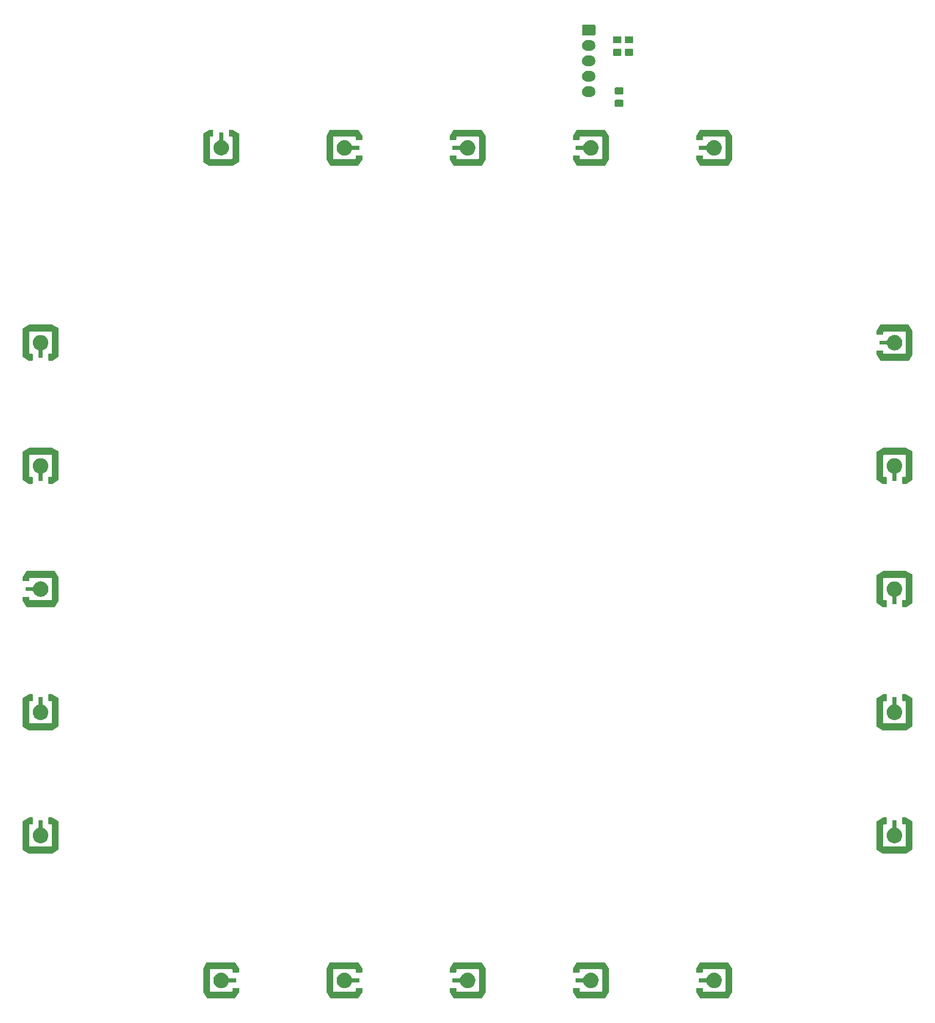
<source format=gbr>
G04 #@! TF.GenerationSoftware,KiCad,Pcbnew,(5.1.4-0-10_14)*
G04 #@! TF.CreationDate,2019-10-28T10:16:14+01:00*
G04 #@! TF.ProjectId,Buttons_DDI,42757474-6f6e-4735-9f44-44492e6b6963,rev?*
G04 #@! TF.SameCoordinates,Original*
G04 #@! TF.FileFunction,Soldermask,Top*
G04 #@! TF.FilePolarity,Negative*
%FSLAX46Y46*%
G04 Gerber Fmt 4.6, Leading zero omitted, Abs format (unit mm)*
G04 Created by KiCad (PCBNEW (5.1.4-0-10_14)) date 2019-10-28 10:16:14*
%MOMM*%
%LPD*%
G04 APERTURE LIST*
%ADD10C,0.100000*%
G04 APERTURE END LIST*
D10*
G36*
X139291109Y-165199098D02*
G01*
X139296574Y-165199637D01*
X139302623Y-165200840D01*
X139302632Y-165200841D01*
X139302641Y-165200844D01*
X139308691Y-165202047D01*
X139311006Y-165202749D01*
X139322399Y-165207468D01*
X139324534Y-165208610D01*
X139334797Y-165215467D01*
X139336083Y-165216522D01*
X139339921Y-165220454D01*
X139341033Y-165221367D01*
X139341918Y-165222501D01*
X139345757Y-165226434D01*
X139350441Y-165232433D01*
X139354798Y-165238779D01*
X139960849Y-166248864D01*
X139963774Y-166254332D01*
X139966121Y-166259287D01*
X139970287Y-166270913D01*
X139971061Y-166274000D01*
X139972783Y-166284676D01*
X139973032Y-166288042D01*
X139973205Y-166292724D01*
X139973205Y-170097336D01*
X139972902Y-170103509D01*
X139972363Y-170108974D01*
X139971160Y-170115023D01*
X139971159Y-170115032D01*
X139971156Y-170115041D01*
X139969953Y-170121091D01*
X139968961Y-170124362D01*
X139965158Y-170133978D01*
X139963967Y-170136390D01*
X139961995Y-170140070D01*
X139405771Y-171100820D01*
X139402411Y-171106019D01*
X139399200Y-171110488D01*
X139391059Y-171119749D01*
X139389284Y-171121407D01*
X139379487Y-171128906D01*
X139377430Y-171130182D01*
X139366350Y-171135630D01*
X139365032Y-171136124D01*
X139359882Y-171137409D01*
X139358125Y-171138068D01*
X139356263Y-171138312D01*
X139351117Y-171139596D01*
X139342912Y-171140671D01*
X139334730Y-171141205D01*
X134719064Y-171141205D01*
X134712891Y-171140902D01*
X134707426Y-171140363D01*
X134701377Y-171139160D01*
X134701368Y-171139159D01*
X134701359Y-171139156D01*
X134695309Y-171137953D01*
X134692994Y-171137251D01*
X134681601Y-171132532D01*
X134679466Y-171131390D01*
X134669203Y-171124533D01*
X134667917Y-171123478D01*
X134664079Y-171119546D01*
X134662967Y-171118633D01*
X134662082Y-171117499D01*
X134658243Y-171113566D01*
X134653559Y-171107567D01*
X134649202Y-171101221D01*
X134043151Y-170091136D01*
X134040226Y-170085668D01*
X134037879Y-170080713D01*
X134033713Y-170069087D01*
X134032939Y-170066000D01*
X134031217Y-170055324D01*
X134030968Y-170051958D01*
X134030795Y-170047276D01*
X134030795Y-169544664D01*
X134031098Y-169538491D01*
X134031637Y-169533026D01*
X134032840Y-169526977D01*
X134032841Y-169526968D01*
X134032844Y-169526959D01*
X134034047Y-169520909D01*
X134034749Y-169518594D01*
X134039468Y-169507201D01*
X134043506Y-169499647D01*
X134043197Y-169499482D01*
X134050171Y-169486434D01*
X134054305Y-169474882D01*
X134056999Y-169466002D01*
X134057000Y-169466000D01*
X134057001Y-169465999D01*
X134063137Y-169465395D01*
X135140863Y-169465395D01*
X135146999Y-169465999D01*
X135147001Y-169466001D01*
X135147605Y-169472137D01*
X135147605Y-169899796D01*
X135150007Y-169924182D01*
X135157120Y-169947631D01*
X135168671Y-169969242D01*
X135184216Y-169988184D01*
X135203158Y-170003729D01*
X135224769Y-170015280D01*
X135248218Y-170022393D01*
X135272604Y-170024795D01*
X138731796Y-170024795D01*
X138756182Y-170022393D01*
X138779631Y-170015280D01*
X138801242Y-170003729D01*
X138820184Y-169988184D01*
X138835729Y-169969242D01*
X138847280Y-169947631D01*
X138854393Y-169924182D01*
X138856795Y-169899796D01*
X138856795Y-166440204D01*
X138854393Y-166415818D01*
X138847280Y-166392369D01*
X138835729Y-166370758D01*
X138820184Y-166351816D01*
X138801242Y-166336271D01*
X138779631Y-166324720D01*
X138756182Y-166317607D01*
X138731796Y-166315205D01*
X135272204Y-166315205D01*
X135247818Y-166317607D01*
X135224369Y-166324720D01*
X135202758Y-166336271D01*
X135183816Y-166351816D01*
X135168271Y-166370758D01*
X135156720Y-166392369D01*
X135149607Y-166415818D01*
X135147205Y-166440204D01*
X135147205Y-166795336D01*
X135146902Y-166801509D01*
X135146363Y-166806974D01*
X135145160Y-166813023D01*
X135145159Y-166813032D01*
X135145156Y-166813041D01*
X135143953Y-166819091D01*
X135143251Y-166821406D01*
X135138532Y-166832799D01*
X135137390Y-166834934D01*
X135130533Y-166845197D01*
X135128999Y-166847066D01*
X135124638Y-166851427D01*
X135124633Y-166851433D01*
X135124627Y-166851438D01*
X135120266Y-166855799D01*
X135118397Y-166857333D01*
X135108134Y-166864190D01*
X135105999Y-166865332D01*
X135094606Y-166870051D01*
X135092291Y-166870753D01*
X135086241Y-166871956D01*
X135086232Y-166871959D01*
X135086223Y-166871960D01*
X135080174Y-166873163D01*
X135074709Y-166873702D01*
X135068536Y-166874005D01*
X134109464Y-166874005D01*
X134103291Y-166873702D01*
X134097826Y-166873163D01*
X134091777Y-166871960D01*
X134091768Y-166871959D01*
X134091759Y-166871956D01*
X134085709Y-166870753D01*
X134083394Y-166870051D01*
X134072001Y-166865332D01*
X134069866Y-166864190D01*
X134059603Y-166857333D01*
X134057734Y-166855799D01*
X134053373Y-166851438D01*
X134053367Y-166851433D01*
X134053362Y-166851427D01*
X134049001Y-166847066D01*
X134047467Y-166845197D01*
X134040610Y-166834934D01*
X134039468Y-166832799D01*
X134034749Y-166821406D01*
X134034047Y-166819091D01*
X134032844Y-166813041D01*
X134032841Y-166813032D01*
X134032840Y-166813023D01*
X134031637Y-166806974D01*
X134031098Y-166801509D01*
X134030795Y-166795336D01*
X134030795Y-166293464D01*
X134031098Y-166287291D01*
X134031637Y-166281826D01*
X134032840Y-166275777D01*
X134032841Y-166275768D01*
X134032844Y-166275759D01*
X134034047Y-166269709D01*
X134034968Y-166266673D01*
X134038991Y-166256617D01*
X134040499Y-166253621D01*
X134042764Y-166249509D01*
X134649587Y-165238137D01*
X134653035Y-165232983D01*
X134656306Y-165228577D01*
X134664592Y-165219443D01*
X134666391Y-165217814D01*
X134676318Y-165210458D01*
X134678380Y-165209223D01*
X134689543Y-165203950D01*
X134691099Y-165203394D01*
X134696449Y-165202125D01*
X134697810Y-165201639D01*
X134699244Y-165201462D01*
X134704589Y-165200195D01*
X134712126Y-165199268D01*
X134719835Y-165198795D01*
X139284936Y-165198795D01*
X139291109Y-165199098D01*
X139291109Y-165199098D01*
G37*
G36*
X58011109Y-165199098D02*
G01*
X58016574Y-165199637D01*
X58022623Y-165200840D01*
X58022632Y-165200841D01*
X58022641Y-165200844D01*
X58028691Y-165202047D01*
X58031006Y-165202749D01*
X58042399Y-165207468D01*
X58044534Y-165208610D01*
X58054797Y-165215467D01*
X58056083Y-165216522D01*
X58059921Y-165220454D01*
X58061033Y-165221367D01*
X58061918Y-165222501D01*
X58065757Y-165226434D01*
X58070441Y-165232433D01*
X58074798Y-165238779D01*
X58680849Y-166248864D01*
X58683774Y-166254332D01*
X58686121Y-166259287D01*
X58690287Y-166270913D01*
X58691061Y-166274000D01*
X58692783Y-166284676D01*
X58693032Y-166288042D01*
X58693205Y-166292724D01*
X58693205Y-166795336D01*
X58692902Y-166801509D01*
X58692363Y-166806974D01*
X58691160Y-166813023D01*
X58691159Y-166813032D01*
X58691156Y-166813041D01*
X58689953Y-166819091D01*
X58689251Y-166821406D01*
X58684532Y-166832799D01*
X58680494Y-166840353D01*
X58680803Y-166840518D01*
X58673829Y-166853566D01*
X58669695Y-166865118D01*
X58667001Y-166873998D01*
X58667000Y-166874000D01*
X58666999Y-166874001D01*
X58660863Y-166874605D01*
X57583137Y-166874605D01*
X57577001Y-166874001D01*
X57576999Y-166873999D01*
X57576395Y-166867863D01*
X57576395Y-166440204D01*
X57573993Y-166415818D01*
X57566880Y-166392369D01*
X57555329Y-166370758D01*
X57539784Y-166351816D01*
X57520842Y-166336271D01*
X57499231Y-166324720D01*
X57475782Y-166317607D01*
X57451396Y-166315205D01*
X53992204Y-166315205D01*
X53967818Y-166317607D01*
X53944369Y-166324720D01*
X53922758Y-166336271D01*
X53903816Y-166351816D01*
X53888271Y-166370758D01*
X53876720Y-166392369D01*
X53869607Y-166415818D01*
X53867205Y-166440204D01*
X53867205Y-169899796D01*
X53869607Y-169924182D01*
X53876720Y-169947631D01*
X53888271Y-169969242D01*
X53903816Y-169988184D01*
X53922758Y-170003729D01*
X53944369Y-170015280D01*
X53967818Y-170022393D01*
X53992204Y-170024795D01*
X57451796Y-170024795D01*
X57476182Y-170022393D01*
X57499631Y-170015280D01*
X57521242Y-170003729D01*
X57540184Y-169988184D01*
X57555729Y-169969242D01*
X57567280Y-169947631D01*
X57574393Y-169924182D01*
X57576795Y-169899796D01*
X57576795Y-169544664D01*
X57577098Y-169538491D01*
X57577637Y-169533026D01*
X57578840Y-169526977D01*
X57578841Y-169526968D01*
X57578844Y-169526959D01*
X57580047Y-169520909D01*
X57580749Y-169518594D01*
X57585468Y-169507201D01*
X57586610Y-169505066D01*
X57593467Y-169494803D01*
X57595001Y-169492934D01*
X57599362Y-169488573D01*
X57599367Y-169488567D01*
X57599373Y-169488562D01*
X57603734Y-169484201D01*
X57605603Y-169482667D01*
X57615866Y-169475810D01*
X57618001Y-169474668D01*
X57629394Y-169469949D01*
X57631709Y-169469247D01*
X57637759Y-169468044D01*
X57637768Y-169468041D01*
X57637777Y-169468040D01*
X57643826Y-169466837D01*
X57649291Y-169466298D01*
X57655464Y-169465995D01*
X58614536Y-169465995D01*
X58620709Y-169466298D01*
X58626174Y-169466837D01*
X58632223Y-169468040D01*
X58632232Y-169468041D01*
X58632241Y-169468044D01*
X58638291Y-169469247D01*
X58640606Y-169469949D01*
X58651999Y-169474668D01*
X58654134Y-169475810D01*
X58664397Y-169482667D01*
X58666266Y-169484201D01*
X58670627Y-169488562D01*
X58670633Y-169488567D01*
X58670638Y-169488573D01*
X58674999Y-169492934D01*
X58676533Y-169494803D01*
X58683390Y-169505066D01*
X58684532Y-169507201D01*
X58689251Y-169518594D01*
X58689953Y-169520909D01*
X58691156Y-169526959D01*
X58691159Y-169526968D01*
X58691160Y-169526977D01*
X58692363Y-169533026D01*
X58692902Y-169538491D01*
X58693205Y-169544664D01*
X58693205Y-170046536D01*
X58692902Y-170052709D01*
X58692363Y-170058174D01*
X58691160Y-170064223D01*
X58691159Y-170064232D01*
X58691156Y-170064241D01*
X58689953Y-170070291D01*
X58689032Y-170073327D01*
X58685009Y-170083383D01*
X58683501Y-170086379D01*
X58681236Y-170090491D01*
X58074413Y-171101863D01*
X58070965Y-171107017D01*
X58067694Y-171111423D01*
X58059408Y-171120557D01*
X58057609Y-171122186D01*
X58047682Y-171129542D01*
X58045620Y-171130777D01*
X58034457Y-171136050D01*
X58032901Y-171136606D01*
X58027551Y-171137875D01*
X58026190Y-171138361D01*
X58024756Y-171138538D01*
X58019411Y-171139805D01*
X58011874Y-171140732D01*
X58004165Y-171141205D01*
X53439064Y-171141205D01*
X53432891Y-171140902D01*
X53427426Y-171140363D01*
X53421377Y-171139160D01*
X53421368Y-171139159D01*
X53421359Y-171139156D01*
X53415309Y-171137953D01*
X53412994Y-171137251D01*
X53401601Y-171132532D01*
X53399466Y-171131390D01*
X53389203Y-171124533D01*
X53387917Y-171123478D01*
X53384079Y-171119546D01*
X53382967Y-171118633D01*
X53382082Y-171117499D01*
X53378243Y-171113566D01*
X53373559Y-171107567D01*
X53369202Y-171101221D01*
X52763151Y-170091136D01*
X52760226Y-170085668D01*
X52757879Y-170080713D01*
X52753713Y-170069087D01*
X52752939Y-170066000D01*
X52751217Y-170055324D01*
X52750968Y-170051958D01*
X52750795Y-170047276D01*
X52750795Y-166242664D01*
X52751098Y-166236491D01*
X52751637Y-166231026D01*
X52752840Y-166224977D01*
X52752841Y-166224968D01*
X52752844Y-166224959D01*
X52754047Y-166218909D01*
X52755039Y-166215638D01*
X52758842Y-166206022D01*
X52760033Y-166203610D01*
X52762005Y-166199930D01*
X53318229Y-165239180D01*
X53321589Y-165233981D01*
X53324800Y-165229512D01*
X53332941Y-165220251D01*
X53334716Y-165218593D01*
X53344513Y-165211094D01*
X53346570Y-165209818D01*
X53357650Y-165204370D01*
X53358968Y-165203876D01*
X53364118Y-165202591D01*
X53365875Y-165201932D01*
X53367737Y-165201688D01*
X53372883Y-165200404D01*
X53381088Y-165199329D01*
X53389270Y-165198795D01*
X58004936Y-165198795D01*
X58011109Y-165199098D01*
X58011109Y-165199098D01*
G37*
G36*
X118971109Y-165199098D02*
G01*
X118976574Y-165199637D01*
X118982623Y-165200840D01*
X118982632Y-165200841D01*
X118982641Y-165200844D01*
X118988691Y-165202047D01*
X118991006Y-165202749D01*
X119002399Y-165207468D01*
X119004534Y-165208610D01*
X119014797Y-165215467D01*
X119016083Y-165216522D01*
X119019921Y-165220454D01*
X119021033Y-165221367D01*
X119021918Y-165222501D01*
X119025757Y-165226434D01*
X119030441Y-165232433D01*
X119034798Y-165238779D01*
X119640849Y-166248864D01*
X119643774Y-166254332D01*
X119646121Y-166259287D01*
X119650287Y-166270913D01*
X119651061Y-166274000D01*
X119652783Y-166284676D01*
X119653032Y-166288042D01*
X119653205Y-166292724D01*
X119653205Y-170097336D01*
X119652902Y-170103509D01*
X119652363Y-170108974D01*
X119651160Y-170115023D01*
X119651159Y-170115032D01*
X119651156Y-170115041D01*
X119649953Y-170121091D01*
X119648961Y-170124362D01*
X119645158Y-170133978D01*
X119643967Y-170136390D01*
X119641995Y-170140070D01*
X119085771Y-171100820D01*
X119082411Y-171106019D01*
X119079200Y-171110488D01*
X119071059Y-171119749D01*
X119069284Y-171121407D01*
X119059487Y-171128906D01*
X119057430Y-171130182D01*
X119046350Y-171135630D01*
X119045032Y-171136124D01*
X119039882Y-171137409D01*
X119038125Y-171138068D01*
X119036263Y-171138312D01*
X119031117Y-171139596D01*
X119022912Y-171140671D01*
X119014730Y-171141205D01*
X114399064Y-171141205D01*
X114392891Y-171140902D01*
X114387426Y-171140363D01*
X114381377Y-171139160D01*
X114381368Y-171139159D01*
X114381359Y-171139156D01*
X114375309Y-171137953D01*
X114372994Y-171137251D01*
X114361601Y-171132532D01*
X114359466Y-171131390D01*
X114349203Y-171124533D01*
X114347917Y-171123478D01*
X114344079Y-171119546D01*
X114342967Y-171118633D01*
X114342082Y-171117499D01*
X114338243Y-171113566D01*
X114333559Y-171107567D01*
X114329202Y-171101221D01*
X113723151Y-170091136D01*
X113720226Y-170085668D01*
X113717879Y-170080713D01*
X113713713Y-170069087D01*
X113712939Y-170066000D01*
X113711217Y-170055324D01*
X113710968Y-170051958D01*
X113710795Y-170047276D01*
X113710795Y-169544664D01*
X113711098Y-169538491D01*
X113711637Y-169533026D01*
X113712840Y-169526977D01*
X113712841Y-169526968D01*
X113712844Y-169526959D01*
X113714047Y-169520909D01*
X113714749Y-169518594D01*
X113719468Y-169507201D01*
X113723506Y-169499647D01*
X113723197Y-169499482D01*
X113730171Y-169486434D01*
X113734305Y-169474882D01*
X113736999Y-169466002D01*
X113737000Y-169466000D01*
X113737001Y-169465999D01*
X113743137Y-169465395D01*
X114820863Y-169465395D01*
X114826999Y-169465999D01*
X114827001Y-169466001D01*
X114827605Y-169472137D01*
X114827605Y-169899796D01*
X114830007Y-169924182D01*
X114837120Y-169947631D01*
X114848671Y-169969242D01*
X114864216Y-169988184D01*
X114883158Y-170003729D01*
X114904769Y-170015280D01*
X114928218Y-170022393D01*
X114952604Y-170024795D01*
X118411796Y-170024795D01*
X118436182Y-170022393D01*
X118459631Y-170015280D01*
X118481242Y-170003729D01*
X118500184Y-169988184D01*
X118515729Y-169969242D01*
X118527280Y-169947631D01*
X118534393Y-169924182D01*
X118536795Y-169899796D01*
X118536795Y-166440204D01*
X118534393Y-166415818D01*
X118527280Y-166392369D01*
X118515729Y-166370758D01*
X118500184Y-166351816D01*
X118481242Y-166336271D01*
X118459631Y-166324720D01*
X118436182Y-166317607D01*
X118411796Y-166315205D01*
X114952204Y-166315205D01*
X114927818Y-166317607D01*
X114904369Y-166324720D01*
X114882758Y-166336271D01*
X114863816Y-166351816D01*
X114848271Y-166370758D01*
X114836720Y-166392369D01*
X114829607Y-166415818D01*
X114827205Y-166440204D01*
X114827205Y-166795336D01*
X114826902Y-166801509D01*
X114826363Y-166806974D01*
X114825160Y-166813023D01*
X114825159Y-166813032D01*
X114825156Y-166813041D01*
X114823953Y-166819091D01*
X114823251Y-166821406D01*
X114818532Y-166832799D01*
X114817390Y-166834934D01*
X114810533Y-166845197D01*
X114808999Y-166847066D01*
X114804638Y-166851427D01*
X114804633Y-166851433D01*
X114804627Y-166851438D01*
X114800266Y-166855799D01*
X114798397Y-166857333D01*
X114788134Y-166864190D01*
X114785999Y-166865332D01*
X114774606Y-166870051D01*
X114772291Y-166870753D01*
X114766241Y-166871956D01*
X114766232Y-166871959D01*
X114766223Y-166871960D01*
X114760174Y-166873163D01*
X114754709Y-166873702D01*
X114748536Y-166874005D01*
X113789464Y-166874005D01*
X113783291Y-166873702D01*
X113777826Y-166873163D01*
X113771777Y-166871960D01*
X113771768Y-166871959D01*
X113771759Y-166871956D01*
X113765709Y-166870753D01*
X113763394Y-166870051D01*
X113752001Y-166865332D01*
X113749866Y-166864190D01*
X113739603Y-166857333D01*
X113737734Y-166855799D01*
X113733373Y-166851438D01*
X113733367Y-166851433D01*
X113733362Y-166851427D01*
X113729001Y-166847066D01*
X113727467Y-166845197D01*
X113720610Y-166834934D01*
X113719468Y-166832799D01*
X113714749Y-166821406D01*
X113714047Y-166819091D01*
X113712844Y-166813041D01*
X113712841Y-166813032D01*
X113712840Y-166813023D01*
X113711637Y-166806974D01*
X113711098Y-166801509D01*
X113710795Y-166795336D01*
X113710795Y-166293464D01*
X113711098Y-166287291D01*
X113711637Y-166281826D01*
X113712840Y-166275777D01*
X113712841Y-166275768D01*
X113712844Y-166275759D01*
X113714047Y-166269709D01*
X113714968Y-166266673D01*
X113718991Y-166256617D01*
X113720499Y-166253621D01*
X113722764Y-166249509D01*
X114329587Y-165238137D01*
X114333035Y-165232983D01*
X114336306Y-165228577D01*
X114344592Y-165219443D01*
X114346391Y-165217814D01*
X114356318Y-165210458D01*
X114358380Y-165209223D01*
X114369543Y-165203950D01*
X114371099Y-165203394D01*
X114376449Y-165202125D01*
X114377810Y-165201639D01*
X114379244Y-165201462D01*
X114384589Y-165200195D01*
X114392126Y-165199268D01*
X114399835Y-165198795D01*
X118964936Y-165198795D01*
X118971109Y-165199098D01*
X118971109Y-165199098D01*
G37*
G36*
X98651109Y-165199098D02*
G01*
X98656574Y-165199637D01*
X98662623Y-165200840D01*
X98662632Y-165200841D01*
X98662641Y-165200844D01*
X98668691Y-165202047D01*
X98671006Y-165202749D01*
X98682399Y-165207468D01*
X98684534Y-165208610D01*
X98694797Y-165215467D01*
X98696083Y-165216522D01*
X98699921Y-165220454D01*
X98701033Y-165221367D01*
X98701918Y-165222501D01*
X98705757Y-165226434D01*
X98710441Y-165232433D01*
X98714798Y-165238779D01*
X99320849Y-166248864D01*
X99323774Y-166254332D01*
X99326121Y-166259287D01*
X99330287Y-166270913D01*
X99331061Y-166274000D01*
X99332783Y-166284676D01*
X99333032Y-166288042D01*
X99333205Y-166292724D01*
X99333205Y-170097336D01*
X99332902Y-170103509D01*
X99332363Y-170108974D01*
X99331160Y-170115023D01*
X99331159Y-170115032D01*
X99331156Y-170115041D01*
X99329953Y-170121091D01*
X99328961Y-170124362D01*
X99325158Y-170133978D01*
X99323967Y-170136390D01*
X99321995Y-170140070D01*
X98765771Y-171100820D01*
X98762411Y-171106019D01*
X98759200Y-171110488D01*
X98751059Y-171119749D01*
X98749284Y-171121407D01*
X98739487Y-171128906D01*
X98737430Y-171130182D01*
X98726350Y-171135630D01*
X98725032Y-171136124D01*
X98719882Y-171137409D01*
X98718125Y-171138068D01*
X98716263Y-171138312D01*
X98711117Y-171139596D01*
X98702912Y-171140671D01*
X98694730Y-171141205D01*
X94079064Y-171141205D01*
X94072891Y-171140902D01*
X94067426Y-171140363D01*
X94061377Y-171139160D01*
X94061368Y-171139159D01*
X94061359Y-171139156D01*
X94055309Y-171137953D01*
X94052994Y-171137251D01*
X94041601Y-171132532D01*
X94039466Y-171131390D01*
X94029203Y-171124533D01*
X94027917Y-171123478D01*
X94024079Y-171119546D01*
X94022967Y-171118633D01*
X94022082Y-171117499D01*
X94018243Y-171113566D01*
X94013559Y-171107567D01*
X94009202Y-171101221D01*
X93403151Y-170091136D01*
X93400226Y-170085668D01*
X93397879Y-170080713D01*
X93393713Y-170069087D01*
X93392939Y-170066000D01*
X93391217Y-170055324D01*
X93390968Y-170051958D01*
X93390795Y-170047276D01*
X93390795Y-169544664D01*
X93391098Y-169538491D01*
X93391637Y-169533026D01*
X93392840Y-169526977D01*
X93392841Y-169526968D01*
X93392844Y-169526959D01*
X93394047Y-169520909D01*
X93394749Y-169518594D01*
X93399468Y-169507201D01*
X93403506Y-169499647D01*
X93403197Y-169499482D01*
X93410171Y-169486434D01*
X93414305Y-169474882D01*
X93416999Y-169466002D01*
X93417000Y-169466000D01*
X93417001Y-169465999D01*
X93423137Y-169465395D01*
X94500863Y-169465395D01*
X94506999Y-169465999D01*
X94507001Y-169466001D01*
X94507605Y-169472137D01*
X94507605Y-169899796D01*
X94510007Y-169924182D01*
X94517120Y-169947631D01*
X94528671Y-169969242D01*
X94544216Y-169988184D01*
X94563158Y-170003729D01*
X94584769Y-170015280D01*
X94608218Y-170022393D01*
X94632604Y-170024795D01*
X98091796Y-170024795D01*
X98116182Y-170022393D01*
X98139631Y-170015280D01*
X98161242Y-170003729D01*
X98180184Y-169988184D01*
X98195729Y-169969242D01*
X98207280Y-169947631D01*
X98214393Y-169924182D01*
X98216795Y-169899796D01*
X98216795Y-166440204D01*
X98214393Y-166415818D01*
X98207280Y-166392369D01*
X98195729Y-166370758D01*
X98180184Y-166351816D01*
X98161242Y-166336271D01*
X98139631Y-166324720D01*
X98116182Y-166317607D01*
X98091796Y-166315205D01*
X94632204Y-166315205D01*
X94607818Y-166317607D01*
X94584369Y-166324720D01*
X94562758Y-166336271D01*
X94543816Y-166351816D01*
X94528271Y-166370758D01*
X94516720Y-166392369D01*
X94509607Y-166415818D01*
X94507205Y-166440204D01*
X94507205Y-166795336D01*
X94506902Y-166801509D01*
X94506363Y-166806974D01*
X94505160Y-166813023D01*
X94505159Y-166813032D01*
X94505156Y-166813041D01*
X94503953Y-166819091D01*
X94503251Y-166821406D01*
X94498532Y-166832799D01*
X94497390Y-166834934D01*
X94490533Y-166845197D01*
X94488999Y-166847066D01*
X94484638Y-166851427D01*
X94484633Y-166851433D01*
X94484627Y-166851438D01*
X94480266Y-166855799D01*
X94478397Y-166857333D01*
X94468134Y-166864190D01*
X94465999Y-166865332D01*
X94454606Y-166870051D01*
X94452291Y-166870753D01*
X94446241Y-166871956D01*
X94446232Y-166871959D01*
X94446223Y-166871960D01*
X94440174Y-166873163D01*
X94434709Y-166873702D01*
X94428536Y-166874005D01*
X93469464Y-166874005D01*
X93463291Y-166873702D01*
X93457826Y-166873163D01*
X93451777Y-166871960D01*
X93451768Y-166871959D01*
X93451759Y-166871956D01*
X93445709Y-166870753D01*
X93443394Y-166870051D01*
X93432001Y-166865332D01*
X93429866Y-166864190D01*
X93419603Y-166857333D01*
X93417734Y-166855799D01*
X93413373Y-166851438D01*
X93413367Y-166851433D01*
X93413362Y-166851427D01*
X93409001Y-166847066D01*
X93407467Y-166845197D01*
X93400610Y-166834934D01*
X93399468Y-166832799D01*
X93394749Y-166821406D01*
X93394047Y-166819091D01*
X93392844Y-166813041D01*
X93392841Y-166813032D01*
X93392840Y-166813023D01*
X93391637Y-166806974D01*
X93391098Y-166801509D01*
X93390795Y-166795336D01*
X93390795Y-166293464D01*
X93391098Y-166287291D01*
X93391637Y-166281826D01*
X93392840Y-166275777D01*
X93392841Y-166275768D01*
X93392844Y-166275759D01*
X93394047Y-166269709D01*
X93394968Y-166266673D01*
X93398991Y-166256617D01*
X93400499Y-166253621D01*
X93402764Y-166249509D01*
X94009587Y-165238137D01*
X94013035Y-165232983D01*
X94016306Y-165228577D01*
X94024592Y-165219443D01*
X94026391Y-165217814D01*
X94036318Y-165210458D01*
X94038380Y-165209223D01*
X94049543Y-165203950D01*
X94051099Y-165203394D01*
X94056449Y-165202125D01*
X94057810Y-165201639D01*
X94059244Y-165201462D01*
X94064589Y-165200195D01*
X94072126Y-165199268D01*
X94079835Y-165198795D01*
X98644936Y-165198795D01*
X98651109Y-165199098D01*
X98651109Y-165199098D01*
G37*
G36*
X78331109Y-165199098D02*
G01*
X78336574Y-165199637D01*
X78342623Y-165200840D01*
X78342632Y-165200841D01*
X78342641Y-165200844D01*
X78348691Y-165202047D01*
X78351006Y-165202749D01*
X78362399Y-165207468D01*
X78364534Y-165208610D01*
X78374797Y-165215467D01*
X78376083Y-165216522D01*
X78379921Y-165220454D01*
X78381033Y-165221367D01*
X78381918Y-165222501D01*
X78385757Y-165226434D01*
X78390441Y-165232433D01*
X78394798Y-165238779D01*
X79000849Y-166248864D01*
X79003774Y-166254332D01*
X79006121Y-166259287D01*
X79010287Y-166270913D01*
X79011061Y-166274000D01*
X79012783Y-166284676D01*
X79013032Y-166288042D01*
X79013205Y-166292724D01*
X79013205Y-166795336D01*
X79012902Y-166801509D01*
X79012363Y-166806974D01*
X79011160Y-166813023D01*
X79011159Y-166813032D01*
X79011156Y-166813041D01*
X79009953Y-166819091D01*
X79009251Y-166821406D01*
X79004532Y-166832799D01*
X79000494Y-166840353D01*
X79000803Y-166840518D01*
X78993829Y-166853566D01*
X78989695Y-166865118D01*
X78987001Y-166873998D01*
X78987000Y-166874000D01*
X78986999Y-166874001D01*
X78980863Y-166874605D01*
X77903137Y-166874605D01*
X77897001Y-166874001D01*
X77896999Y-166873999D01*
X77896395Y-166867863D01*
X77896395Y-166440204D01*
X77893993Y-166415818D01*
X77886880Y-166392369D01*
X77875329Y-166370758D01*
X77859784Y-166351816D01*
X77840842Y-166336271D01*
X77819231Y-166324720D01*
X77795782Y-166317607D01*
X77771396Y-166315205D01*
X74312204Y-166315205D01*
X74287818Y-166317607D01*
X74264369Y-166324720D01*
X74242758Y-166336271D01*
X74223816Y-166351816D01*
X74208271Y-166370758D01*
X74196720Y-166392369D01*
X74189607Y-166415818D01*
X74187205Y-166440204D01*
X74187205Y-169899796D01*
X74189607Y-169924182D01*
X74196720Y-169947631D01*
X74208271Y-169969242D01*
X74223816Y-169988184D01*
X74242758Y-170003729D01*
X74264369Y-170015280D01*
X74287818Y-170022393D01*
X74312204Y-170024795D01*
X77771796Y-170024795D01*
X77796182Y-170022393D01*
X77819631Y-170015280D01*
X77841242Y-170003729D01*
X77860184Y-169988184D01*
X77875729Y-169969242D01*
X77887280Y-169947631D01*
X77894393Y-169924182D01*
X77896795Y-169899796D01*
X77896795Y-169544664D01*
X77897098Y-169538491D01*
X77897637Y-169533026D01*
X77898840Y-169526977D01*
X77898841Y-169526968D01*
X77898844Y-169526959D01*
X77900047Y-169520909D01*
X77900749Y-169518594D01*
X77905468Y-169507201D01*
X77906610Y-169505066D01*
X77913467Y-169494803D01*
X77915001Y-169492934D01*
X77919362Y-169488573D01*
X77919367Y-169488567D01*
X77919373Y-169488562D01*
X77923734Y-169484201D01*
X77925603Y-169482667D01*
X77935866Y-169475810D01*
X77938001Y-169474668D01*
X77949394Y-169469949D01*
X77951709Y-169469247D01*
X77957759Y-169468044D01*
X77957768Y-169468041D01*
X77957777Y-169468040D01*
X77963826Y-169466837D01*
X77969291Y-169466298D01*
X77975464Y-169465995D01*
X78934536Y-169465995D01*
X78940709Y-169466298D01*
X78946174Y-169466837D01*
X78952223Y-169468040D01*
X78952232Y-169468041D01*
X78952241Y-169468044D01*
X78958291Y-169469247D01*
X78960606Y-169469949D01*
X78971999Y-169474668D01*
X78974134Y-169475810D01*
X78984397Y-169482667D01*
X78986266Y-169484201D01*
X78990627Y-169488562D01*
X78990633Y-169488567D01*
X78990638Y-169488573D01*
X78994999Y-169492934D01*
X78996533Y-169494803D01*
X79003390Y-169505066D01*
X79004532Y-169507201D01*
X79009251Y-169518594D01*
X79009953Y-169520909D01*
X79011156Y-169526959D01*
X79011159Y-169526968D01*
X79011160Y-169526977D01*
X79012363Y-169533026D01*
X79012902Y-169538491D01*
X79013205Y-169544664D01*
X79013205Y-170046536D01*
X79012902Y-170052709D01*
X79012363Y-170058174D01*
X79011160Y-170064223D01*
X79011159Y-170064232D01*
X79011156Y-170064241D01*
X79009953Y-170070291D01*
X79009032Y-170073327D01*
X79005009Y-170083383D01*
X79003501Y-170086379D01*
X79001236Y-170090491D01*
X78394413Y-171101863D01*
X78390965Y-171107017D01*
X78387694Y-171111423D01*
X78379408Y-171120557D01*
X78377609Y-171122186D01*
X78367682Y-171129542D01*
X78365620Y-171130777D01*
X78354457Y-171136050D01*
X78352901Y-171136606D01*
X78347551Y-171137875D01*
X78346190Y-171138361D01*
X78344756Y-171138538D01*
X78339411Y-171139805D01*
X78331874Y-171140732D01*
X78324165Y-171141205D01*
X73759064Y-171141205D01*
X73752891Y-171140902D01*
X73747426Y-171140363D01*
X73741377Y-171139160D01*
X73741368Y-171139159D01*
X73741359Y-171139156D01*
X73735309Y-171137953D01*
X73732994Y-171137251D01*
X73721601Y-171132532D01*
X73719466Y-171131390D01*
X73709203Y-171124533D01*
X73707917Y-171123478D01*
X73704079Y-171119546D01*
X73702967Y-171118633D01*
X73702082Y-171117499D01*
X73698243Y-171113566D01*
X73693559Y-171107567D01*
X73689202Y-171101221D01*
X73083151Y-170091136D01*
X73080226Y-170085668D01*
X73077879Y-170080713D01*
X73073713Y-170069087D01*
X73072939Y-170066000D01*
X73071217Y-170055324D01*
X73070968Y-170051958D01*
X73070795Y-170047276D01*
X73070795Y-166242664D01*
X73071098Y-166236491D01*
X73071637Y-166231026D01*
X73072840Y-166224977D01*
X73072841Y-166224968D01*
X73072844Y-166224959D01*
X73074047Y-166218909D01*
X73075039Y-166215638D01*
X73078842Y-166206022D01*
X73080033Y-166203610D01*
X73082005Y-166199930D01*
X73638229Y-165239180D01*
X73641589Y-165233981D01*
X73644800Y-165229512D01*
X73652941Y-165220251D01*
X73654716Y-165218593D01*
X73664513Y-165211094D01*
X73666570Y-165209818D01*
X73677650Y-165204370D01*
X73678968Y-165203876D01*
X73684118Y-165202591D01*
X73685875Y-165201932D01*
X73687737Y-165201688D01*
X73692883Y-165200404D01*
X73701088Y-165199329D01*
X73709270Y-165198795D01*
X78324936Y-165198795D01*
X78331109Y-165199098D01*
X78331109Y-165199098D01*
G37*
G36*
X116911468Y-166910829D02*
G01*
X116922900Y-166912966D01*
X117138930Y-166974431D01*
X117149764Y-166978628D01*
X117350844Y-167078754D01*
X117360724Y-167084870D01*
X117539966Y-167220228D01*
X117548558Y-167228062D01*
X117699874Y-167394047D01*
X117706888Y-167403334D01*
X117825124Y-167594293D01*
X117830306Y-167604702D01*
X117911448Y-167814152D01*
X117914626Y-167825323D01*
X117955900Y-168046119D01*
X117956973Y-168057696D01*
X117956973Y-168282304D01*
X117955900Y-168293881D01*
X117914626Y-168514677D01*
X117911448Y-168525848D01*
X117830306Y-168735298D01*
X117825124Y-168745707D01*
X117706888Y-168936666D01*
X117699874Y-168945953D01*
X117548558Y-169111938D01*
X117539966Y-169119772D01*
X117360724Y-169255130D01*
X117350844Y-169261246D01*
X117149764Y-169361372D01*
X117138930Y-169365569D01*
X116922900Y-169427034D01*
X116911468Y-169429171D01*
X116687808Y-169449897D01*
X116676192Y-169449897D01*
X116452532Y-169429171D01*
X116441100Y-169427034D01*
X116225070Y-169365569D01*
X116214236Y-169361372D01*
X116013156Y-169261246D01*
X116003276Y-169255130D01*
X115824034Y-169119772D01*
X115815442Y-169111938D01*
X115664126Y-168945953D01*
X115657112Y-168936666D01*
X115538876Y-168745707D01*
X115533694Y-168735298D01*
X115473317Y-168579449D01*
X115462268Y-168557577D01*
X115447164Y-168538281D01*
X115428587Y-168522303D01*
X115407248Y-168510256D01*
X115383970Y-168502603D01*
X115356759Y-168499605D01*
X114276096Y-168499605D01*
X114271658Y-168499086D01*
X114271626Y-168499085D01*
X114267219Y-168499380D01*
X114264596Y-168499226D01*
X114261704Y-168498902D01*
X114260047Y-168498727D01*
X114259682Y-168498691D01*
X114254928Y-168497683D01*
X114253380Y-168497365D01*
X114244681Y-168495635D01*
X114243294Y-168495341D01*
X114242914Y-168495202D01*
X114242837Y-168495186D01*
X114242395Y-168495025D01*
X114241407Y-168494815D01*
X114241381Y-168494935D01*
X114224594Y-168491373D01*
X114216210Y-168490908D01*
X114207001Y-168490001D01*
X114207000Y-168490000D01*
X114206999Y-168489998D01*
X114206267Y-168482563D01*
X114200403Y-168459109D01*
X114199300Y-168453309D01*
X114198577Y-168451234D01*
X114197626Y-168448004D01*
X114197391Y-168447065D01*
X114197246Y-168446715D01*
X114197009Y-168445909D01*
X114196765Y-168445090D01*
X114196450Y-168444048D01*
X114195329Y-168438142D01*
X114195112Y-168437027D01*
X114194220Y-168432553D01*
X114194132Y-168431582D01*
X114194049Y-168430705D01*
X114193696Y-168427109D01*
X114193395Y-168420944D01*
X114193395Y-167923096D01*
X114193914Y-167918658D01*
X114193915Y-167918626D01*
X114193620Y-167914219D01*
X114193774Y-167911596D01*
X114194098Y-167908704D01*
X114194273Y-167907047D01*
X114194309Y-167906682D01*
X114195317Y-167901928D01*
X114195635Y-167900380D01*
X114196681Y-167895120D01*
X114196965Y-167894225D01*
X114197435Y-167892711D01*
X114199129Y-167887127D01*
X114199006Y-167887090D01*
X114199066Y-167886900D01*
X114199223Y-167886948D01*
X114199282Y-167886757D01*
X114199127Y-167886709D01*
X114199207Y-167886456D01*
X114199409Y-167886520D01*
X114199488Y-167886271D01*
X114199286Y-167886207D01*
X114204196Y-167870704D01*
X114206303Y-167857071D01*
X114206999Y-167850001D01*
X114207001Y-167849999D01*
X114219250Y-167848793D01*
X114219190Y-167848182D01*
X114246108Y-167844299D01*
X114247116Y-167844002D01*
X114247922Y-167843761D01*
X114248948Y-167843451D01*
X114254858Y-167842329D01*
X114255973Y-167842112D01*
X114260447Y-167841220D01*
X114261418Y-167841132D01*
X114262295Y-167841049D01*
X114265891Y-167840696D01*
X114272056Y-167840395D01*
X115356759Y-167840395D01*
X115381145Y-167837993D01*
X115404594Y-167830880D01*
X115426205Y-167819329D01*
X115445147Y-167803784D01*
X115460692Y-167784842D01*
X115473317Y-167760551D01*
X115533694Y-167604702D01*
X115538876Y-167594293D01*
X115657112Y-167403334D01*
X115664126Y-167394047D01*
X115815442Y-167228062D01*
X115824034Y-167220228D01*
X116003276Y-167084870D01*
X116013156Y-167078754D01*
X116214236Y-166978628D01*
X116225070Y-166974431D01*
X116441100Y-166912966D01*
X116452532Y-166910829D01*
X116676192Y-166890103D01*
X116687808Y-166890103D01*
X116911468Y-166910829D01*
X116911468Y-166910829D01*
G37*
G36*
X76271468Y-166910829D02*
G01*
X76282900Y-166912966D01*
X76498930Y-166974431D01*
X76509764Y-166978628D01*
X76710844Y-167078754D01*
X76720724Y-167084870D01*
X76899966Y-167220228D01*
X76908558Y-167228062D01*
X77059874Y-167394047D01*
X77066888Y-167403334D01*
X77185124Y-167594293D01*
X77190306Y-167604702D01*
X77250683Y-167760551D01*
X77261732Y-167782423D01*
X77276836Y-167801719D01*
X77295413Y-167817697D01*
X77316752Y-167829744D01*
X77340030Y-167837397D01*
X77367241Y-167840395D01*
X78447904Y-167840395D01*
X78452342Y-167840914D01*
X78452374Y-167840915D01*
X78456781Y-167840620D01*
X78459404Y-167840774D01*
X78462296Y-167841098D01*
X78463953Y-167841273D01*
X78464318Y-167841309D01*
X78469072Y-167842317D01*
X78470620Y-167842635D01*
X78479319Y-167844365D01*
X78480706Y-167844659D01*
X78481086Y-167844798D01*
X78481163Y-167844814D01*
X78481605Y-167844975D01*
X78482593Y-167845185D01*
X78482619Y-167845065D01*
X78499406Y-167848627D01*
X78507790Y-167849092D01*
X78516999Y-167849999D01*
X78517000Y-167850000D01*
X78517001Y-167850002D01*
X78517733Y-167857437D01*
X78523597Y-167880891D01*
X78524700Y-167886691D01*
X78525423Y-167888766D01*
X78526374Y-167891996D01*
X78526609Y-167892935D01*
X78526754Y-167893285D01*
X78526991Y-167894091D01*
X78527239Y-167894922D01*
X78527549Y-167895948D01*
X78528671Y-167901858D01*
X78528888Y-167902973D01*
X78529780Y-167907447D01*
X78529868Y-167908418D01*
X78529951Y-167909295D01*
X78530304Y-167912891D01*
X78530605Y-167919056D01*
X78530605Y-168416904D01*
X78530086Y-168421342D01*
X78530085Y-168421374D01*
X78530380Y-168425781D01*
X78530226Y-168428404D01*
X78529902Y-168431296D01*
X78529727Y-168432953D01*
X78529691Y-168433318D01*
X78528683Y-168438072D01*
X78528365Y-168439620D01*
X78527319Y-168444880D01*
X78527035Y-168445775D01*
X78526565Y-168447289D01*
X78524871Y-168452873D01*
X78524994Y-168452910D01*
X78524934Y-168453100D01*
X78524777Y-168453052D01*
X78524718Y-168453243D01*
X78524873Y-168453291D01*
X78524793Y-168453544D01*
X78524591Y-168453480D01*
X78524512Y-168453729D01*
X78524714Y-168453793D01*
X78519804Y-168469296D01*
X78517697Y-168482929D01*
X78517001Y-168489999D01*
X78516999Y-168490001D01*
X78504750Y-168491207D01*
X78504810Y-168491818D01*
X78477892Y-168495701D01*
X78476884Y-168495998D01*
X78476078Y-168496239D01*
X78475052Y-168496549D01*
X78469142Y-168497671D01*
X78468027Y-168497888D01*
X78463553Y-168498780D01*
X78462582Y-168498868D01*
X78461705Y-168498951D01*
X78458109Y-168499304D01*
X78451944Y-168499605D01*
X77367241Y-168499605D01*
X77342855Y-168502007D01*
X77319406Y-168509120D01*
X77297795Y-168520671D01*
X77278853Y-168536216D01*
X77263308Y-168555158D01*
X77250683Y-168579449D01*
X77190306Y-168735298D01*
X77185124Y-168745707D01*
X77066888Y-168936666D01*
X77059874Y-168945953D01*
X76908558Y-169111938D01*
X76899966Y-169119772D01*
X76720724Y-169255130D01*
X76710844Y-169261246D01*
X76509764Y-169361372D01*
X76498930Y-169365569D01*
X76282900Y-169427034D01*
X76271468Y-169429171D01*
X76047808Y-169449897D01*
X76036192Y-169449897D01*
X75812532Y-169429171D01*
X75801100Y-169427034D01*
X75585070Y-169365569D01*
X75574236Y-169361372D01*
X75373156Y-169261246D01*
X75363276Y-169255130D01*
X75184034Y-169119772D01*
X75175442Y-169111938D01*
X75024126Y-168945953D01*
X75017112Y-168936666D01*
X74898876Y-168745707D01*
X74893694Y-168735298D01*
X74812552Y-168525848D01*
X74809374Y-168514677D01*
X74768100Y-168293881D01*
X74767027Y-168282304D01*
X74767027Y-168057696D01*
X74768100Y-168046119D01*
X74809374Y-167825323D01*
X74812552Y-167814152D01*
X74893694Y-167604702D01*
X74898876Y-167594293D01*
X75017112Y-167403334D01*
X75024126Y-167394047D01*
X75175442Y-167228062D01*
X75184034Y-167220228D01*
X75363276Y-167084870D01*
X75373156Y-167078754D01*
X75574236Y-166978628D01*
X75585070Y-166974431D01*
X75801100Y-166912966D01*
X75812532Y-166910829D01*
X76036192Y-166890103D01*
X76047808Y-166890103D01*
X76271468Y-166910829D01*
X76271468Y-166910829D01*
G37*
G36*
X55951468Y-166910829D02*
G01*
X55962900Y-166912966D01*
X56178930Y-166974431D01*
X56189764Y-166978628D01*
X56390844Y-167078754D01*
X56400724Y-167084870D01*
X56579966Y-167220228D01*
X56588558Y-167228062D01*
X56739874Y-167394047D01*
X56746888Y-167403334D01*
X56865124Y-167594293D01*
X56870306Y-167604702D01*
X56930683Y-167760551D01*
X56941732Y-167782423D01*
X56956836Y-167801719D01*
X56975413Y-167817697D01*
X56996752Y-167829744D01*
X57020030Y-167837397D01*
X57047241Y-167840395D01*
X58127904Y-167840395D01*
X58132342Y-167840914D01*
X58132374Y-167840915D01*
X58136781Y-167840620D01*
X58139404Y-167840774D01*
X58142296Y-167841098D01*
X58143953Y-167841273D01*
X58144318Y-167841309D01*
X58149072Y-167842317D01*
X58150620Y-167842635D01*
X58159319Y-167844365D01*
X58160706Y-167844659D01*
X58161086Y-167844798D01*
X58161163Y-167844814D01*
X58161605Y-167844975D01*
X58162593Y-167845185D01*
X58162619Y-167845065D01*
X58179406Y-167848627D01*
X58187790Y-167849092D01*
X58196999Y-167849999D01*
X58197000Y-167850000D01*
X58197001Y-167850002D01*
X58197733Y-167857437D01*
X58203597Y-167880891D01*
X58204700Y-167886691D01*
X58205423Y-167888766D01*
X58206374Y-167891996D01*
X58206609Y-167892935D01*
X58206754Y-167893285D01*
X58206991Y-167894091D01*
X58207239Y-167894922D01*
X58207549Y-167895948D01*
X58208671Y-167901858D01*
X58208888Y-167902973D01*
X58209780Y-167907447D01*
X58209868Y-167908418D01*
X58209951Y-167909295D01*
X58210304Y-167912891D01*
X58210605Y-167919056D01*
X58210605Y-168416904D01*
X58210086Y-168421342D01*
X58210085Y-168421374D01*
X58210380Y-168425781D01*
X58210226Y-168428404D01*
X58209902Y-168431296D01*
X58209727Y-168432953D01*
X58209691Y-168433318D01*
X58208683Y-168438072D01*
X58208365Y-168439620D01*
X58207319Y-168444880D01*
X58207035Y-168445775D01*
X58206565Y-168447289D01*
X58204871Y-168452873D01*
X58204994Y-168452910D01*
X58204934Y-168453100D01*
X58204777Y-168453052D01*
X58204718Y-168453243D01*
X58204873Y-168453291D01*
X58204793Y-168453544D01*
X58204591Y-168453480D01*
X58204512Y-168453729D01*
X58204714Y-168453793D01*
X58199804Y-168469296D01*
X58197697Y-168482929D01*
X58197001Y-168489999D01*
X58196999Y-168490001D01*
X58184750Y-168491207D01*
X58184810Y-168491818D01*
X58157892Y-168495701D01*
X58156884Y-168495998D01*
X58156078Y-168496239D01*
X58155052Y-168496549D01*
X58149142Y-168497671D01*
X58148027Y-168497888D01*
X58143553Y-168498780D01*
X58142582Y-168498868D01*
X58141705Y-168498951D01*
X58138109Y-168499304D01*
X58131944Y-168499605D01*
X57047241Y-168499605D01*
X57022855Y-168502007D01*
X56999406Y-168509120D01*
X56977795Y-168520671D01*
X56958853Y-168536216D01*
X56943308Y-168555158D01*
X56930683Y-168579449D01*
X56870306Y-168735298D01*
X56865124Y-168745707D01*
X56746888Y-168936666D01*
X56739874Y-168945953D01*
X56588558Y-169111938D01*
X56579966Y-169119772D01*
X56400724Y-169255130D01*
X56390844Y-169261246D01*
X56189764Y-169361372D01*
X56178930Y-169365569D01*
X55962900Y-169427034D01*
X55951468Y-169429171D01*
X55727808Y-169449897D01*
X55716192Y-169449897D01*
X55492532Y-169429171D01*
X55481100Y-169427034D01*
X55265070Y-169365569D01*
X55254236Y-169361372D01*
X55053156Y-169261246D01*
X55043276Y-169255130D01*
X54864034Y-169119772D01*
X54855442Y-169111938D01*
X54704126Y-168945953D01*
X54697112Y-168936666D01*
X54578876Y-168745707D01*
X54573694Y-168735298D01*
X54492552Y-168525848D01*
X54489374Y-168514677D01*
X54448100Y-168293881D01*
X54447027Y-168282304D01*
X54447027Y-168057696D01*
X54448100Y-168046119D01*
X54489374Y-167825323D01*
X54492552Y-167814152D01*
X54573694Y-167604702D01*
X54578876Y-167594293D01*
X54697112Y-167403334D01*
X54704126Y-167394047D01*
X54855442Y-167228062D01*
X54864034Y-167220228D01*
X55043276Y-167084870D01*
X55053156Y-167078754D01*
X55254236Y-166978628D01*
X55265070Y-166974431D01*
X55481100Y-166912966D01*
X55492532Y-166910829D01*
X55716192Y-166890103D01*
X55727808Y-166890103D01*
X55951468Y-166910829D01*
X55951468Y-166910829D01*
G37*
G36*
X96591468Y-166910829D02*
G01*
X96602900Y-166912966D01*
X96818930Y-166974431D01*
X96829764Y-166978628D01*
X97030844Y-167078754D01*
X97040724Y-167084870D01*
X97219966Y-167220228D01*
X97228558Y-167228062D01*
X97379874Y-167394047D01*
X97386888Y-167403334D01*
X97505124Y-167594293D01*
X97510306Y-167604702D01*
X97591448Y-167814152D01*
X97594626Y-167825323D01*
X97635900Y-168046119D01*
X97636973Y-168057696D01*
X97636973Y-168282304D01*
X97635900Y-168293881D01*
X97594626Y-168514677D01*
X97591448Y-168525848D01*
X97510306Y-168735298D01*
X97505124Y-168745707D01*
X97386888Y-168936666D01*
X97379874Y-168945953D01*
X97228558Y-169111938D01*
X97219966Y-169119772D01*
X97040724Y-169255130D01*
X97030844Y-169261246D01*
X96829764Y-169361372D01*
X96818930Y-169365569D01*
X96602900Y-169427034D01*
X96591468Y-169429171D01*
X96367808Y-169449897D01*
X96356192Y-169449897D01*
X96132532Y-169429171D01*
X96121100Y-169427034D01*
X95905070Y-169365569D01*
X95894236Y-169361372D01*
X95693156Y-169261246D01*
X95683276Y-169255130D01*
X95504034Y-169119772D01*
X95495442Y-169111938D01*
X95344126Y-168945953D01*
X95337112Y-168936666D01*
X95218876Y-168745707D01*
X95213694Y-168735298D01*
X95153317Y-168579449D01*
X95142268Y-168557577D01*
X95127164Y-168538281D01*
X95108587Y-168522303D01*
X95087248Y-168510256D01*
X95063970Y-168502603D01*
X95036759Y-168499605D01*
X93956096Y-168499605D01*
X93951658Y-168499086D01*
X93951626Y-168499085D01*
X93947219Y-168499380D01*
X93944596Y-168499226D01*
X93941704Y-168498902D01*
X93940047Y-168498727D01*
X93939682Y-168498691D01*
X93934928Y-168497683D01*
X93933380Y-168497365D01*
X93924681Y-168495635D01*
X93923294Y-168495341D01*
X93922914Y-168495202D01*
X93922837Y-168495186D01*
X93922395Y-168495025D01*
X93921407Y-168494815D01*
X93921381Y-168494935D01*
X93904594Y-168491373D01*
X93896210Y-168490908D01*
X93887001Y-168490001D01*
X93887000Y-168490000D01*
X93886999Y-168489998D01*
X93886267Y-168482563D01*
X93880403Y-168459109D01*
X93879300Y-168453309D01*
X93878577Y-168451234D01*
X93877626Y-168448004D01*
X93877391Y-168447065D01*
X93877246Y-168446715D01*
X93877009Y-168445909D01*
X93876765Y-168445090D01*
X93876450Y-168444048D01*
X93875329Y-168438142D01*
X93875112Y-168437027D01*
X93874220Y-168432553D01*
X93874132Y-168431582D01*
X93874049Y-168430705D01*
X93873696Y-168427109D01*
X93873395Y-168420944D01*
X93873395Y-167923096D01*
X93873914Y-167918658D01*
X93873915Y-167918626D01*
X93873620Y-167914219D01*
X93873774Y-167911596D01*
X93874098Y-167908704D01*
X93874273Y-167907047D01*
X93874309Y-167906682D01*
X93875317Y-167901928D01*
X93875635Y-167900380D01*
X93876681Y-167895120D01*
X93876965Y-167894225D01*
X93877435Y-167892711D01*
X93879129Y-167887127D01*
X93879006Y-167887090D01*
X93879066Y-167886900D01*
X93879223Y-167886948D01*
X93879282Y-167886757D01*
X93879127Y-167886709D01*
X93879207Y-167886456D01*
X93879409Y-167886520D01*
X93879488Y-167886271D01*
X93879286Y-167886207D01*
X93884196Y-167870704D01*
X93886303Y-167857071D01*
X93886999Y-167850001D01*
X93887001Y-167849999D01*
X93899250Y-167848793D01*
X93899190Y-167848182D01*
X93926108Y-167844299D01*
X93927116Y-167844002D01*
X93927922Y-167843761D01*
X93928948Y-167843451D01*
X93934858Y-167842329D01*
X93935973Y-167842112D01*
X93940447Y-167841220D01*
X93941418Y-167841132D01*
X93942295Y-167841049D01*
X93945891Y-167840696D01*
X93952056Y-167840395D01*
X95036759Y-167840395D01*
X95061145Y-167837993D01*
X95084594Y-167830880D01*
X95106205Y-167819329D01*
X95125147Y-167803784D01*
X95140692Y-167784842D01*
X95153317Y-167760551D01*
X95213694Y-167604702D01*
X95218876Y-167594293D01*
X95337112Y-167403334D01*
X95344126Y-167394047D01*
X95495442Y-167228062D01*
X95504034Y-167220228D01*
X95683276Y-167084870D01*
X95693156Y-167078754D01*
X95894236Y-166978628D01*
X95905070Y-166974431D01*
X96121100Y-166912966D01*
X96132532Y-166910829D01*
X96356192Y-166890103D01*
X96367808Y-166890103D01*
X96591468Y-166910829D01*
X96591468Y-166910829D01*
G37*
G36*
X137231468Y-166910829D02*
G01*
X137242900Y-166912966D01*
X137458930Y-166974431D01*
X137469764Y-166978628D01*
X137670844Y-167078754D01*
X137680724Y-167084870D01*
X137859966Y-167220228D01*
X137868558Y-167228062D01*
X138019874Y-167394047D01*
X138026888Y-167403334D01*
X138145124Y-167594293D01*
X138150306Y-167604702D01*
X138231448Y-167814152D01*
X138234626Y-167825323D01*
X138275900Y-168046119D01*
X138276973Y-168057696D01*
X138276973Y-168282304D01*
X138275900Y-168293881D01*
X138234626Y-168514677D01*
X138231448Y-168525848D01*
X138150306Y-168735298D01*
X138145124Y-168745707D01*
X138026888Y-168936666D01*
X138019874Y-168945953D01*
X137868558Y-169111938D01*
X137859966Y-169119772D01*
X137680724Y-169255130D01*
X137670844Y-169261246D01*
X137469764Y-169361372D01*
X137458930Y-169365569D01*
X137242900Y-169427034D01*
X137231468Y-169429171D01*
X137007808Y-169449897D01*
X136996192Y-169449897D01*
X136772532Y-169429171D01*
X136761100Y-169427034D01*
X136545070Y-169365569D01*
X136534236Y-169361372D01*
X136333156Y-169261246D01*
X136323276Y-169255130D01*
X136144034Y-169119772D01*
X136135442Y-169111938D01*
X135984126Y-168945953D01*
X135977112Y-168936666D01*
X135858876Y-168745707D01*
X135853694Y-168735298D01*
X135793317Y-168579449D01*
X135782268Y-168557577D01*
X135767164Y-168538281D01*
X135748587Y-168522303D01*
X135727248Y-168510256D01*
X135703970Y-168502603D01*
X135676759Y-168499605D01*
X134596096Y-168499605D01*
X134591658Y-168499086D01*
X134591626Y-168499085D01*
X134587219Y-168499380D01*
X134584596Y-168499226D01*
X134581704Y-168498902D01*
X134580047Y-168498727D01*
X134579682Y-168498691D01*
X134574928Y-168497683D01*
X134573380Y-168497365D01*
X134564681Y-168495635D01*
X134563294Y-168495341D01*
X134562914Y-168495202D01*
X134562837Y-168495186D01*
X134562395Y-168495025D01*
X134561407Y-168494815D01*
X134561381Y-168494935D01*
X134544594Y-168491373D01*
X134536210Y-168490908D01*
X134527001Y-168490001D01*
X134527000Y-168490000D01*
X134526999Y-168489998D01*
X134526267Y-168482563D01*
X134520403Y-168459109D01*
X134519300Y-168453309D01*
X134518577Y-168451234D01*
X134517626Y-168448004D01*
X134517391Y-168447065D01*
X134517246Y-168446715D01*
X134517009Y-168445909D01*
X134516765Y-168445090D01*
X134516450Y-168444048D01*
X134515329Y-168438142D01*
X134515112Y-168437027D01*
X134514220Y-168432553D01*
X134514132Y-168431582D01*
X134514049Y-168430705D01*
X134513696Y-168427109D01*
X134513395Y-168420944D01*
X134513395Y-167923096D01*
X134513914Y-167918658D01*
X134513915Y-167918626D01*
X134513620Y-167914219D01*
X134513774Y-167911596D01*
X134514098Y-167908704D01*
X134514273Y-167907047D01*
X134514309Y-167906682D01*
X134515317Y-167901928D01*
X134515635Y-167900380D01*
X134516681Y-167895120D01*
X134516965Y-167894225D01*
X134517435Y-167892711D01*
X134519129Y-167887127D01*
X134519006Y-167887090D01*
X134519066Y-167886900D01*
X134519223Y-167886948D01*
X134519282Y-167886757D01*
X134519127Y-167886709D01*
X134519207Y-167886456D01*
X134519409Y-167886520D01*
X134519488Y-167886271D01*
X134519286Y-167886207D01*
X134524196Y-167870704D01*
X134526303Y-167857071D01*
X134526999Y-167850001D01*
X134527001Y-167849999D01*
X134539250Y-167848793D01*
X134539190Y-167848182D01*
X134566108Y-167844299D01*
X134567116Y-167844002D01*
X134567922Y-167843761D01*
X134568948Y-167843451D01*
X134574858Y-167842329D01*
X134575973Y-167842112D01*
X134580447Y-167841220D01*
X134581418Y-167841132D01*
X134582295Y-167841049D01*
X134585891Y-167840696D01*
X134592056Y-167840395D01*
X135676759Y-167840395D01*
X135701145Y-167837993D01*
X135724594Y-167830880D01*
X135746205Y-167819329D01*
X135765147Y-167803784D01*
X135780692Y-167784842D01*
X135793317Y-167760551D01*
X135853694Y-167604702D01*
X135858876Y-167594293D01*
X135977112Y-167403334D01*
X135984126Y-167394047D01*
X136135442Y-167228062D01*
X136144034Y-167220228D01*
X136323276Y-167084870D01*
X136333156Y-167078754D01*
X136534236Y-166978628D01*
X136545070Y-166974431D01*
X136761100Y-166912966D01*
X136772532Y-166910829D01*
X136996192Y-166890103D01*
X137007808Y-166890103D01*
X137231468Y-166910829D01*
X137231468Y-166910829D01*
G37*
G36*
X24583509Y-141299098D02*
G01*
X24588974Y-141299637D01*
X24595023Y-141300840D01*
X24595032Y-141300841D01*
X24595041Y-141300844D01*
X24601091Y-141302047D01*
X24603406Y-141302749D01*
X24614799Y-141307468D01*
X24622353Y-141311506D01*
X24622518Y-141311197D01*
X24635566Y-141318171D01*
X24647118Y-141322305D01*
X24655998Y-141324999D01*
X24656000Y-141325000D01*
X24656001Y-141325001D01*
X24656605Y-141331137D01*
X24656605Y-142408863D01*
X24656001Y-142414999D01*
X24655999Y-142415001D01*
X24649863Y-142415605D01*
X24222204Y-142415605D01*
X24197818Y-142418007D01*
X24174369Y-142425120D01*
X24152758Y-142436671D01*
X24133816Y-142452216D01*
X24118271Y-142471158D01*
X24106720Y-142492769D01*
X24099607Y-142516218D01*
X24097205Y-142540604D01*
X24097205Y-145999796D01*
X24099607Y-146024182D01*
X24106720Y-146047631D01*
X24118271Y-146069242D01*
X24133816Y-146088184D01*
X24152758Y-146103729D01*
X24174369Y-146115280D01*
X24197818Y-146122393D01*
X24222204Y-146124795D01*
X27681796Y-146124795D01*
X27706182Y-146122393D01*
X27729631Y-146115280D01*
X27751242Y-146103729D01*
X27770184Y-146088184D01*
X27785729Y-146069242D01*
X27797280Y-146047631D01*
X27804393Y-146024182D01*
X27806795Y-145999796D01*
X27806795Y-142540204D01*
X27804393Y-142515818D01*
X27797280Y-142492369D01*
X27785729Y-142470758D01*
X27770184Y-142451816D01*
X27751242Y-142436271D01*
X27729631Y-142424720D01*
X27706182Y-142417607D01*
X27681796Y-142415205D01*
X27326664Y-142415205D01*
X27320491Y-142414902D01*
X27315026Y-142414363D01*
X27308977Y-142413160D01*
X27308968Y-142413159D01*
X27308959Y-142413156D01*
X27302909Y-142411953D01*
X27300594Y-142411251D01*
X27289201Y-142406532D01*
X27287066Y-142405390D01*
X27276803Y-142398533D01*
X27274934Y-142396999D01*
X27270573Y-142392638D01*
X27270567Y-142392633D01*
X27270562Y-142392627D01*
X27266201Y-142388266D01*
X27264667Y-142386397D01*
X27257810Y-142376134D01*
X27256668Y-142373999D01*
X27251949Y-142362606D01*
X27251247Y-142360291D01*
X27250044Y-142354241D01*
X27250041Y-142354232D01*
X27250040Y-142354223D01*
X27248837Y-142348174D01*
X27248298Y-142342709D01*
X27247995Y-142336536D01*
X27247995Y-141377464D01*
X27248298Y-141371291D01*
X27248837Y-141365826D01*
X27250040Y-141359777D01*
X27250041Y-141359768D01*
X27250044Y-141359759D01*
X27251247Y-141353709D01*
X27251949Y-141351394D01*
X27256668Y-141340001D01*
X27257810Y-141337866D01*
X27264667Y-141327603D01*
X27266201Y-141325734D01*
X27270562Y-141321373D01*
X27270567Y-141321367D01*
X27270573Y-141321362D01*
X27274934Y-141317001D01*
X27276803Y-141315467D01*
X27287066Y-141308610D01*
X27289201Y-141307468D01*
X27300594Y-141302749D01*
X27302909Y-141302047D01*
X27308959Y-141300844D01*
X27308968Y-141300841D01*
X27308977Y-141300840D01*
X27315026Y-141299637D01*
X27320491Y-141299098D01*
X27326664Y-141298795D01*
X27828536Y-141298795D01*
X27834709Y-141299098D01*
X27840174Y-141299637D01*
X27846223Y-141300840D01*
X27846232Y-141300841D01*
X27846241Y-141300844D01*
X27852291Y-141302047D01*
X27855327Y-141302968D01*
X27865383Y-141306991D01*
X27868379Y-141308499D01*
X27872491Y-141310764D01*
X28883863Y-141917587D01*
X28889017Y-141921035D01*
X28893423Y-141924306D01*
X28902557Y-141932592D01*
X28904186Y-141934391D01*
X28911542Y-141944318D01*
X28912777Y-141946380D01*
X28918050Y-141957543D01*
X28918606Y-141959099D01*
X28919875Y-141964449D01*
X28920361Y-141965810D01*
X28920538Y-141967244D01*
X28921805Y-141972589D01*
X28922732Y-141980126D01*
X28923205Y-141987835D01*
X28923205Y-146552936D01*
X28922902Y-146559109D01*
X28922363Y-146564574D01*
X28921160Y-146570623D01*
X28921159Y-146570632D01*
X28921156Y-146570641D01*
X28919953Y-146576691D01*
X28919251Y-146579006D01*
X28914532Y-146590399D01*
X28913390Y-146592534D01*
X28906533Y-146602797D01*
X28905478Y-146604083D01*
X28901546Y-146607921D01*
X28900633Y-146609033D01*
X28899499Y-146609918D01*
X28895566Y-146613757D01*
X28889567Y-146618441D01*
X28883221Y-146622798D01*
X27873136Y-147228849D01*
X27867668Y-147231774D01*
X27862713Y-147234121D01*
X27851087Y-147238287D01*
X27848000Y-147239061D01*
X27837324Y-147240783D01*
X27833958Y-147241032D01*
X27829276Y-147241205D01*
X24024664Y-147241205D01*
X24018491Y-147240902D01*
X24013026Y-147240363D01*
X24006977Y-147239160D01*
X24006968Y-147239159D01*
X24006959Y-147239156D01*
X24000909Y-147237953D01*
X23997638Y-147236961D01*
X23988022Y-147233158D01*
X23985610Y-147231967D01*
X23981930Y-147229995D01*
X23021180Y-146673771D01*
X23015981Y-146670411D01*
X23011512Y-146667200D01*
X23002251Y-146659059D01*
X23000593Y-146657284D01*
X22993094Y-146647487D01*
X22991818Y-146645430D01*
X22986370Y-146634350D01*
X22985876Y-146633032D01*
X22984591Y-146627882D01*
X22983932Y-146626125D01*
X22983688Y-146624263D01*
X22982404Y-146619117D01*
X22981329Y-146610912D01*
X22980795Y-146602730D01*
X22980795Y-141987064D01*
X22981098Y-141980891D01*
X22981637Y-141975426D01*
X22982840Y-141969377D01*
X22982841Y-141969368D01*
X22982844Y-141969359D01*
X22984047Y-141963309D01*
X22984749Y-141960994D01*
X22989468Y-141949601D01*
X22990610Y-141947466D01*
X22997467Y-141937203D01*
X22998522Y-141935917D01*
X23002454Y-141932079D01*
X23003367Y-141930967D01*
X23004501Y-141930082D01*
X23008434Y-141926243D01*
X23014433Y-141921559D01*
X23020779Y-141917202D01*
X24030864Y-141311151D01*
X24036332Y-141308226D01*
X24041287Y-141305879D01*
X24052913Y-141301713D01*
X24056000Y-141300939D01*
X24066676Y-141299217D01*
X24070042Y-141298968D01*
X24074724Y-141298795D01*
X24577336Y-141298795D01*
X24583509Y-141299098D01*
X24583509Y-141299098D01*
G37*
G36*
X165393509Y-141299098D02*
G01*
X165398974Y-141299637D01*
X165405023Y-141300840D01*
X165405032Y-141300841D01*
X165405041Y-141300844D01*
X165411091Y-141302047D01*
X165413406Y-141302749D01*
X165424799Y-141307468D01*
X165432353Y-141311506D01*
X165432518Y-141311197D01*
X165445566Y-141318171D01*
X165457118Y-141322305D01*
X165465998Y-141324999D01*
X165466000Y-141325000D01*
X165466001Y-141325001D01*
X165466605Y-141331137D01*
X165466605Y-142408863D01*
X165466001Y-142414999D01*
X165465999Y-142415001D01*
X165459863Y-142415605D01*
X165032204Y-142415605D01*
X165007818Y-142418007D01*
X164984369Y-142425120D01*
X164962758Y-142436671D01*
X164943816Y-142452216D01*
X164928271Y-142471158D01*
X164916720Y-142492769D01*
X164909607Y-142516218D01*
X164907205Y-142540604D01*
X164907205Y-145999796D01*
X164909607Y-146024182D01*
X164916720Y-146047631D01*
X164928271Y-146069242D01*
X164943816Y-146088184D01*
X164962758Y-146103729D01*
X164984369Y-146115280D01*
X165007818Y-146122393D01*
X165032204Y-146124795D01*
X168491796Y-146124795D01*
X168516182Y-146122393D01*
X168539631Y-146115280D01*
X168561242Y-146103729D01*
X168580184Y-146088184D01*
X168595729Y-146069242D01*
X168607280Y-146047631D01*
X168614393Y-146024182D01*
X168616795Y-145999796D01*
X168616795Y-142540204D01*
X168614393Y-142515818D01*
X168607280Y-142492369D01*
X168595729Y-142470758D01*
X168580184Y-142451816D01*
X168561242Y-142436271D01*
X168539631Y-142424720D01*
X168516182Y-142417607D01*
X168491796Y-142415205D01*
X168136664Y-142415205D01*
X168130491Y-142414902D01*
X168125026Y-142414363D01*
X168118977Y-142413160D01*
X168118968Y-142413159D01*
X168118959Y-142413156D01*
X168112909Y-142411953D01*
X168110594Y-142411251D01*
X168099201Y-142406532D01*
X168097066Y-142405390D01*
X168086803Y-142398533D01*
X168084934Y-142396999D01*
X168080573Y-142392638D01*
X168080567Y-142392633D01*
X168080562Y-142392627D01*
X168076201Y-142388266D01*
X168074667Y-142386397D01*
X168067810Y-142376134D01*
X168066668Y-142373999D01*
X168061949Y-142362606D01*
X168061247Y-142360291D01*
X168060044Y-142354241D01*
X168060041Y-142354232D01*
X168060040Y-142354223D01*
X168058837Y-142348174D01*
X168058298Y-142342709D01*
X168057995Y-142336536D01*
X168057995Y-141377464D01*
X168058298Y-141371291D01*
X168058837Y-141365826D01*
X168060040Y-141359777D01*
X168060041Y-141359768D01*
X168060044Y-141359759D01*
X168061247Y-141353709D01*
X168061949Y-141351394D01*
X168066668Y-141340001D01*
X168067810Y-141337866D01*
X168074667Y-141327603D01*
X168076201Y-141325734D01*
X168080562Y-141321373D01*
X168080567Y-141321367D01*
X168080573Y-141321362D01*
X168084934Y-141317001D01*
X168086803Y-141315467D01*
X168097066Y-141308610D01*
X168099201Y-141307468D01*
X168110594Y-141302749D01*
X168112909Y-141302047D01*
X168118959Y-141300844D01*
X168118968Y-141300841D01*
X168118977Y-141300840D01*
X168125026Y-141299637D01*
X168130491Y-141299098D01*
X168136664Y-141298795D01*
X168638536Y-141298795D01*
X168644709Y-141299098D01*
X168650174Y-141299637D01*
X168656223Y-141300840D01*
X168656232Y-141300841D01*
X168656241Y-141300844D01*
X168662291Y-141302047D01*
X168665327Y-141302968D01*
X168675383Y-141306991D01*
X168678379Y-141308499D01*
X168682491Y-141310764D01*
X169693863Y-141917587D01*
X169699017Y-141921035D01*
X169703423Y-141924306D01*
X169712557Y-141932592D01*
X169714186Y-141934391D01*
X169721542Y-141944318D01*
X169722777Y-141946380D01*
X169728050Y-141957543D01*
X169728606Y-141959099D01*
X169729875Y-141964449D01*
X169730361Y-141965810D01*
X169730538Y-141967244D01*
X169731805Y-141972589D01*
X169732732Y-141980126D01*
X169733205Y-141987835D01*
X169733205Y-146552936D01*
X169732902Y-146559109D01*
X169732363Y-146564574D01*
X169731160Y-146570623D01*
X169731159Y-146570632D01*
X169731156Y-146570641D01*
X169729953Y-146576691D01*
X169729251Y-146579006D01*
X169724532Y-146590399D01*
X169723390Y-146592534D01*
X169716533Y-146602797D01*
X169715478Y-146604083D01*
X169711546Y-146607921D01*
X169710633Y-146609033D01*
X169709499Y-146609918D01*
X169705566Y-146613757D01*
X169699567Y-146618441D01*
X169693221Y-146622798D01*
X168683136Y-147228849D01*
X168677668Y-147231774D01*
X168672713Y-147234121D01*
X168661087Y-147238287D01*
X168658000Y-147239061D01*
X168647324Y-147240783D01*
X168643958Y-147241032D01*
X168639276Y-147241205D01*
X164834664Y-147241205D01*
X164828491Y-147240902D01*
X164823026Y-147240363D01*
X164816977Y-147239160D01*
X164816968Y-147239159D01*
X164816959Y-147239156D01*
X164810909Y-147237953D01*
X164807638Y-147236961D01*
X164798022Y-147233158D01*
X164795610Y-147231967D01*
X164791930Y-147229995D01*
X163831180Y-146673771D01*
X163825981Y-146670411D01*
X163821512Y-146667200D01*
X163812251Y-146659059D01*
X163810593Y-146657284D01*
X163803094Y-146647487D01*
X163801818Y-146645430D01*
X163796370Y-146634350D01*
X163795876Y-146633032D01*
X163794591Y-146627882D01*
X163793932Y-146626125D01*
X163793688Y-146624263D01*
X163792404Y-146619117D01*
X163791329Y-146610912D01*
X163790795Y-146602730D01*
X163790795Y-141987064D01*
X163791098Y-141980891D01*
X163791637Y-141975426D01*
X163792840Y-141969377D01*
X163792841Y-141969368D01*
X163792844Y-141969359D01*
X163794047Y-141963309D01*
X163794749Y-141960994D01*
X163799468Y-141949601D01*
X163800610Y-141947466D01*
X163807467Y-141937203D01*
X163808522Y-141935917D01*
X163812454Y-141932079D01*
X163813367Y-141930967D01*
X163814501Y-141930082D01*
X163818434Y-141926243D01*
X163824433Y-141921559D01*
X163830779Y-141917202D01*
X164840864Y-141311151D01*
X164846332Y-141308226D01*
X164851287Y-141305879D01*
X164862913Y-141301713D01*
X164866000Y-141300939D01*
X164876676Y-141299217D01*
X164880042Y-141298968D01*
X164884724Y-141298795D01*
X165387336Y-141298795D01*
X165393509Y-141299098D01*
X165393509Y-141299098D01*
G37*
G36*
X167013342Y-141781914D02*
G01*
X167013374Y-141781915D01*
X167017781Y-141781620D01*
X167020404Y-141781774D01*
X167023296Y-141782098D01*
X167024953Y-141782273D01*
X167025318Y-141782309D01*
X167030072Y-141783317D01*
X167031620Y-141783635D01*
X167036880Y-141784681D01*
X167037775Y-141784965D01*
X167039289Y-141785435D01*
X167044873Y-141787129D01*
X167044910Y-141787006D01*
X167045100Y-141787066D01*
X167045052Y-141787223D01*
X167045243Y-141787282D01*
X167045291Y-141787127D01*
X167045544Y-141787207D01*
X167045480Y-141787409D01*
X167045729Y-141787488D01*
X167045793Y-141787286D01*
X167061296Y-141792196D01*
X167074929Y-141794303D01*
X167081999Y-141794999D01*
X167082001Y-141795001D01*
X167083207Y-141807250D01*
X167083818Y-141807190D01*
X167087059Y-141829659D01*
X167087035Y-141829664D01*
X167087047Y-141829726D01*
X167087099Y-141829938D01*
X167087701Y-141834108D01*
X167087998Y-141835116D01*
X167088239Y-141835922D01*
X167088549Y-141836948D01*
X167089671Y-141842858D01*
X167089888Y-141843973D01*
X167090780Y-141848447D01*
X167090868Y-141849418D01*
X167090951Y-141850295D01*
X167091304Y-141853891D01*
X167091605Y-141860056D01*
X167091605Y-142944759D01*
X167094007Y-142969145D01*
X167101120Y-142992594D01*
X167112671Y-143014205D01*
X167128216Y-143033147D01*
X167147158Y-143048692D01*
X167171449Y-143061317D01*
X167327298Y-143121694D01*
X167337707Y-143126876D01*
X167528666Y-143245112D01*
X167537953Y-143252126D01*
X167703938Y-143403442D01*
X167711772Y-143412034D01*
X167847130Y-143591276D01*
X167853246Y-143601156D01*
X167953372Y-143802236D01*
X167957569Y-143813070D01*
X168019034Y-144029100D01*
X168021171Y-144040532D01*
X168041897Y-144264192D01*
X168041897Y-144275808D01*
X168021171Y-144499468D01*
X168019034Y-144510900D01*
X167957569Y-144726930D01*
X167953372Y-144737764D01*
X167853246Y-144938844D01*
X167847130Y-144948724D01*
X167711772Y-145127966D01*
X167703938Y-145136558D01*
X167537953Y-145287874D01*
X167528666Y-145294888D01*
X167337707Y-145413124D01*
X167327298Y-145418306D01*
X167117848Y-145499448D01*
X167106677Y-145502626D01*
X166885881Y-145543900D01*
X166874304Y-145544973D01*
X166649696Y-145544973D01*
X166638119Y-145543900D01*
X166417323Y-145502626D01*
X166406152Y-145499448D01*
X166196702Y-145418306D01*
X166186293Y-145413124D01*
X165995334Y-145294888D01*
X165986047Y-145287874D01*
X165820062Y-145136558D01*
X165812228Y-145127966D01*
X165676870Y-144948724D01*
X165670754Y-144938844D01*
X165570628Y-144737764D01*
X165566431Y-144726930D01*
X165504966Y-144510900D01*
X165502829Y-144499468D01*
X165482103Y-144275808D01*
X165482103Y-144264192D01*
X165502829Y-144040532D01*
X165504966Y-144029100D01*
X165566431Y-143813070D01*
X165570628Y-143802236D01*
X165670754Y-143601156D01*
X165676870Y-143591276D01*
X165812228Y-143412034D01*
X165820062Y-143403442D01*
X165986047Y-143252126D01*
X165995334Y-143245112D01*
X166186293Y-143126876D01*
X166196702Y-143121694D01*
X166352551Y-143061317D01*
X166374423Y-143050268D01*
X166393719Y-143035164D01*
X166409697Y-143016587D01*
X166421744Y-142995248D01*
X166429397Y-142971970D01*
X166432395Y-142944759D01*
X166432395Y-141864096D01*
X166432914Y-141859658D01*
X166432915Y-141859626D01*
X166432620Y-141855219D01*
X166432774Y-141852596D01*
X166433098Y-141849704D01*
X166433273Y-141848047D01*
X166433309Y-141847682D01*
X166434317Y-141842928D01*
X166434635Y-141841380D01*
X166436365Y-141832681D01*
X166436659Y-141831294D01*
X166436798Y-141830914D01*
X166436814Y-141830837D01*
X166436975Y-141830395D01*
X166437185Y-141829407D01*
X166437065Y-141829381D01*
X166440627Y-141812594D01*
X166441093Y-141804202D01*
X166441999Y-141795001D01*
X166442000Y-141795000D01*
X166442002Y-141794999D01*
X166449437Y-141794267D01*
X166472891Y-141788403D01*
X166478691Y-141787300D01*
X166480766Y-141786577D01*
X166483996Y-141785626D01*
X166484935Y-141785391D01*
X166485285Y-141785246D01*
X166486091Y-141785009D01*
X166486922Y-141784761D01*
X166487948Y-141784451D01*
X166493858Y-141783329D01*
X166494973Y-141783112D01*
X166499447Y-141782220D01*
X166500418Y-141782132D01*
X166501295Y-141782049D01*
X166504891Y-141781696D01*
X166511056Y-141781395D01*
X167008904Y-141781395D01*
X167013342Y-141781914D01*
X167013342Y-141781914D01*
G37*
G36*
X26203342Y-141781914D02*
G01*
X26203374Y-141781915D01*
X26207781Y-141781620D01*
X26210404Y-141781774D01*
X26213296Y-141782098D01*
X26214953Y-141782273D01*
X26215318Y-141782309D01*
X26220072Y-141783317D01*
X26221620Y-141783635D01*
X26226880Y-141784681D01*
X26227775Y-141784965D01*
X26229289Y-141785435D01*
X26234873Y-141787129D01*
X26234910Y-141787006D01*
X26235100Y-141787066D01*
X26235052Y-141787223D01*
X26235243Y-141787282D01*
X26235291Y-141787127D01*
X26235544Y-141787207D01*
X26235480Y-141787409D01*
X26235729Y-141787488D01*
X26235793Y-141787286D01*
X26251296Y-141792196D01*
X26264929Y-141794303D01*
X26271999Y-141794999D01*
X26272001Y-141795001D01*
X26273207Y-141807250D01*
X26273818Y-141807190D01*
X26277059Y-141829659D01*
X26277035Y-141829664D01*
X26277047Y-141829726D01*
X26277099Y-141829938D01*
X26277701Y-141834108D01*
X26277998Y-141835116D01*
X26278239Y-141835922D01*
X26278549Y-141836948D01*
X26279671Y-141842858D01*
X26279888Y-141843973D01*
X26280780Y-141848447D01*
X26280868Y-141849418D01*
X26280951Y-141850295D01*
X26281304Y-141853891D01*
X26281605Y-141860056D01*
X26281605Y-142944759D01*
X26284007Y-142969145D01*
X26291120Y-142992594D01*
X26302671Y-143014205D01*
X26318216Y-143033147D01*
X26337158Y-143048692D01*
X26361449Y-143061317D01*
X26517298Y-143121694D01*
X26527707Y-143126876D01*
X26718666Y-143245112D01*
X26727953Y-143252126D01*
X26893938Y-143403442D01*
X26901772Y-143412034D01*
X27037130Y-143591276D01*
X27043246Y-143601156D01*
X27143372Y-143802236D01*
X27147569Y-143813070D01*
X27209034Y-144029100D01*
X27211171Y-144040532D01*
X27231897Y-144264192D01*
X27231897Y-144275808D01*
X27211171Y-144499468D01*
X27209034Y-144510900D01*
X27147569Y-144726930D01*
X27143372Y-144737764D01*
X27043246Y-144938844D01*
X27037130Y-144948724D01*
X26901772Y-145127966D01*
X26893938Y-145136558D01*
X26727953Y-145287874D01*
X26718666Y-145294888D01*
X26527707Y-145413124D01*
X26517298Y-145418306D01*
X26307848Y-145499448D01*
X26296677Y-145502626D01*
X26075881Y-145543900D01*
X26064304Y-145544973D01*
X25839696Y-145544973D01*
X25828119Y-145543900D01*
X25607323Y-145502626D01*
X25596152Y-145499448D01*
X25386702Y-145418306D01*
X25376293Y-145413124D01*
X25185334Y-145294888D01*
X25176047Y-145287874D01*
X25010062Y-145136558D01*
X25002228Y-145127966D01*
X24866870Y-144948724D01*
X24860754Y-144938844D01*
X24760628Y-144737764D01*
X24756431Y-144726930D01*
X24694966Y-144510900D01*
X24692829Y-144499468D01*
X24672103Y-144275808D01*
X24672103Y-144264192D01*
X24692829Y-144040532D01*
X24694966Y-144029100D01*
X24756431Y-143813070D01*
X24760628Y-143802236D01*
X24860754Y-143601156D01*
X24866870Y-143591276D01*
X25002228Y-143412034D01*
X25010062Y-143403442D01*
X25176047Y-143252126D01*
X25185334Y-143245112D01*
X25376293Y-143126876D01*
X25386702Y-143121694D01*
X25542551Y-143061317D01*
X25564423Y-143050268D01*
X25583719Y-143035164D01*
X25599697Y-143016587D01*
X25611744Y-142995248D01*
X25619397Y-142971970D01*
X25622395Y-142944759D01*
X25622395Y-141864096D01*
X25622914Y-141859658D01*
X25622915Y-141859626D01*
X25622620Y-141855219D01*
X25622774Y-141852596D01*
X25623098Y-141849704D01*
X25623273Y-141848047D01*
X25623309Y-141847682D01*
X25624317Y-141842928D01*
X25624635Y-141841380D01*
X25626365Y-141832681D01*
X25626659Y-141831294D01*
X25626798Y-141830914D01*
X25626814Y-141830837D01*
X25626975Y-141830395D01*
X25627185Y-141829407D01*
X25627065Y-141829381D01*
X25630627Y-141812594D01*
X25631093Y-141804202D01*
X25631999Y-141795001D01*
X25632000Y-141795000D01*
X25632002Y-141794999D01*
X25639437Y-141794267D01*
X25662891Y-141788403D01*
X25668691Y-141787300D01*
X25670766Y-141786577D01*
X25673996Y-141785626D01*
X25674935Y-141785391D01*
X25675285Y-141785246D01*
X25676091Y-141785009D01*
X25676922Y-141784761D01*
X25677948Y-141784451D01*
X25683858Y-141783329D01*
X25684973Y-141783112D01*
X25689447Y-141782220D01*
X25690418Y-141782132D01*
X25691295Y-141782049D01*
X25694891Y-141781696D01*
X25701056Y-141781395D01*
X26198904Y-141781395D01*
X26203342Y-141781914D01*
X26203342Y-141781914D01*
G37*
G36*
X165393509Y-120979098D02*
G01*
X165398974Y-120979637D01*
X165405023Y-120980840D01*
X165405032Y-120980841D01*
X165405041Y-120980844D01*
X165411091Y-120982047D01*
X165413406Y-120982749D01*
X165424799Y-120987468D01*
X165432353Y-120991506D01*
X165432518Y-120991197D01*
X165445566Y-120998171D01*
X165457118Y-121002305D01*
X165465998Y-121004999D01*
X165466000Y-121005000D01*
X165466001Y-121005001D01*
X165466605Y-121011137D01*
X165466605Y-122088863D01*
X165466001Y-122094999D01*
X165465999Y-122095001D01*
X165459863Y-122095605D01*
X165032204Y-122095605D01*
X165007818Y-122098007D01*
X164984369Y-122105120D01*
X164962758Y-122116671D01*
X164943816Y-122132216D01*
X164928271Y-122151158D01*
X164916720Y-122172769D01*
X164909607Y-122196218D01*
X164907205Y-122220604D01*
X164907205Y-125679796D01*
X164909607Y-125704182D01*
X164916720Y-125727631D01*
X164928271Y-125749242D01*
X164943816Y-125768184D01*
X164962758Y-125783729D01*
X164984369Y-125795280D01*
X165007818Y-125802393D01*
X165032204Y-125804795D01*
X168491796Y-125804795D01*
X168516182Y-125802393D01*
X168539631Y-125795280D01*
X168561242Y-125783729D01*
X168580184Y-125768184D01*
X168595729Y-125749242D01*
X168607280Y-125727631D01*
X168614393Y-125704182D01*
X168616795Y-125679796D01*
X168616795Y-122220204D01*
X168614393Y-122195818D01*
X168607280Y-122172369D01*
X168595729Y-122150758D01*
X168580184Y-122131816D01*
X168561242Y-122116271D01*
X168539631Y-122104720D01*
X168516182Y-122097607D01*
X168491796Y-122095205D01*
X168136664Y-122095205D01*
X168130491Y-122094902D01*
X168125026Y-122094363D01*
X168118977Y-122093160D01*
X168118968Y-122093159D01*
X168118959Y-122093156D01*
X168112909Y-122091953D01*
X168110594Y-122091251D01*
X168099201Y-122086532D01*
X168097066Y-122085390D01*
X168086803Y-122078533D01*
X168084934Y-122076999D01*
X168080573Y-122072638D01*
X168080567Y-122072633D01*
X168080562Y-122072627D01*
X168076201Y-122068266D01*
X168074667Y-122066397D01*
X168067810Y-122056134D01*
X168066668Y-122053999D01*
X168061949Y-122042606D01*
X168061247Y-122040291D01*
X168060044Y-122034241D01*
X168060041Y-122034232D01*
X168060040Y-122034223D01*
X168058837Y-122028174D01*
X168058298Y-122022709D01*
X168057995Y-122016536D01*
X168057995Y-121057464D01*
X168058298Y-121051291D01*
X168058837Y-121045826D01*
X168060040Y-121039777D01*
X168060041Y-121039768D01*
X168060044Y-121039759D01*
X168061247Y-121033709D01*
X168061949Y-121031394D01*
X168066668Y-121020001D01*
X168067810Y-121017866D01*
X168074667Y-121007603D01*
X168076201Y-121005734D01*
X168080562Y-121001373D01*
X168080567Y-121001367D01*
X168080573Y-121001362D01*
X168084934Y-120997001D01*
X168086803Y-120995467D01*
X168097066Y-120988610D01*
X168099201Y-120987468D01*
X168110594Y-120982749D01*
X168112909Y-120982047D01*
X168118959Y-120980844D01*
X168118968Y-120980841D01*
X168118977Y-120980840D01*
X168125026Y-120979637D01*
X168130491Y-120979098D01*
X168136664Y-120978795D01*
X168638536Y-120978795D01*
X168644709Y-120979098D01*
X168650174Y-120979637D01*
X168656223Y-120980840D01*
X168656232Y-120980841D01*
X168656241Y-120980844D01*
X168662291Y-120982047D01*
X168665327Y-120982968D01*
X168675383Y-120986991D01*
X168678379Y-120988499D01*
X168682491Y-120990764D01*
X169693863Y-121597587D01*
X169699017Y-121601035D01*
X169703423Y-121604306D01*
X169712557Y-121612592D01*
X169714186Y-121614391D01*
X169721542Y-121624318D01*
X169722777Y-121626380D01*
X169728050Y-121637543D01*
X169728606Y-121639099D01*
X169729875Y-121644449D01*
X169730361Y-121645810D01*
X169730538Y-121647244D01*
X169731805Y-121652589D01*
X169732732Y-121660126D01*
X169733205Y-121667835D01*
X169733205Y-126232936D01*
X169732902Y-126239109D01*
X169732363Y-126244574D01*
X169731160Y-126250623D01*
X169731159Y-126250632D01*
X169731156Y-126250641D01*
X169729953Y-126256691D01*
X169729251Y-126259006D01*
X169724532Y-126270399D01*
X169723390Y-126272534D01*
X169716533Y-126282797D01*
X169715478Y-126284083D01*
X169711546Y-126287921D01*
X169710633Y-126289033D01*
X169709499Y-126289918D01*
X169705566Y-126293757D01*
X169699567Y-126298441D01*
X169693221Y-126302798D01*
X168683136Y-126908849D01*
X168677668Y-126911774D01*
X168672713Y-126914121D01*
X168661087Y-126918287D01*
X168658000Y-126919061D01*
X168647324Y-126920783D01*
X168643958Y-126921032D01*
X168639276Y-126921205D01*
X164834664Y-126921205D01*
X164828491Y-126920902D01*
X164823026Y-126920363D01*
X164816977Y-126919160D01*
X164816968Y-126919159D01*
X164816959Y-126919156D01*
X164810909Y-126917953D01*
X164807638Y-126916961D01*
X164798022Y-126913158D01*
X164795610Y-126911967D01*
X164791930Y-126909995D01*
X163831180Y-126353771D01*
X163825981Y-126350411D01*
X163821512Y-126347200D01*
X163812251Y-126339059D01*
X163810593Y-126337284D01*
X163803094Y-126327487D01*
X163801818Y-126325430D01*
X163796370Y-126314350D01*
X163795876Y-126313032D01*
X163794591Y-126307882D01*
X163793932Y-126306125D01*
X163793688Y-126304263D01*
X163792404Y-126299117D01*
X163791329Y-126290912D01*
X163790795Y-126282730D01*
X163790795Y-121667064D01*
X163791098Y-121660891D01*
X163791637Y-121655426D01*
X163792840Y-121649377D01*
X163792841Y-121649368D01*
X163792844Y-121649359D01*
X163794047Y-121643309D01*
X163794749Y-121640994D01*
X163799468Y-121629601D01*
X163800610Y-121627466D01*
X163807467Y-121617203D01*
X163808522Y-121615917D01*
X163812454Y-121612079D01*
X163813367Y-121610967D01*
X163814501Y-121610082D01*
X163818434Y-121606243D01*
X163824433Y-121601559D01*
X163830779Y-121597202D01*
X164840864Y-120991151D01*
X164846332Y-120988226D01*
X164851287Y-120985879D01*
X164862913Y-120981713D01*
X164866000Y-120980939D01*
X164876676Y-120979217D01*
X164880042Y-120978968D01*
X164884724Y-120978795D01*
X165387336Y-120978795D01*
X165393509Y-120979098D01*
X165393509Y-120979098D01*
G37*
G36*
X24583509Y-120979098D02*
G01*
X24588974Y-120979637D01*
X24595023Y-120980840D01*
X24595032Y-120980841D01*
X24595041Y-120980844D01*
X24601091Y-120982047D01*
X24603406Y-120982749D01*
X24614799Y-120987468D01*
X24622353Y-120991506D01*
X24622518Y-120991197D01*
X24635566Y-120998171D01*
X24647118Y-121002305D01*
X24655998Y-121004999D01*
X24656000Y-121005000D01*
X24656001Y-121005001D01*
X24656605Y-121011137D01*
X24656605Y-122088863D01*
X24656001Y-122094999D01*
X24655999Y-122095001D01*
X24649863Y-122095605D01*
X24222204Y-122095605D01*
X24197818Y-122098007D01*
X24174369Y-122105120D01*
X24152758Y-122116671D01*
X24133816Y-122132216D01*
X24118271Y-122151158D01*
X24106720Y-122172769D01*
X24099607Y-122196218D01*
X24097205Y-122220604D01*
X24097205Y-125679796D01*
X24099607Y-125704182D01*
X24106720Y-125727631D01*
X24118271Y-125749242D01*
X24133816Y-125768184D01*
X24152758Y-125783729D01*
X24174369Y-125795280D01*
X24197818Y-125802393D01*
X24222204Y-125804795D01*
X27681796Y-125804795D01*
X27706182Y-125802393D01*
X27729631Y-125795280D01*
X27751242Y-125783729D01*
X27770184Y-125768184D01*
X27785729Y-125749242D01*
X27797280Y-125727631D01*
X27804393Y-125704182D01*
X27806795Y-125679796D01*
X27806795Y-122220204D01*
X27804393Y-122195818D01*
X27797280Y-122172369D01*
X27785729Y-122150758D01*
X27770184Y-122131816D01*
X27751242Y-122116271D01*
X27729631Y-122104720D01*
X27706182Y-122097607D01*
X27681796Y-122095205D01*
X27326664Y-122095205D01*
X27320491Y-122094902D01*
X27315026Y-122094363D01*
X27308977Y-122093160D01*
X27308968Y-122093159D01*
X27308959Y-122093156D01*
X27302909Y-122091953D01*
X27300594Y-122091251D01*
X27289201Y-122086532D01*
X27287066Y-122085390D01*
X27276803Y-122078533D01*
X27274934Y-122076999D01*
X27270573Y-122072638D01*
X27270567Y-122072633D01*
X27270562Y-122072627D01*
X27266201Y-122068266D01*
X27264667Y-122066397D01*
X27257810Y-122056134D01*
X27256668Y-122053999D01*
X27251949Y-122042606D01*
X27251247Y-122040291D01*
X27250044Y-122034241D01*
X27250041Y-122034232D01*
X27250040Y-122034223D01*
X27248837Y-122028174D01*
X27248298Y-122022709D01*
X27247995Y-122016536D01*
X27247995Y-121057464D01*
X27248298Y-121051291D01*
X27248837Y-121045826D01*
X27250040Y-121039777D01*
X27250041Y-121039768D01*
X27250044Y-121039759D01*
X27251247Y-121033709D01*
X27251949Y-121031394D01*
X27256668Y-121020001D01*
X27257810Y-121017866D01*
X27264667Y-121007603D01*
X27266201Y-121005734D01*
X27270562Y-121001373D01*
X27270567Y-121001367D01*
X27270573Y-121001362D01*
X27274934Y-120997001D01*
X27276803Y-120995467D01*
X27287066Y-120988610D01*
X27289201Y-120987468D01*
X27300594Y-120982749D01*
X27302909Y-120982047D01*
X27308959Y-120980844D01*
X27308968Y-120980841D01*
X27308977Y-120980840D01*
X27315026Y-120979637D01*
X27320491Y-120979098D01*
X27326664Y-120978795D01*
X27828536Y-120978795D01*
X27834709Y-120979098D01*
X27840174Y-120979637D01*
X27846223Y-120980840D01*
X27846232Y-120980841D01*
X27846241Y-120980844D01*
X27852291Y-120982047D01*
X27855327Y-120982968D01*
X27865383Y-120986991D01*
X27868379Y-120988499D01*
X27872491Y-120990764D01*
X28883863Y-121597587D01*
X28889017Y-121601035D01*
X28893423Y-121604306D01*
X28902557Y-121612592D01*
X28904186Y-121614391D01*
X28911542Y-121624318D01*
X28912777Y-121626380D01*
X28918050Y-121637543D01*
X28918606Y-121639099D01*
X28919875Y-121644449D01*
X28920361Y-121645810D01*
X28920538Y-121647244D01*
X28921805Y-121652589D01*
X28922732Y-121660126D01*
X28923205Y-121667835D01*
X28923205Y-126232936D01*
X28922902Y-126239109D01*
X28922363Y-126244574D01*
X28921160Y-126250623D01*
X28921159Y-126250632D01*
X28921156Y-126250641D01*
X28919953Y-126256691D01*
X28919251Y-126259006D01*
X28914532Y-126270399D01*
X28913390Y-126272534D01*
X28906533Y-126282797D01*
X28905478Y-126284083D01*
X28901546Y-126287921D01*
X28900633Y-126289033D01*
X28899499Y-126289918D01*
X28895566Y-126293757D01*
X28889567Y-126298441D01*
X28883221Y-126302798D01*
X27873136Y-126908849D01*
X27867668Y-126911774D01*
X27862713Y-126914121D01*
X27851087Y-126918287D01*
X27848000Y-126919061D01*
X27837324Y-126920783D01*
X27833958Y-126921032D01*
X27829276Y-126921205D01*
X24024664Y-126921205D01*
X24018491Y-126920902D01*
X24013026Y-126920363D01*
X24006977Y-126919160D01*
X24006968Y-126919159D01*
X24006959Y-126919156D01*
X24000909Y-126917953D01*
X23997638Y-126916961D01*
X23988022Y-126913158D01*
X23985610Y-126911967D01*
X23981930Y-126909995D01*
X23021180Y-126353771D01*
X23015981Y-126350411D01*
X23011512Y-126347200D01*
X23002251Y-126339059D01*
X23000593Y-126337284D01*
X22993094Y-126327487D01*
X22991818Y-126325430D01*
X22986370Y-126314350D01*
X22985876Y-126313032D01*
X22984591Y-126307882D01*
X22983932Y-126306125D01*
X22983688Y-126304263D01*
X22982404Y-126299117D01*
X22981329Y-126290912D01*
X22980795Y-126282730D01*
X22980795Y-121667064D01*
X22981098Y-121660891D01*
X22981637Y-121655426D01*
X22982840Y-121649377D01*
X22982841Y-121649368D01*
X22982844Y-121649359D01*
X22984047Y-121643309D01*
X22984749Y-121640994D01*
X22989468Y-121629601D01*
X22990610Y-121627466D01*
X22997467Y-121617203D01*
X22998522Y-121615917D01*
X23002454Y-121612079D01*
X23003367Y-121610967D01*
X23004501Y-121610082D01*
X23008434Y-121606243D01*
X23014433Y-121601559D01*
X23020779Y-121597202D01*
X24030864Y-120991151D01*
X24036332Y-120988226D01*
X24041287Y-120985879D01*
X24052913Y-120981713D01*
X24056000Y-120980939D01*
X24066676Y-120979217D01*
X24070042Y-120978968D01*
X24074724Y-120978795D01*
X24577336Y-120978795D01*
X24583509Y-120979098D01*
X24583509Y-120979098D01*
G37*
G36*
X167013342Y-121461914D02*
G01*
X167013374Y-121461915D01*
X167017781Y-121461620D01*
X167020404Y-121461774D01*
X167023296Y-121462098D01*
X167024953Y-121462273D01*
X167025318Y-121462309D01*
X167030072Y-121463317D01*
X167031620Y-121463635D01*
X167036880Y-121464681D01*
X167037775Y-121464965D01*
X167039289Y-121465435D01*
X167044873Y-121467129D01*
X167044910Y-121467006D01*
X167045100Y-121467066D01*
X167045052Y-121467223D01*
X167045243Y-121467282D01*
X167045291Y-121467127D01*
X167045544Y-121467207D01*
X167045480Y-121467409D01*
X167045729Y-121467488D01*
X167045793Y-121467286D01*
X167061296Y-121472196D01*
X167074929Y-121474303D01*
X167081999Y-121474999D01*
X167082001Y-121475001D01*
X167083207Y-121487250D01*
X167083818Y-121487190D01*
X167087059Y-121509659D01*
X167087035Y-121509664D01*
X167087047Y-121509726D01*
X167087099Y-121509938D01*
X167087701Y-121514108D01*
X167087998Y-121515116D01*
X167088239Y-121515922D01*
X167088549Y-121516948D01*
X167089671Y-121522858D01*
X167089888Y-121523973D01*
X167090780Y-121528447D01*
X167090868Y-121529418D01*
X167090951Y-121530295D01*
X167091304Y-121533891D01*
X167091605Y-121540056D01*
X167091605Y-122624759D01*
X167094007Y-122649145D01*
X167101120Y-122672594D01*
X167112671Y-122694205D01*
X167128216Y-122713147D01*
X167147158Y-122728692D01*
X167171449Y-122741317D01*
X167327298Y-122801694D01*
X167337707Y-122806876D01*
X167528666Y-122925112D01*
X167537953Y-122932126D01*
X167703938Y-123083442D01*
X167711772Y-123092034D01*
X167847130Y-123271276D01*
X167853246Y-123281156D01*
X167953372Y-123482236D01*
X167957569Y-123493070D01*
X168019034Y-123709100D01*
X168021171Y-123720532D01*
X168041897Y-123944192D01*
X168041897Y-123955808D01*
X168021171Y-124179468D01*
X168019034Y-124190900D01*
X167957569Y-124406930D01*
X167953372Y-124417764D01*
X167853246Y-124618844D01*
X167847130Y-124628724D01*
X167711772Y-124807966D01*
X167703938Y-124816558D01*
X167537953Y-124967874D01*
X167528666Y-124974888D01*
X167337707Y-125093124D01*
X167327298Y-125098306D01*
X167117848Y-125179448D01*
X167106677Y-125182626D01*
X166885881Y-125223900D01*
X166874304Y-125224973D01*
X166649696Y-125224973D01*
X166638119Y-125223900D01*
X166417323Y-125182626D01*
X166406152Y-125179448D01*
X166196702Y-125098306D01*
X166186293Y-125093124D01*
X165995334Y-124974888D01*
X165986047Y-124967874D01*
X165820062Y-124816558D01*
X165812228Y-124807966D01*
X165676870Y-124628724D01*
X165670754Y-124618844D01*
X165570628Y-124417764D01*
X165566431Y-124406930D01*
X165504966Y-124190900D01*
X165502829Y-124179468D01*
X165482103Y-123955808D01*
X165482103Y-123944192D01*
X165502829Y-123720532D01*
X165504966Y-123709100D01*
X165566431Y-123493070D01*
X165570628Y-123482236D01*
X165670754Y-123281156D01*
X165676870Y-123271276D01*
X165812228Y-123092034D01*
X165820062Y-123083442D01*
X165986047Y-122932126D01*
X165995334Y-122925112D01*
X166186293Y-122806876D01*
X166196702Y-122801694D01*
X166352551Y-122741317D01*
X166374423Y-122730268D01*
X166393719Y-122715164D01*
X166409697Y-122696587D01*
X166421744Y-122675248D01*
X166429397Y-122651970D01*
X166432395Y-122624759D01*
X166432395Y-121544096D01*
X166432914Y-121539658D01*
X166432915Y-121539626D01*
X166432620Y-121535219D01*
X166432774Y-121532596D01*
X166433098Y-121529704D01*
X166433273Y-121528047D01*
X166433309Y-121527682D01*
X166434317Y-121522928D01*
X166434635Y-121521380D01*
X166436365Y-121512681D01*
X166436659Y-121511294D01*
X166436798Y-121510914D01*
X166436814Y-121510837D01*
X166436975Y-121510395D01*
X166437185Y-121509407D01*
X166437065Y-121509381D01*
X166440627Y-121492594D01*
X166441093Y-121484202D01*
X166441999Y-121475001D01*
X166442000Y-121475000D01*
X166442002Y-121474999D01*
X166449437Y-121474267D01*
X166472891Y-121468403D01*
X166478691Y-121467300D01*
X166480766Y-121466577D01*
X166483996Y-121465626D01*
X166484935Y-121465391D01*
X166485285Y-121465246D01*
X166486091Y-121465009D01*
X166486922Y-121464761D01*
X166487948Y-121464451D01*
X166493858Y-121463329D01*
X166494973Y-121463112D01*
X166499447Y-121462220D01*
X166500418Y-121462132D01*
X166501295Y-121462049D01*
X166504891Y-121461696D01*
X166511056Y-121461395D01*
X167008904Y-121461395D01*
X167013342Y-121461914D01*
X167013342Y-121461914D01*
G37*
G36*
X26203342Y-121461914D02*
G01*
X26203374Y-121461915D01*
X26207781Y-121461620D01*
X26210404Y-121461774D01*
X26213296Y-121462098D01*
X26214953Y-121462273D01*
X26215318Y-121462309D01*
X26220072Y-121463317D01*
X26221620Y-121463635D01*
X26226880Y-121464681D01*
X26227775Y-121464965D01*
X26229289Y-121465435D01*
X26234873Y-121467129D01*
X26234910Y-121467006D01*
X26235100Y-121467066D01*
X26235052Y-121467223D01*
X26235243Y-121467282D01*
X26235291Y-121467127D01*
X26235544Y-121467207D01*
X26235480Y-121467409D01*
X26235729Y-121467488D01*
X26235793Y-121467286D01*
X26251296Y-121472196D01*
X26264929Y-121474303D01*
X26271999Y-121474999D01*
X26272001Y-121475001D01*
X26273207Y-121487250D01*
X26273818Y-121487190D01*
X26277059Y-121509659D01*
X26277035Y-121509664D01*
X26277047Y-121509726D01*
X26277099Y-121509938D01*
X26277701Y-121514108D01*
X26277998Y-121515116D01*
X26278239Y-121515922D01*
X26278549Y-121516948D01*
X26279671Y-121522858D01*
X26279888Y-121523973D01*
X26280780Y-121528447D01*
X26280868Y-121529418D01*
X26280951Y-121530295D01*
X26281304Y-121533891D01*
X26281605Y-121540056D01*
X26281605Y-122624759D01*
X26284007Y-122649145D01*
X26291120Y-122672594D01*
X26302671Y-122694205D01*
X26318216Y-122713147D01*
X26337158Y-122728692D01*
X26361449Y-122741317D01*
X26517298Y-122801694D01*
X26527707Y-122806876D01*
X26718666Y-122925112D01*
X26727953Y-122932126D01*
X26893938Y-123083442D01*
X26901772Y-123092034D01*
X27037130Y-123271276D01*
X27043246Y-123281156D01*
X27143372Y-123482236D01*
X27147569Y-123493070D01*
X27209034Y-123709100D01*
X27211171Y-123720532D01*
X27231897Y-123944192D01*
X27231897Y-123955808D01*
X27211171Y-124179468D01*
X27209034Y-124190900D01*
X27147569Y-124406930D01*
X27143372Y-124417764D01*
X27043246Y-124618844D01*
X27037130Y-124628724D01*
X26901772Y-124807966D01*
X26893938Y-124816558D01*
X26727953Y-124967874D01*
X26718666Y-124974888D01*
X26527707Y-125093124D01*
X26517298Y-125098306D01*
X26307848Y-125179448D01*
X26296677Y-125182626D01*
X26075881Y-125223900D01*
X26064304Y-125224973D01*
X25839696Y-125224973D01*
X25828119Y-125223900D01*
X25607323Y-125182626D01*
X25596152Y-125179448D01*
X25386702Y-125098306D01*
X25376293Y-125093124D01*
X25185334Y-124974888D01*
X25176047Y-124967874D01*
X25010062Y-124816558D01*
X25002228Y-124807966D01*
X24866870Y-124628724D01*
X24860754Y-124618844D01*
X24760628Y-124417764D01*
X24756431Y-124406930D01*
X24694966Y-124190900D01*
X24692829Y-124179468D01*
X24672103Y-123955808D01*
X24672103Y-123944192D01*
X24692829Y-123720532D01*
X24694966Y-123709100D01*
X24756431Y-123493070D01*
X24760628Y-123482236D01*
X24860754Y-123281156D01*
X24866870Y-123271276D01*
X25002228Y-123092034D01*
X25010062Y-123083442D01*
X25176047Y-122932126D01*
X25185334Y-122925112D01*
X25376293Y-122806876D01*
X25386702Y-122801694D01*
X25542551Y-122741317D01*
X25564423Y-122730268D01*
X25583719Y-122715164D01*
X25599697Y-122696587D01*
X25611744Y-122675248D01*
X25619397Y-122651970D01*
X25622395Y-122624759D01*
X25622395Y-121544096D01*
X25622914Y-121539658D01*
X25622915Y-121539626D01*
X25622620Y-121535219D01*
X25622774Y-121532596D01*
X25623098Y-121529704D01*
X25623273Y-121528047D01*
X25623309Y-121527682D01*
X25624317Y-121522928D01*
X25624635Y-121521380D01*
X25626365Y-121512681D01*
X25626659Y-121511294D01*
X25626798Y-121510914D01*
X25626814Y-121510837D01*
X25626975Y-121510395D01*
X25627185Y-121509407D01*
X25627065Y-121509381D01*
X25630627Y-121492594D01*
X25631093Y-121484202D01*
X25631999Y-121475001D01*
X25632000Y-121475000D01*
X25632002Y-121474999D01*
X25639437Y-121474267D01*
X25662891Y-121468403D01*
X25668691Y-121467300D01*
X25670766Y-121466577D01*
X25673996Y-121465626D01*
X25674935Y-121465391D01*
X25675285Y-121465246D01*
X25676091Y-121465009D01*
X25676922Y-121464761D01*
X25677948Y-121464451D01*
X25683858Y-121463329D01*
X25684973Y-121463112D01*
X25689447Y-121462220D01*
X25690418Y-121462132D01*
X25691295Y-121462049D01*
X25694891Y-121461696D01*
X25701056Y-121461395D01*
X26198904Y-121461395D01*
X26203342Y-121461914D01*
X26203342Y-121461914D01*
G37*
G36*
X28241109Y-100659098D02*
G01*
X28246574Y-100659637D01*
X28252623Y-100660840D01*
X28252632Y-100660841D01*
X28252641Y-100660844D01*
X28258691Y-100662047D01*
X28261006Y-100662749D01*
X28272399Y-100667468D01*
X28274534Y-100668610D01*
X28284797Y-100675467D01*
X28286083Y-100676522D01*
X28289921Y-100680454D01*
X28291033Y-100681367D01*
X28291918Y-100682501D01*
X28295757Y-100686434D01*
X28300441Y-100692433D01*
X28304798Y-100698779D01*
X28910849Y-101708864D01*
X28913774Y-101714332D01*
X28916121Y-101719287D01*
X28920287Y-101730913D01*
X28921061Y-101734000D01*
X28922783Y-101744676D01*
X28923032Y-101748042D01*
X28923205Y-101752724D01*
X28923205Y-105557336D01*
X28922902Y-105563509D01*
X28922363Y-105568974D01*
X28921160Y-105575023D01*
X28921159Y-105575032D01*
X28921156Y-105575041D01*
X28919953Y-105581091D01*
X28918961Y-105584362D01*
X28915158Y-105593978D01*
X28913967Y-105596390D01*
X28911995Y-105600070D01*
X28355771Y-106560820D01*
X28352411Y-106566019D01*
X28349200Y-106570488D01*
X28341059Y-106579749D01*
X28339284Y-106581407D01*
X28329487Y-106588906D01*
X28327430Y-106590182D01*
X28316350Y-106595630D01*
X28315032Y-106596124D01*
X28309882Y-106597409D01*
X28308125Y-106598068D01*
X28306263Y-106598312D01*
X28301117Y-106599596D01*
X28292912Y-106600671D01*
X28284730Y-106601205D01*
X23669064Y-106601205D01*
X23662891Y-106600902D01*
X23657426Y-106600363D01*
X23651377Y-106599160D01*
X23651368Y-106599159D01*
X23651359Y-106599156D01*
X23645309Y-106597953D01*
X23642994Y-106597251D01*
X23631601Y-106592532D01*
X23629466Y-106591390D01*
X23619203Y-106584533D01*
X23617917Y-106583478D01*
X23614079Y-106579546D01*
X23612967Y-106578633D01*
X23612082Y-106577499D01*
X23608243Y-106573566D01*
X23603559Y-106567567D01*
X23599202Y-106561221D01*
X22993151Y-105551136D01*
X22990226Y-105545668D01*
X22987879Y-105540713D01*
X22983713Y-105529087D01*
X22982939Y-105526000D01*
X22981217Y-105515324D01*
X22980968Y-105511958D01*
X22980795Y-105507276D01*
X22980795Y-105004664D01*
X22981098Y-104998491D01*
X22981637Y-104993026D01*
X22982840Y-104986977D01*
X22982841Y-104986968D01*
X22982844Y-104986959D01*
X22984047Y-104980909D01*
X22984749Y-104978594D01*
X22989468Y-104967201D01*
X22993506Y-104959647D01*
X22993197Y-104959482D01*
X23000171Y-104946434D01*
X23004305Y-104934882D01*
X23006999Y-104926002D01*
X23007000Y-104926000D01*
X23007001Y-104925999D01*
X23013137Y-104925395D01*
X24090863Y-104925395D01*
X24096999Y-104925999D01*
X24097001Y-104926001D01*
X24097605Y-104932137D01*
X24097605Y-105359796D01*
X24100007Y-105384182D01*
X24107120Y-105407631D01*
X24118671Y-105429242D01*
X24134216Y-105448184D01*
X24153158Y-105463729D01*
X24174769Y-105475280D01*
X24198218Y-105482393D01*
X24222604Y-105484795D01*
X27681796Y-105484795D01*
X27706182Y-105482393D01*
X27729631Y-105475280D01*
X27751242Y-105463729D01*
X27770184Y-105448184D01*
X27785729Y-105429242D01*
X27797280Y-105407631D01*
X27804393Y-105384182D01*
X27806795Y-105359796D01*
X27806795Y-101900204D01*
X27804393Y-101875818D01*
X27797280Y-101852369D01*
X27785729Y-101830758D01*
X27770184Y-101811816D01*
X27751242Y-101796271D01*
X27729631Y-101784720D01*
X27706182Y-101777607D01*
X27681796Y-101775205D01*
X24222204Y-101775205D01*
X24197818Y-101777607D01*
X24174369Y-101784720D01*
X24152758Y-101796271D01*
X24133816Y-101811816D01*
X24118271Y-101830758D01*
X24106720Y-101852369D01*
X24099607Y-101875818D01*
X24097205Y-101900204D01*
X24097205Y-102255336D01*
X24096902Y-102261509D01*
X24096363Y-102266974D01*
X24095160Y-102273023D01*
X24095159Y-102273032D01*
X24095156Y-102273041D01*
X24093953Y-102279091D01*
X24093251Y-102281406D01*
X24088532Y-102292799D01*
X24087390Y-102294934D01*
X24080533Y-102305197D01*
X24078999Y-102307066D01*
X24074638Y-102311427D01*
X24074633Y-102311433D01*
X24074627Y-102311438D01*
X24070266Y-102315799D01*
X24068397Y-102317333D01*
X24058134Y-102324190D01*
X24055999Y-102325332D01*
X24044606Y-102330051D01*
X24042291Y-102330753D01*
X24036241Y-102331956D01*
X24036232Y-102331959D01*
X24036223Y-102331960D01*
X24030174Y-102333163D01*
X24024709Y-102333702D01*
X24018536Y-102334005D01*
X23059464Y-102334005D01*
X23053291Y-102333702D01*
X23047826Y-102333163D01*
X23041777Y-102331960D01*
X23041768Y-102331959D01*
X23041759Y-102331956D01*
X23035709Y-102330753D01*
X23033394Y-102330051D01*
X23022001Y-102325332D01*
X23019866Y-102324190D01*
X23009603Y-102317333D01*
X23007734Y-102315799D01*
X23003373Y-102311438D01*
X23003367Y-102311433D01*
X23003362Y-102311427D01*
X22999001Y-102307066D01*
X22997467Y-102305197D01*
X22990610Y-102294934D01*
X22989468Y-102292799D01*
X22984749Y-102281406D01*
X22984047Y-102279091D01*
X22982844Y-102273041D01*
X22982841Y-102273032D01*
X22982840Y-102273023D01*
X22981637Y-102266974D01*
X22981098Y-102261509D01*
X22980795Y-102255336D01*
X22980795Y-101753464D01*
X22981098Y-101747291D01*
X22981637Y-101741826D01*
X22982840Y-101735777D01*
X22982841Y-101735768D01*
X22982844Y-101735759D01*
X22984047Y-101729709D01*
X22984968Y-101726673D01*
X22988991Y-101716617D01*
X22990499Y-101713621D01*
X22992764Y-101709509D01*
X23599587Y-100698137D01*
X23603035Y-100692983D01*
X23606306Y-100688577D01*
X23614592Y-100679443D01*
X23616391Y-100677814D01*
X23626318Y-100670458D01*
X23628380Y-100669223D01*
X23639543Y-100663950D01*
X23641099Y-100663394D01*
X23646449Y-100662125D01*
X23647810Y-100661639D01*
X23649244Y-100661462D01*
X23654589Y-100660195D01*
X23662126Y-100659268D01*
X23669835Y-100658795D01*
X28234936Y-100658795D01*
X28241109Y-100659098D01*
X28241109Y-100659098D01*
G37*
G36*
X168695509Y-100659098D02*
G01*
X168700974Y-100659637D01*
X168707023Y-100660840D01*
X168707032Y-100660841D01*
X168707041Y-100660844D01*
X168713091Y-100662047D01*
X168716362Y-100663039D01*
X168725978Y-100666842D01*
X168728390Y-100668033D01*
X168732070Y-100670005D01*
X169692820Y-101226229D01*
X169698019Y-101229589D01*
X169702488Y-101232800D01*
X169711749Y-101240941D01*
X169713407Y-101242716D01*
X169720906Y-101252513D01*
X169722182Y-101254570D01*
X169727630Y-101265650D01*
X169728124Y-101266968D01*
X169729409Y-101272118D01*
X169730068Y-101273875D01*
X169730312Y-101275737D01*
X169731596Y-101280883D01*
X169732671Y-101289088D01*
X169733205Y-101297270D01*
X169733205Y-105912936D01*
X169732902Y-105919109D01*
X169732363Y-105924574D01*
X169731160Y-105930623D01*
X169731159Y-105930632D01*
X169731156Y-105930641D01*
X169729953Y-105936691D01*
X169729251Y-105939006D01*
X169724532Y-105950399D01*
X169723390Y-105952534D01*
X169716533Y-105962797D01*
X169715478Y-105964083D01*
X169711546Y-105967921D01*
X169710633Y-105969033D01*
X169709499Y-105969918D01*
X169705566Y-105973757D01*
X169699567Y-105978441D01*
X169693221Y-105982798D01*
X168683136Y-106588849D01*
X168677668Y-106591774D01*
X168672713Y-106594121D01*
X168661087Y-106598287D01*
X168658000Y-106599061D01*
X168647324Y-106600783D01*
X168643958Y-106601032D01*
X168639276Y-106601205D01*
X168136664Y-106601205D01*
X168130491Y-106600902D01*
X168125026Y-106600363D01*
X168118977Y-106599160D01*
X168118968Y-106599159D01*
X168118959Y-106599156D01*
X168112909Y-106597953D01*
X168110594Y-106597251D01*
X168099201Y-106592532D01*
X168091647Y-106588494D01*
X168091482Y-106588803D01*
X168078434Y-106581829D01*
X168066882Y-106577695D01*
X168058002Y-106575001D01*
X168058000Y-106575000D01*
X168057999Y-106574999D01*
X168057395Y-106568863D01*
X168057395Y-105491137D01*
X168057999Y-105485001D01*
X168058001Y-105484999D01*
X168064137Y-105484395D01*
X168491796Y-105484395D01*
X168516182Y-105481993D01*
X168539631Y-105474880D01*
X168561242Y-105463329D01*
X168580184Y-105447784D01*
X168595729Y-105428842D01*
X168607280Y-105407231D01*
X168614393Y-105383782D01*
X168616795Y-105359396D01*
X168616795Y-101900204D01*
X168614393Y-101875818D01*
X168607280Y-101852369D01*
X168595729Y-101830758D01*
X168580184Y-101811816D01*
X168561242Y-101796271D01*
X168539631Y-101784720D01*
X168516182Y-101777607D01*
X168491796Y-101775205D01*
X165032204Y-101775205D01*
X165007818Y-101777607D01*
X164984369Y-101784720D01*
X164962758Y-101796271D01*
X164943816Y-101811816D01*
X164928271Y-101830758D01*
X164916720Y-101852369D01*
X164909607Y-101875818D01*
X164907205Y-101900204D01*
X164907205Y-105359796D01*
X164909607Y-105384182D01*
X164916720Y-105407631D01*
X164928271Y-105429242D01*
X164943816Y-105448184D01*
X164962758Y-105463729D01*
X164984369Y-105475280D01*
X165007818Y-105482393D01*
X165032204Y-105484795D01*
X165387336Y-105484795D01*
X165393509Y-105485098D01*
X165398974Y-105485637D01*
X165405023Y-105486840D01*
X165405032Y-105486841D01*
X165405041Y-105486844D01*
X165411091Y-105488047D01*
X165413406Y-105488749D01*
X165424799Y-105493468D01*
X165426934Y-105494610D01*
X165437197Y-105501467D01*
X165439066Y-105503001D01*
X165443427Y-105507362D01*
X165443433Y-105507367D01*
X165443438Y-105507373D01*
X165447799Y-105511734D01*
X165449333Y-105513603D01*
X165456190Y-105523866D01*
X165457332Y-105526001D01*
X165462051Y-105537394D01*
X165462753Y-105539709D01*
X165463956Y-105545759D01*
X165463959Y-105545768D01*
X165463960Y-105545777D01*
X165465163Y-105551826D01*
X165465702Y-105557291D01*
X165466005Y-105563464D01*
X165466005Y-106522536D01*
X165465702Y-106528709D01*
X165465163Y-106534174D01*
X165463960Y-106540223D01*
X165463959Y-106540232D01*
X165463956Y-106540241D01*
X165462753Y-106546291D01*
X165462051Y-106548606D01*
X165457332Y-106559999D01*
X165456190Y-106562134D01*
X165449333Y-106572397D01*
X165447799Y-106574266D01*
X165443438Y-106578627D01*
X165443433Y-106578633D01*
X165443427Y-106578638D01*
X165439066Y-106582999D01*
X165437197Y-106584533D01*
X165426934Y-106591390D01*
X165424799Y-106592532D01*
X165413406Y-106597251D01*
X165411091Y-106597953D01*
X165405041Y-106599156D01*
X165405032Y-106599159D01*
X165405023Y-106599160D01*
X165398974Y-106600363D01*
X165393509Y-106600902D01*
X165387336Y-106601205D01*
X164885464Y-106601205D01*
X164879291Y-106600902D01*
X164873826Y-106600363D01*
X164867777Y-106599160D01*
X164867768Y-106599159D01*
X164867759Y-106599156D01*
X164861709Y-106597953D01*
X164858673Y-106597032D01*
X164848617Y-106593009D01*
X164845621Y-106591501D01*
X164841509Y-106589236D01*
X163830137Y-105982413D01*
X163824983Y-105978965D01*
X163820577Y-105975694D01*
X163811443Y-105967408D01*
X163809814Y-105965609D01*
X163802458Y-105955682D01*
X163801223Y-105953620D01*
X163795950Y-105942457D01*
X163795394Y-105940901D01*
X163794125Y-105935551D01*
X163793639Y-105934190D01*
X163793462Y-105932756D01*
X163792195Y-105927411D01*
X163791268Y-105919874D01*
X163790795Y-105912165D01*
X163790795Y-101347064D01*
X163791098Y-101340891D01*
X163791637Y-101335426D01*
X163792840Y-101329377D01*
X163792841Y-101329368D01*
X163792844Y-101329359D01*
X163794047Y-101323309D01*
X163794749Y-101320994D01*
X163799468Y-101309601D01*
X163800610Y-101307466D01*
X163807467Y-101297203D01*
X163808522Y-101295917D01*
X163812454Y-101292079D01*
X163813367Y-101290967D01*
X163814501Y-101290082D01*
X163818434Y-101286243D01*
X163824433Y-101281559D01*
X163830779Y-101277202D01*
X164840864Y-100671151D01*
X164846332Y-100668226D01*
X164851287Y-100665879D01*
X164862913Y-100661713D01*
X164866000Y-100660939D01*
X164876676Y-100659217D01*
X164880042Y-100658968D01*
X164884724Y-100658795D01*
X168689336Y-100658795D01*
X168695509Y-100659098D01*
X168695509Y-100659098D01*
G37*
G36*
X166885881Y-102356100D02*
G01*
X167106677Y-102397374D01*
X167117848Y-102400552D01*
X167327298Y-102481694D01*
X167337707Y-102486876D01*
X167528666Y-102605112D01*
X167537953Y-102612126D01*
X167703938Y-102763442D01*
X167711772Y-102772034D01*
X167847130Y-102951276D01*
X167853246Y-102961156D01*
X167953372Y-103162236D01*
X167957569Y-103173070D01*
X168019034Y-103389100D01*
X168021171Y-103400532D01*
X168041897Y-103624192D01*
X168041897Y-103635808D01*
X168021171Y-103859468D01*
X168019034Y-103870900D01*
X167957569Y-104086930D01*
X167953372Y-104097764D01*
X167853246Y-104298844D01*
X167847130Y-104308724D01*
X167711772Y-104487966D01*
X167703938Y-104496558D01*
X167537953Y-104647874D01*
X167528666Y-104654888D01*
X167337707Y-104773124D01*
X167327298Y-104778306D01*
X167171449Y-104838683D01*
X167149577Y-104849732D01*
X167130281Y-104864836D01*
X167114303Y-104883413D01*
X167102256Y-104904752D01*
X167094603Y-104928030D01*
X167091605Y-104955241D01*
X167091605Y-106035904D01*
X167091086Y-106040342D01*
X167091085Y-106040374D01*
X167091380Y-106044781D01*
X167091226Y-106047404D01*
X167090902Y-106050296D01*
X167090727Y-106051953D01*
X167090691Y-106052318D01*
X167089683Y-106057072D01*
X167089365Y-106058620D01*
X167087635Y-106067319D01*
X167087341Y-106068706D01*
X167087202Y-106069086D01*
X167087186Y-106069163D01*
X167087025Y-106069605D01*
X167086815Y-106070593D01*
X167086935Y-106070619D01*
X167083373Y-106087406D01*
X167082908Y-106095790D01*
X167082001Y-106104999D01*
X167082000Y-106105000D01*
X167081998Y-106105001D01*
X167074563Y-106105733D01*
X167051109Y-106111597D01*
X167045309Y-106112700D01*
X167043234Y-106113423D01*
X167040004Y-106114374D01*
X167039065Y-106114609D01*
X167038715Y-106114754D01*
X167037909Y-106114991D01*
X167037078Y-106115239D01*
X167036052Y-106115549D01*
X167030142Y-106116671D01*
X167029027Y-106116888D01*
X167024553Y-106117780D01*
X167023582Y-106117868D01*
X167022705Y-106117951D01*
X167019109Y-106118304D01*
X167012944Y-106118605D01*
X166515096Y-106118605D01*
X166510658Y-106118086D01*
X166510626Y-106118085D01*
X166506219Y-106118380D01*
X166503596Y-106118226D01*
X166500704Y-106117902D01*
X166499047Y-106117727D01*
X166498682Y-106117691D01*
X166493928Y-106116683D01*
X166492380Y-106116365D01*
X166487120Y-106115319D01*
X166486225Y-106115035D01*
X166484711Y-106114565D01*
X166479127Y-106112871D01*
X166479090Y-106112994D01*
X166478900Y-106112934D01*
X166478948Y-106112777D01*
X166478757Y-106112718D01*
X166478709Y-106112873D01*
X166478456Y-106112793D01*
X166478520Y-106112591D01*
X166478271Y-106112512D01*
X166478207Y-106112714D01*
X166462704Y-106107804D01*
X166449071Y-106105697D01*
X166442001Y-106105001D01*
X166441999Y-106104999D01*
X166440793Y-106092750D01*
X166440182Y-106092810D01*
X166436941Y-106070341D01*
X166436965Y-106070336D01*
X166436953Y-106070274D01*
X166436901Y-106070062D01*
X166436299Y-106065892D01*
X166436002Y-106064884D01*
X166435765Y-106064090D01*
X166435450Y-106063048D01*
X166434329Y-106057142D01*
X166434112Y-106056027D01*
X166433220Y-106051553D01*
X166433132Y-106050582D01*
X166433049Y-106049705D01*
X166432696Y-106046109D01*
X166432395Y-106039944D01*
X166432395Y-104955241D01*
X166429993Y-104930855D01*
X166422880Y-104907406D01*
X166411329Y-104885795D01*
X166395784Y-104866853D01*
X166376842Y-104851308D01*
X166352551Y-104838683D01*
X166196702Y-104778306D01*
X166186293Y-104773124D01*
X165995334Y-104654888D01*
X165986047Y-104647874D01*
X165820062Y-104496558D01*
X165812228Y-104487966D01*
X165676870Y-104308724D01*
X165670754Y-104298844D01*
X165570628Y-104097764D01*
X165566431Y-104086930D01*
X165504966Y-103870900D01*
X165502829Y-103859468D01*
X165482103Y-103635808D01*
X165482103Y-103624192D01*
X165502829Y-103400532D01*
X165504966Y-103389100D01*
X165566431Y-103173070D01*
X165570628Y-103162236D01*
X165670754Y-102961156D01*
X165676870Y-102951276D01*
X165812228Y-102772034D01*
X165820062Y-102763442D01*
X165986047Y-102612126D01*
X165995334Y-102605112D01*
X166186293Y-102486876D01*
X166196702Y-102481694D01*
X166406152Y-102400552D01*
X166417323Y-102397374D01*
X166638119Y-102356100D01*
X166649696Y-102355027D01*
X166874304Y-102355027D01*
X166885881Y-102356100D01*
X166885881Y-102356100D01*
G37*
G36*
X26181468Y-102370829D02*
G01*
X26192900Y-102372966D01*
X26408930Y-102434431D01*
X26419764Y-102438628D01*
X26620844Y-102538754D01*
X26630724Y-102544870D01*
X26809966Y-102680228D01*
X26818558Y-102688062D01*
X26969874Y-102854047D01*
X26976888Y-102863334D01*
X27095124Y-103054293D01*
X27100306Y-103064702D01*
X27181448Y-103274152D01*
X27184626Y-103285323D01*
X27225900Y-103506119D01*
X27226973Y-103517696D01*
X27226973Y-103742304D01*
X27225900Y-103753881D01*
X27184626Y-103974677D01*
X27181448Y-103985848D01*
X27100306Y-104195298D01*
X27095124Y-104205707D01*
X26976888Y-104396666D01*
X26969874Y-104405953D01*
X26818558Y-104571938D01*
X26809966Y-104579772D01*
X26630724Y-104715130D01*
X26620844Y-104721246D01*
X26419764Y-104821372D01*
X26408930Y-104825569D01*
X26192900Y-104887034D01*
X26181468Y-104889171D01*
X25957808Y-104909897D01*
X25946192Y-104909897D01*
X25722532Y-104889171D01*
X25711100Y-104887034D01*
X25495070Y-104825569D01*
X25484236Y-104821372D01*
X25283156Y-104721246D01*
X25273276Y-104715130D01*
X25094034Y-104579772D01*
X25085442Y-104571938D01*
X24934126Y-104405953D01*
X24927112Y-104396666D01*
X24808876Y-104205707D01*
X24803694Y-104195298D01*
X24743317Y-104039449D01*
X24732268Y-104017577D01*
X24717164Y-103998281D01*
X24698587Y-103982303D01*
X24677248Y-103970256D01*
X24653970Y-103962603D01*
X24626759Y-103959605D01*
X23546096Y-103959605D01*
X23541658Y-103959086D01*
X23541626Y-103959085D01*
X23537219Y-103959380D01*
X23534596Y-103959226D01*
X23531704Y-103958902D01*
X23530047Y-103958727D01*
X23529682Y-103958691D01*
X23524928Y-103957683D01*
X23523380Y-103957365D01*
X23514681Y-103955635D01*
X23513294Y-103955341D01*
X23512914Y-103955202D01*
X23512837Y-103955186D01*
X23512395Y-103955025D01*
X23511407Y-103954815D01*
X23511381Y-103954935D01*
X23494594Y-103951373D01*
X23486210Y-103950908D01*
X23477001Y-103950001D01*
X23477000Y-103950000D01*
X23476999Y-103949998D01*
X23476267Y-103942563D01*
X23470403Y-103919109D01*
X23469300Y-103913309D01*
X23468577Y-103911234D01*
X23467626Y-103908004D01*
X23467391Y-103907065D01*
X23467246Y-103906715D01*
X23467009Y-103905909D01*
X23466765Y-103905090D01*
X23466450Y-103904048D01*
X23465329Y-103898142D01*
X23465112Y-103897027D01*
X23464220Y-103892553D01*
X23464132Y-103891582D01*
X23464049Y-103890705D01*
X23463696Y-103887109D01*
X23463395Y-103880944D01*
X23463395Y-103383096D01*
X23463914Y-103378658D01*
X23463915Y-103378626D01*
X23463620Y-103374219D01*
X23463774Y-103371596D01*
X23464098Y-103368704D01*
X23464273Y-103367047D01*
X23464309Y-103366682D01*
X23465317Y-103361928D01*
X23465635Y-103360380D01*
X23466681Y-103355120D01*
X23466965Y-103354225D01*
X23467435Y-103352711D01*
X23469129Y-103347127D01*
X23469006Y-103347090D01*
X23469066Y-103346900D01*
X23469223Y-103346948D01*
X23469282Y-103346757D01*
X23469127Y-103346709D01*
X23469207Y-103346456D01*
X23469409Y-103346520D01*
X23469488Y-103346271D01*
X23469286Y-103346207D01*
X23474196Y-103330704D01*
X23476303Y-103317071D01*
X23476999Y-103310001D01*
X23477001Y-103309999D01*
X23489250Y-103308793D01*
X23489190Y-103308182D01*
X23516108Y-103304299D01*
X23517116Y-103304002D01*
X23517922Y-103303761D01*
X23518948Y-103303451D01*
X23524858Y-103302329D01*
X23525973Y-103302112D01*
X23530447Y-103301220D01*
X23531418Y-103301132D01*
X23532295Y-103301049D01*
X23535891Y-103300696D01*
X23542056Y-103300395D01*
X24626759Y-103300395D01*
X24651145Y-103297993D01*
X24674594Y-103290880D01*
X24696205Y-103279329D01*
X24715147Y-103263784D01*
X24730692Y-103244842D01*
X24743317Y-103220551D01*
X24803694Y-103064702D01*
X24808876Y-103054293D01*
X24927112Y-102863334D01*
X24934126Y-102854047D01*
X25085442Y-102688062D01*
X25094034Y-102680228D01*
X25273276Y-102544870D01*
X25283156Y-102538754D01*
X25484236Y-102438628D01*
X25495070Y-102434431D01*
X25711100Y-102372966D01*
X25722532Y-102370829D01*
X25946192Y-102350103D01*
X25957808Y-102350103D01*
X26181468Y-102370829D01*
X26181468Y-102370829D01*
G37*
G36*
X27885509Y-80339098D02*
G01*
X27890974Y-80339637D01*
X27897023Y-80340840D01*
X27897032Y-80340841D01*
X27897041Y-80340844D01*
X27903091Y-80342047D01*
X27906362Y-80343039D01*
X27915978Y-80346842D01*
X27918390Y-80348033D01*
X27922070Y-80350005D01*
X28882820Y-80906229D01*
X28888019Y-80909589D01*
X28892488Y-80912800D01*
X28901749Y-80920941D01*
X28903407Y-80922716D01*
X28910906Y-80932513D01*
X28912182Y-80934570D01*
X28917630Y-80945650D01*
X28918124Y-80946968D01*
X28919409Y-80952118D01*
X28920068Y-80953875D01*
X28920312Y-80955737D01*
X28921596Y-80960883D01*
X28922671Y-80969088D01*
X28923205Y-80977270D01*
X28923205Y-85592936D01*
X28922902Y-85599109D01*
X28922363Y-85604574D01*
X28921160Y-85610623D01*
X28921159Y-85610632D01*
X28921156Y-85610641D01*
X28919953Y-85616691D01*
X28919251Y-85619006D01*
X28914532Y-85630399D01*
X28913390Y-85632534D01*
X28906533Y-85642797D01*
X28905478Y-85644083D01*
X28901546Y-85647921D01*
X28900633Y-85649033D01*
X28899499Y-85649918D01*
X28895566Y-85653757D01*
X28889567Y-85658441D01*
X28883221Y-85662798D01*
X27873136Y-86268849D01*
X27867668Y-86271774D01*
X27862713Y-86274121D01*
X27851087Y-86278287D01*
X27848000Y-86279061D01*
X27837324Y-86280783D01*
X27833958Y-86281032D01*
X27829276Y-86281205D01*
X27326664Y-86281205D01*
X27320491Y-86280902D01*
X27315026Y-86280363D01*
X27308977Y-86279160D01*
X27308968Y-86279159D01*
X27308959Y-86279156D01*
X27302909Y-86277953D01*
X27300594Y-86277251D01*
X27289201Y-86272532D01*
X27281647Y-86268494D01*
X27281482Y-86268803D01*
X27268434Y-86261829D01*
X27256882Y-86257695D01*
X27248002Y-86255001D01*
X27248000Y-86255000D01*
X27247999Y-86254999D01*
X27247395Y-86248863D01*
X27247395Y-85171137D01*
X27247999Y-85165001D01*
X27248001Y-85164999D01*
X27254137Y-85164395D01*
X27681796Y-85164395D01*
X27706182Y-85161993D01*
X27729631Y-85154880D01*
X27751242Y-85143329D01*
X27770184Y-85127784D01*
X27785729Y-85108842D01*
X27797280Y-85087231D01*
X27804393Y-85063782D01*
X27806795Y-85039396D01*
X27806795Y-81580204D01*
X27804393Y-81555818D01*
X27797280Y-81532369D01*
X27785729Y-81510758D01*
X27770184Y-81491816D01*
X27751242Y-81476271D01*
X27729631Y-81464720D01*
X27706182Y-81457607D01*
X27681796Y-81455205D01*
X24222204Y-81455205D01*
X24197818Y-81457607D01*
X24174369Y-81464720D01*
X24152758Y-81476271D01*
X24133816Y-81491816D01*
X24118271Y-81510758D01*
X24106720Y-81532369D01*
X24099607Y-81555818D01*
X24097205Y-81580204D01*
X24097205Y-85039796D01*
X24099607Y-85064182D01*
X24106720Y-85087631D01*
X24118271Y-85109242D01*
X24133816Y-85128184D01*
X24152758Y-85143729D01*
X24174369Y-85155280D01*
X24197818Y-85162393D01*
X24222204Y-85164795D01*
X24577336Y-85164795D01*
X24583509Y-85165098D01*
X24588974Y-85165637D01*
X24595023Y-85166840D01*
X24595032Y-85166841D01*
X24595041Y-85166844D01*
X24601091Y-85168047D01*
X24603406Y-85168749D01*
X24614799Y-85173468D01*
X24616934Y-85174610D01*
X24627197Y-85181467D01*
X24629066Y-85183001D01*
X24633427Y-85187362D01*
X24633433Y-85187367D01*
X24633438Y-85187373D01*
X24637799Y-85191734D01*
X24639333Y-85193603D01*
X24646190Y-85203866D01*
X24647332Y-85206001D01*
X24652051Y-85217394D01*
X24652753Y-85219709D01*
X24653956Y-85225759D01*
X24653959Y-85225768D01*
X24653960Y-85225777D01*
X24655163Y-85231826D01*
X24655702Y-85237291D01*
X24656005Y-85243464D01*
X24656005Y-86202536D01*
X24655702Y-86208709D01*
X24655163Y-86214174D01*
X24653960Y-86220223D01*
X24653959Y-86220232D01*
X24653956Y-86220241D01*
X24652753Y-86226291D01*
X24652051Y-86228606D01*
X24647332Y-86239999D01*
X24646190Y-86242134D01*
X24639333Y-86252397D01*
X24637799Y-86254266D01*
X24633438Y-86258627D01*
X24633433Y-86258633D01*
X24633427Y-86258638D01*
X24629066Y-86262999D01*
X24627197Y-86264533D01*
X24616934Y-86271390D01*
X24614799Y-86272532D01*
X24603406Y-86277251D01*
X24601091Y-86277953D01*
X24595041Y-86279156D01*
X24595032Y-86279159D01*
X24595023Y-86279160D01*
X24588974Y-86280363D01*
X24583509Y-86280902D01*
X24577336Y-86281205D01*
X24075464Y-86281205D01*
X24069291Y-86280902D01*
X24063826Y-86280363D01*
X24057777Y-86279160D01*
X24057768Y-86279159D01*
X24057759Y-86279156D01*
X24051709Y-86277953D01*
X24048673Y-86277032D01*
X24038617Y-86273009D01*
X24035621Y-86271501D01*
X24031509Y-86269236D01*
X23020137Y-85662413D01*
X23014983Y-85658965D01*
X23010577Y-85655694D01*
X23001443Y-85647408D01*
X22999814Y-85645609D01*
X22992458Y-85635682D01*
X22991223Y-85633620D01*
X22985950Y-85622457D01*
X22985394Y-85620901D01*
X22984125Y-85615551D01*
X22983639Y-85614190D01*
X22983462Y-85612756D01*
X22982195Y-85607411D01*
X22981268Y-85599874D01*
X22980795Y-85592165D01*
X22980795Y-81027064D01*
X22981098Y-81020891D01*
X22981637Y-81015426D01*
X22982840Y-81009377D01*
X22982841Y-81009368D01*
X22982844Y-81009359D01*
X22984047Y-81003309D01*
X22984749Y-81000994D01*
X22989468Y-80989601D01*
X22990610Y-80987466D01*
X22997467Y-80977203D01*
X22998522Y-80975917D01*
X23002454Y-80972079D01*
X23003367Y-80970967D01*
X23004501Y-80970082D01*
X23008434Y-80966243D01*
X23014433Y-80961559D01*
X23020779Y-80957202D01*
X24030864Y-80351151D01*
X24036332Y-80348226D01*
X24041287Y-80345879D01*
X24052913Y-80341713D01*
X24056000Y-80340939D01*
X24066676Y-80339217D01*
X24070042Y-80338968D01*
X24074724Y-80338795D01*
X27879336Y-80338795D01*
X27885509Y-80339098D01*
X27885509Y-80339098D01*
G37*
G36*
X168695509Y-80339098D02*
G01*
X168700974Y-80339637D01*
X168707023Y-80340840D01*
X168707032Y-80340841D01*
X168707041Y-80340844D01*
X168713091Y-80342047D01*
X168716362Y-80343039D01*
X168725978Y-80346842D01*
X168728390Y-80348033D01*
X168732070Y-80350005D01*
X169692820Y-80906229D01*
X169698019Y-80909589D01*
X169702488Y-80912800D01*
X169711749Y-80920941D01*
X169713407Y-80922716D01*
X169720906Y-80932513D01*
X169722182Y-80934570D01*
X169727630Y-80945650D01*
X169728124Y-80946968D01*
X169729409Y-80952118D01*
X169730068Y-80953875D01*
X169730312Y-80955737D01*
X169731596Y-80960883D01*
X169732671Y-80969088D01*
X169733205Y-80977270D01*
X169733205Y-85592936D01*
X169732902Y-85599109D01*
X169732363Y-85604574D01*
X169731160Y-85610623D01*
X169731159Y-85610632D01*
X169731156Y-85610641D01*
X169729953Y-85616691D01*
X169729251Y-85619006D01*
X169724532Y-85630399D01*
X169723390Y-85632534D01*
X169716533Y-85642797D01*
X169715478Y-85644083D01*
X169711546Y-85647921D01*
X169710633Y-85649033D01*
X169709499Y-85649918D01*
X169705566Y-85653757D01*
X169699567Y-85658441D01*
X169693221Y-85662798D01*
X168683136Y-86268849D01*
X168677668Y-86271774D01*
X168672713Y-86274121D01*
X168661087Y-86278287D01*
X168658000Y-86279061D01*
X168647324Y-86280783D01*
X168643958Y-86281032D01*
X168639276Y-86281205D01*
X168136664Y-86281205D01*
X168130491Y-86280902D01*
X168125026Y-86280363D01*
X168118977Y-86279160D01*
X168118968Y-86279159D01*
X168118959Y-86279156D01*
X168112909Y-86277953D01*
X168110594Y-86277251D01*
X168099201Y-86272532D01*
X168091647Y-86268494D01*
X168091482Y-86268803D01*
X168078434Y-86261829D01*
X168066882Y-86257695D01*
X168058002Y-86255001D01*
X168058000Y-86255000D01*
X168057999Y-86254999D01*
X168057395Y-86248863D01*
X168057395Y-85171137D01*
X168057999Y-85165001D01*
X168058001Y-85164999D01*
X168064137Y-85164395D01*
X168491796Y-85164395D01*
X168516182Y-85161993D01*
X168539631Y-85154880D01*
X168561242Y-85143329D01*
X168580184Y-85127784D01*
X168595729Y-85108842D01*
X168607280Y-85087231D01*
X168614393Y-85063782D01*
X168616795Y-85039396D01*
X168616795Y-81580204D01*
X168614393Y-81555818D01*
X168607280Y-81532369D01*
X168595729Y-81510758D01*
X168580184Y-81491816D01*
X168561242Y-81476271D01*
X168539631Y-81464720D01*
X168516182Y-81457607D01*
X168491796Y-81455205D01*
X165032204Y-81455205D01*
X165007818Y-81457607D01*
X164984369Y-81464720D01*
X164962758Y-81476271D01*
X164943816Y-81491816D01*
X164928271Y-81510758D01*
X164916720Y-81532369D01*
X164909607Y-81555818D01*
X164907205Y-81580204D01*
X164907205Y-85039796D01*
X164909607Y-85064182D01*
X164916720Y-85087631D01*
X164928271Y-85109242D01*
X164943816Y-85128184D01*
X164962758Y-85143729D01*
X164984369Y-85155280D01*
X165007818Y-85162393D01*
X165032204Y-85164795D01*
X165387336Y-85164795D01*
X165393509Y-85165098D01*
X165398974Y-85165637D01*
X165405023Y-85166840D01*
X165405032Y-85166841D01*
X165405041Y-85166844D01*
X165411091Y-85168047D01*
X165413406Y-85168749D01*
X165424799Y-85173468D01*
X165426934Y-85174610D01*
X165437197Y-85181467D01*
X165439066Y-85183001D01*
X165443427Y-85187362D01*
X165443433Y-85187367D01*
X165443438Y-85187373D01*
X165447799Y-85191734D01*
X165449333Y-85193603D01*
X165456190Y-85203866D01*
X165457332Y-85206001D01*
X165462051Y-85217394D01*
X165462753Y-85219709D01*
X165463956Y-85225759D01*
X165463959Y-85225768D01*
X165463960Y-85225777D01*
X165465163Y-85231826D01*
X165465702Y-85237291D01*
X165466005Y-85243464D01*
X165466005Y-86202536D01*
X165465702Y-86208709D01*
X165465163Y-86214174D01*
X165463960Y-86220223D01*
X165463959Y-86220232D01*
X165463956Y-86220241D01*
X165462753Y-86226291D01*
X165462051Y-86228606D01*
X165457332Y-86239999D01*
X165456190Y-86242134D01*
X165449333Y-86252397D01*
X165447799Y-86254266D01*
X165443438Y-86258627D01*
X165443433Y-86258633D01*
X165443427Y-86258638D01*
X165439066Y-86262999D01*
X165437197Y-86264533D01*
X165426934Y-86271390D01*
X165424799Y-86272532D01*
X165413406Y-86277251D01*
X165411091Y-86277953D01*
X165405041Y-86279156D01*
X165405032Y-86279159D01*
X165405023Y-86279160D01*
X165398974Y-86280363D01*
X165393509Y-86280902D01*
X165387336Y-86281205D01*
X164885464Y-86281205D01*
X164879291Y-86280902D01*
X164873826Y-86280363D01*
X164867777Y-86279160D01*
X164867768Y-86279159D01*
X164867759Y-86279156D01*
X164861709Y-86277953D01*
X164858673Y-86277032D01*
X164848617Y-86273009D01*
X164845621Y-86271501D01*
X164841509Y-86269236D01*
X163830137Y-85662413D01*
X163824983Y-85658965D01*
X163820577Y-85655694D01*
X163811443Y-85647408D01*
X163809814Y-85645609D01*
X163802458Y-85635682D01*
X163801223Y-85633620D01*
X163795950Y-85622457D01*
X163795394Y-85620901D01*
X163794125Y-85615551D01*
X163793639Y-85614190D01*
X163793462Y-85612756D01*
X163792195Y-85607411D01*
X163791268Y-85599874D01*
X163790795Y-85592165D01*
X163790795Y-81027064D01*
X163791098Y-81020891D01*
X163791637Y-81015426D01*
X163792840Y-81009377D01*
X163792841Y-81009368D01*
X163792844Y-81009359D01*
X163794047Y-81003309D01*
X163794749Y-81000994D01*
X163799468Y-80989601D01*
X163800610Y-80987466D01*
X163807467Y-80977203D01*
X163808522Y-80975917D01*
X163812454Y-80972079D01*
X163813367Y-80970967D01*
X163814501Y-80970082D01*
X163818434Y-80966243D01*
X163824433Y-80961559D01*
X163830779Y-80957202D01*
X164840864Y-80351151D01*
X164846332Y-80348226D01*
X164851287Y-80345879D01*
X164862913Y-80341713D01*
X164866000Y-80340939D01*
X164876676Y-80339217D01*
X164880042Y-80338968D01*
X164884724Y-80338795D01*
X168689336Y-80338795D01*
X168695509Y-80339098D01*
X168695509Y-80339098D01*
G37*
G36*
X166885881Y-82036100D02*
G01*
X167106677Y-82077374D01*
X167117848Y-82080552D01*
X167327298Y-82161694D01*
X167337707Y-82166876D01*
X167528666Y-82285112D01*
X167537953Y-82292126D01*
X167703938Y-82443442D01*
X167711772Y-82452034D01*
X167847130Y-82631276D01*
X167853246Y-82641156D01*
X167953372Y-82842236D01*
X167957569Y-82853070D01*
X168019034Y-83069100D01*
X168021171Y-83080532D01*
X168041897Y-83304192D01*
X168041897Y-83315808D01*
X168021171Y-83539468D01*
X168019034Y-83550900D01*
X167957569Y-83766930D01*
X167953372Y-83777764D01*
X167853246Y-83978844D01*
X167847130Y-83988724D01*
X167711772Y-84167966D01*
X167703938Y-84176558D01*
X167537953Y-84327874D01*
X167528666Y-84334888D01*
X167337707Y-84453124D01*
X167327298Y-84458306D01*
X167171449Y-84518683D01*
X167149577Y-84529732D01*
X167130281Y-84544836D01*
X167114303Y-84563413D01*
X167102256Y-84584752D01*
X167094603Y-84608030D01*
X167091605Y-84635241D01*
X167091605Y-85715904D01*
X167091086Y-85720342D01*
X167091085Y-85720374D01*
X167091380Y-85724781D01*
X167091226Y-85727404D01*
X167090902Y-85730296D01*
X167090727Y-85731953D01*
X167090691Y-85732318D01*
X167089683Y-85737072D01*
X167089365Y-85738620D01*
X167087635Y-85747319D01*
X167087341Y-85748706D01*
X167087202Y-85749086D01*
X167087186Y-85749163D01*
X167087025Y-85749605D01*
X167086815Y-85750593D01*
X167086935Y-85750619D01*
X167083373Y-85767406D01*
X167082908Y-85775790D01*
X167082001Y-85784999D01*
X167082000Y-85785000D01*
X167081998Y-85785001D01*
X167074563Y-85785733D01*
X167051109Y-85791597D01*
X167045309Y-85792700D01*
X167043234Y-85793423D01*
X167040004Y-85794374D01*
X167039065Y-85794609D01*
X167038715Y-85794754D01*
X167037909Y-85794991D01*
X167037078Y-85795239D01*
X167036052Y-85795549D01*
X167030142Y-85796671D01*
X167029027Y-85796888D01*
X167024553Y-85797780D01*
X167023582Y-85797868D01*
X167022705Y-85797951D01*
X167019109Y-85798304D01*
X167012944Y-85798605D01*
X166515096Y-85798605D01*
X166510658Y-85798086D01*
X166510626Y-85798085D01*
X166506219Y-85798380D01*
X166503596Y-85798226D01*
X166500704Y-85797902D01*
X166499047Y-85797727D01*
X166498682Y-85797691D01*
X166493928Y-85796683D01*
X166492380Y-85796365D01*
X166487120Y-85795319D01*
X166486225Y-85795035D01*
X166484711Y-85794565D01*
X166479127Y-85792871D01*
X166479090Y-85792994D01*
X166478900Y-85792934D01*
X166478948Y-85792777D01*
X166478757Y-85792718D01*
X166478709Y-85792873D01*
X166478456Y-85792793D01*
X166478520Y-85792591D01*
X166478271Y-85792512D01*
X166478207Y-85792714D01*
X166462704Y-85787804D01*
X166449071Y-85785697D01*
X166442001Y-85785001D01*
X166441999Y-85784999D01*
X166440793Y-85772750D01*
X166440182Y-85772810D01*
X166436941Y-85750341D01*
X166436965Y-85750336D01*
X166436953Y-85750274D01*
X166436901Y-85750062D01*
X166436299Y-85745892D01*
X166436002Y-85744884D01*
X166435765Y-85744090D01*
X166435450Y-85743048D01*
X166434329Y-85737142D01*
X166434112Y-85736027D01*
X166433220Y-85731553D01*
X166433132Y-85730582D01*
X166433049Y-85729705D01*
X166432696Y-85726109D01*
X166432395Y-85719944D01*
X166432395Y-84635241D01*
X166429993Y-84610855D01*
X166422880Y-84587406D01*
X166411329Y-84565795D01*
X166395784Y-84546853D01*
X166376842Y-84531308D01*
X166352551Y-84518683D01*
X166196702Y-84458306D01*
X166186293Y-84453124D01*
X165995334Y-84334888D01*
X165986047Y-84327874D01*
X165820062Y-84176558D01*
X165812228Y-84167966D01*
X165676870Y-83988724D01*
X165670754Y-83978844D01*
X165570628Y-83777764D01*
X165566431Y-83766930D01*
X165504966Y-83550900D01*
X165502829Y-83539468D01*
X165482103Y-83315808D01*
X165482103Y-83304192D01*
X165502829Y-83080532D01*
X165504966Y-83069100D01*
X165566431Y-82853070D01*
X165570628Y-82842236D01*
X165670754Y-82641156D01*
X165676870Y-82631276D01*
X165812228Y-82452034D01*
X165820062Y-82443442D01*
X165986047Y-82292126D01*
X165995334Y-82285112D01*
X166186293Y-82166876D01*
X166196702Y-82161694D01*
X166406152Y-82080552D01*
X166417323Y-82077374D01*
X166638119Y-82036100D01*
X166649696Y-82035027D01*
X166874304Y-82035027D01*
X166885881Y-82036100D01*
X166885881Y-82036100D01*
G37*
G36*
X26075881Y-82036100D02*
G01*
X26296677Y-82077374D01*
X26307848Y-82080552D01*
X26517298Y-82161694D01*
X26527707Y-82166876D01*
X26718666Y-82285112D01*
X26727953Y-82292126D01*
X26893938Y-82443442D01*
X26901772Y-82452034D01*
X27037130Y-82631276D01*
X27043246Y-82641156D01*
X27143372Y-82842236D01*
X27147569Y-82853070D01*
X27209034Y-83069100D01*
X27211171Y-83080532D01*
X27231897Y-83304192D01*
X27231897Y-83315808D01*
X27211171Y-83539468D01*
X27209034Y-83550900D01*
X27147569Y-83766930D01*
X27143372Y-83777764D01*
X27043246Y-83978844D01*
X27037130Y-83988724D01*
X26901772Y-84167966D01*
X26893938Y-84176558D01*
X26727953Y-84327874D01*
X26718666Y-84334888D01*
X26527707Y-84453124D01*
X26517298Y-84458306D01*
X26361449Y-84518683D01*
X26339577Y-84529732D01*
X26320281Y-84544836D01*
X26304303Y-84563413D01*
X26292256Y-84584752D01*
X26284603Y-84608030D01*
X26281605Y-84635241D01*
X26281605Y-85715904D01*
X26281086Y-85720342D01*
X26281085Y-85720374D01*
X26281380Y-85724781D01*
X26281226Y-85727404D01*
X26280902Y-85730296D01*
X26280727Y-85731953D01*
X26280691Y-85732318D01*
X26279683Y-85737072D01*
X26279365Y-85738620D01*
X26277635Y-85747319D01*
X26277341Y-85748706D01*
X26277202Y-85749086D01*
X26277186Y-85749163D01*
X26277025Y-85749605D01*
X26276815Y-85750593D01*
X26276935Y-85750619D01*
X26273373Y-85767406D01*
X26272908Y-85775790D01*
X26272001Y-85784999D01*
X26272000Y-85785000D01*
X26271998Y-85785001D01*
X26264563Y-85785733D01*
X26241109Y-85791597D01*
X26235309Y-85792700D01*
X26233234Y-85793423D01*
X26230004Y-85794374D01*
X26229065Y-85794609D01*
X26228715Y-85794754D01*
X26227909Y-85794991D01*
X26227078Y-85795239D01*
X26226052Y-85795549D01*
X26220142Y-85796671D01*
X26219027Y-85796888D01*
X26214553Y-85797780D01*
X26213582Y-85797868D01*
X26212705Y-85797951D01*
X26209109Y-85798304D01*
X26202944Y-85798605D01*
X25705096Y-85798605D01*
X25700658Y-85798086D01*
X25700626Y-85798085D01*
X25696219Y-85798380D01*
X25693596Y-85798226D01*
X25690704Y-85797902D01*
X25689047Y-85797727D01*
X25688682Y-85797691D01*
X25683928Y-85796683D01*
X25682380Y-85796365D01*
X25677120Y-85795319D01*
X25676225Y-85795035D01*
X25674711Y-85794565D01*
X25669127Y-85792871D01*
X25669090Y-85792994D01*
X25668900Y-85792934D01*
X25668948Y-85792777D01*
X25668757Y-85792718D01*
X25668709Y-85792873D01*
X25668456Y-85792793D01*
X25668520Y-85792591D01*
X25668271Y-85792512D01*
X25668207Y-85792714D01*
X25652704Y-85787804D01*
X25639071Y-85785697D01*
X25632001Y-85785001D01*
X25631999Y-85784999D01*
X25630793Y-85772750D01*
X25630182Y-85772810D01*
X25626941Y-85750341D01*
X25626965Y-85750336D01*
X25626953Y-85750274D01*
X25626901Y-85750062D01*
X25626299Y-85745892D01*
X25626002Y-85744884D01*
X25625765Y-85744090D01*
X25625450Y-85743048D01*
X25624329Y-85737142D01*
X25624112Y-85736027D01*
X25623220Y-85731553D01*
X25623132Y-85730582D01*
X25623049Y-85729705D01*
X25622696Y-85726109D01*
X25622395Y-85719944D01*
X25622395Y-84635241D01*
X25619993Y-84610855D01*
X25612880Y-84587406D01*
X25601329Y-84565795D01*
X25585784Y-84546853D01*
X25566842Y-84531308D01*
X25542551Y-84518683D01*
X25386702Y-84458306D01*
X25376293Y-84453124D01*
X25185334Y-84334888D01*
X25176047Y-84327874D01*
X25010062Y-84176558D01*
X25002228Y-84167966D01*
X24866870Y-83988724D01*
X24860754Y-83978844D01*
X24760628Y-83777764D01*
X24756431Y-83766930D01*
X24694966Y-83550900D01*
X24692829Y-83539468D01*
X24672103Y-83315808D01*
X24672103Y-83304192D01*
X24692829Y-83080532D01*
X24694966Y-83069100D01*
X24756431Y-82853070D01*
X24760628Y-82842236D01*
X24860754Y-82641156D01*
X24866870Y-82631276D01*
X25002228Y-82452034D01*
X25010062Y-82443442D01*
X25176047Y-82292126D01*
X25185334Y-82285112D01*
X25376293Y-82166876D01*
X25386702Y-82161694D01*
X25596152Y-82080552D01*
X25607323Y-82077374D01*
X25828119Y-82036100D01*
X25839696Y-82035027D01*
X26064304Y-82035027D01*
X26075881Y-82036100D01*
X26075881Y-82036100D01*
G37*
G36*
X169051109Y-60019098D02*
G01*
X169056574Y-60019637D01*
X169062623Y-60020840D01*
X169062632Y-60020841D01*
X169062641Y-60020844D01*
X169068691Y-60022047D01*
X169071006Y-60022749D01*
X169082399Y-60027468D01*
X169084534Y-60028610D01*
X169094797Y-60035467D01*
X169096083Y-60036522D01*
X169099921Y-60040454D01*
X169101033Y-60041367D01*
X169101918Y-60042501D01*
X169105757Y-60046434D01*
X169110441Y-60052433D01*
X169114798Y-60058779D01*
X169720849Y-61068864D01*
X169723774Y-61074332D01*
X169726121Y-61079287D01*
X169730287Y-61090913D01*
X169731061Y-61094000D01*
X169732783Y-61104676D01*
X169733032Y-61108042D01*
X169733205Y-61112724D01*
X169733205Y-64917336D01*
X169732902Y-64923509D01*
X169732363Y-64928974D01*
X169731160Y-64935023D01*
X169731159Y-64935032D01*
X169731156Y-64935041D01*
X169729953Y-64941091D01*
X169728961Y-64944362D01*
X169725158Y-64953978D01*
X169723967Y-64956390D01*
X169721995Y-64960070D01*
X169165771Y-65920820D01*
X169162411Y-65926019D01*
X169159200Y-65930488D01*
X169151059Y-65939749D01*
X169149284Y-65941407D01*
X169139487Y-65948906D01*
X169137430Y-65950182D01*
X169126350Y-65955630D01*
X169125032Y-65956124D01*
X169119882Y-65957409D01*
X169118125Y-65958068D01*
X169116263Y-65958312D01*
X169111117Y-65959596D01*
X169102912Y-65960671D01*
X169094730Y-65961205D01*
X164479064Y-65961205D01*
X164472891Y-65960902D01*
X164467426Y-65960363D01*
X164461377Y-65959160D01*
X164461368Y-65959159D01*
X164461359Y-65959156D01*
X164455309Y-65957953D01*
X164452994Y-65957251D01*
X164441601Y-65952532D01*
X164439466Y-65951390D01*
X164429203Y-65944533D01*
X164427917Y-65943478D01*
X164424079Y-65939546D01*
X164422967Y-65938633D01*
X164422082Y-65937499D01*
X164418243Y-65933566D01*
X164413559Y-65927567D01*
X164409202Y-65921221D01*
X163803151Y-64911136D01*
X163800226Y-64905668D01*
X163797879Y-64900713D01*
X163793713Y-64889087D01*
X163792939Y-64886000D01*
X163791217Y-64875324D01*
X163790968Y-64871958D01*
X163790795Y-64867276D01*
X163790795Y-64364664D01*
X163791098Y-64358491D01*
X163791637Y-64353026D01*
X163792840Y-64346977D01*
X163792841Y-64346968D01*
X163792844Y-64346959D01*
X163794047Y-64340909D01*
X163794749Y-64338594D01*
X163799468Y-64327201D01*
X163803506Y-64319647D01*
X163803197Y-64319482D01*
X163810171Y-64306434D01*
X163814305Y-64294882D01*
X163816999Y-64286002D01*
X163817000Y-64286000D01*
X163817001Y-64285999D01*
X163823137Y-64285395D01*
X164900863Y-64285395D01*
X164906999Y-64285999D01*
X164907001Y-64286001D01*
X164907605Y-64292137D01*
X164907605Y-64719796D01*
X164910007Y-64744182D01*
X164917120Y-64767631D01*
X164928671Y-64789242D01*
X164944216Y-64808184D01*
X164963158Y-64823729D01*
X164984769Y-64835280D01*
X165008218Y-64842393D01*
X165032604Y-64844795D01*
X168491796Y-64844795D01*
X168516182Y-64842393D01*
X168539631Y-64835280D01*
X168561242Y-64823729D01*
X168580184Y-64808184D01*
X168595729Y-64789242D01*
X168607280Y-64767631D01*
X168614393Y-64744182D01*
X168616795Y-64719796D01*
X168616795Y-61260204D01*
X168614393Y-61235818D01*
X168607280Y-61212369D01*
X168595729Y-61190758D01*
X168580184Y-61171816D01*
X168561242Y-61156271D01*
X168539631Y-61144720D01*
X168516182Y-61137607D01*
X168491796Y-61135205D01*
X165032204Y-61135205D01*
X165007818Y-61137607D01*
X164984369Y-61144720D01*
X164962758Y-61156271D01*
X164943816Y-61171816D01*
X164928271Y-61190758D01*
X164916720Y-61212369D01*
X164909607Y-61235818D01*
X164907205Y-61260204D01*
X164907205Y-61615336D01*
X164906902Y-61621509D01*
X164906363Y-61626974D01*
X164905160Y-61633023D01*
X164905159Y-61633032D01*
X164905156Y-61633041D01*
X164903953Y-61639091D01*
X164903251Y-61641406D01*
X164898532Y-61652799D01*
X164897390Y-61654934D01*
X164890533Y-61665197D01*
X164888999Y-61667066D01*
X164884638Y-61671427D01*
X164884633Y-61671433D01*
X164884627Y-61671438D01*
X164880266Y-61675799D01*
X164878397Y-61677333D01*
X164868134Y-61684190D01*
X164865999Y-61685332D01*
X164854606Y-61690051D01*
X164852291Y-61690753D01*
X164846241Y-61691956D01*
X164846232Y-61691959D01*
X164846223Y-61691960D01*
X164840174Y-61693163D01*
X164834709Y-61693702D01*
X164828536Y-61694005D01*
X163869464Y-61694005D01*
X163863291Y-61693702D01*
X163857826Y-61693163D01*
X163851777Y-61691960D01*
X163851768Y-61691959D01*
X163851759Y-61691956D01*
X163845709Y-61690753D01*
X163843394Y-61690051D01*
X163832001Y-61685332D01*
X163829866Y-61684190D01*
X163819603Y-61677333D01*
X163817734Y-61675799D01*
X163813373Y-61671438D01*
X163813367Y-61671433D01*
X163813362Y-61671427D01*
X163809001Y-61667066D01*
X163807467Y-61665197D01*
X163800610Y-61654934D01*
X163799468Y-61652799D01*
X163794749Y-61641406D01*
X163794047Y-61639091D01*
X163792844Y-61633041D01*
X163792841Y-61633032D01*
X163792840Y-61633023D01*
X163791637Y-61626974D01*
X163791098Y-61621509D01*
X163790795Y-61615336D01*
X163790795Y-61113464D01*
X163791098Y-61107291D01*
X163791637Y-61101826D01*
X163792840Y-61095777D01*
X163792841Y-61095768D01*
X163792844Y-61095759D01*
X163794047Y-61089709D01*
X163794968Y-61086673D01*
X163798991Y-61076617D01*
X163800499Y-61073621D01*
X163802764Y-61069509D01*
X164409587Y-60058137D01*
X164413035Y-60052983D01*
X164416306Y-60048577D01*
X164424592Y-60039443D01*
X164426391Y-60037814D01*
X164436318Y-60030458D01*
X164438380Y-60029223D01*
X164449543Y-60023950D01*
X164451099Y-60023394D01*
X164456449Y-60022125D01*
X164457810Y-60021639D01*
X164459244Y-60021462D01*
X164464589Y-60020195D01*
X164472126Y-60019268D01*
X164479835Y-60018795D01*
X169044936Y-60018795D01*
X169051109Y-60019098D01*
X169051109Y-60019098D01*
G37*
G36*
X27885509Y-60019098D02*
G01*
X27890974Y-60019637D01*
X27897023Y-60020840D01*
X27897032Y-60020841D01*
X27897041Y-60020844D01*
X27903091Y-60022047D01*
X27906362Y-60023039D01*
X27915978Y-60026842D01*
X27918390Y-60028033D01*
X27922070Y-60030005D01*
X28882820Y-60586229D01*
X28888019Y-60589589D01*
X28892488Y-60592800D01*
X28901749Y-60600941D01*
X28903407Y-60602716D01*
X28910906Y-60612513D01*
X28912182Y-60614570D01*
X28917630Y-60625650D01*
X28918124Y-60626968D01*
X28919409Y-60632118D01*
X28920068Y-60633875D01*
X28920312Y-60635737D01*
X28921596Y-60640883D01*
X28922671Y-60649088D01*
X28923205Y-60657270D01*
X28923205Y-65272936D01*
X28922902Y-65279109D01*
X28922363Y-65284574D01*
X28921160Y-65290623D01*
X28921159Y-65290632D01*
X28921156Y-65290641D01*
X28919953Y-65296691D01*
X28919251Y-65299006D01*
X28914532Y-65310399D01*
X28913390Y-65312534D01*
X28906533Y-65322797D01*
X28905478Y-65324083D01*
X28901546Y-65327921D01*
X28900633Y-65329033D01*
X28899499Y-65329918D01*
X28895566Y-65333757D01*
X28889567Y-65338441D01*
X28883221Y-65342798D01*
X27873136Y-65948849D01*
X27867668Y-65951774D01*
X27862713Y-65954121D01*
X27851087Y-65958287D01*
X27848000Y-65959061D01*
X27837324Y-65960783D01*
X27833958Y-65961032D01*
X27829276Y-65961205D01*
X27326664Y-65961205D01*
X27320491Y-65960902D01*
X27315026Y-65960363D01*
X27308977Y-65959160D01*
X27308968Y-65959159D01*
X27308959Y-65959156D01*
X27302909Y-65957953D01*
X27300594Y-65957251D01*
X27289201Y-65952532D01*
X27281647Y-65948494D01*
X27281482Y-65948803D01*
X27268434Y-65941829D01*
X27256882Y-65937695D01*
X27248002Y-65935001D01*
X27248000Y-65935000D01*
X27247999Y-65934999D01*
X27247395Y-65928863D01*
X27247395Y-64851137D01*
X27247999Y-64845001D01*
X27248001Y-64844999D01*
X27254137Y-64844395D01*
X27681796Y-64844395D01*
X27706182Y-64841993D01*
X27729631Y-64834880D01*
X27751242Y-64823329D01*
X27770184Y-64807784D01*
X27785729Y-64788842D01*
X27797280Y-64767231D01*
X27804393Y-64743782D01*
X27806795Y-64719396D01*
X27806795Y-61260204D01*
X27804393Y-61235818D01*
X27797280Y-61212369D01*
X27785729Y-61190758D01*
X27770184Y-61171816D01*
X27751242Y-61156271D01*
X27729631Y-61144720D01*
X27706182Y-61137607D01*
X27681796Y-61135205D01*
X24222204Y-61135205D01*
X24197818Y-61137607D01*
X24174369Y-61144720D01*
X24152758Y-61156271D01*
X24133816Y-61171816D01*
X24118271Y-61190758D01*
X24106720Y-61212369D01*
X24099607Y-61235818D01*
X24097205Y-61260204D01*
X24097205Y-64719796D01*
X24099607Y-64744182D01*
X24106720Y-64767631D01*
X24118271Y-64789242D01*
X24133816Y-64808184D01*
X24152758Y-64823729D01*
X24174369Y-64835280D01*
X24197818Y-64842393D01*
X24222204Y-64844795D01*
X24577336Y-64844795D01*
X24583509Y-64845098D01*
X24588974Y-64845637D01*
X24595023Y-64846840D01*
X24595032Y-64846841D01*
X24595041Y-64846844D01*
X24601091Y-64848047D01*
X24603406Y-64848749D01*
X24614799Y-64853468D01*
X24616934Y-64854610D01*
X24627197Y-64861467D01*
X24629066Y-64863001D01*
X24633427Y-64867362D01*
X24633433Y-64867367D01*
X24633438Y-64867373D01*
X24637799Y-64871734D01*
X24639333Y-64873603D01*
X24646190Y-64883866D01*
X24647332Y-64886001D01*
X24652051Y-64897394D01*
X24652753Y-64899709D01*
X24653956Y-64905759D01*
X24653959Y-64905768D01*
X24653960Y-64905777D01*
X24655163Y-64911826D01*
X24655702Y-64917291D01*
X24656005Y-64923464D01*
X24656005Y-65882536D01*
X24655702Y-65888709D01*
X24655163Y-65894174D01*
X24653960Y-65900223D01*
X24653959Y-65900232D01*
X24653956Y-65900241D01*
X24652753Y-65906291D01*
X24652051Y-65908606D01*
X24647332Y-65919999D01*
X24646190Y-65922134D01*
X24639333Y-65932397D01*
X24637799Y-65934266D01*
X24633438Y-65938627D01*
X24633433Y-65938633D01*
X24633427Y-65938638D01*
X24629066Y-65942999D01*
X24627197Y-65944533D01*
X24616934Y-65951390D01*
X24614799Y-65952532D01*
X24603406Y-65957251D01*
X24601091Y-65957953D01*
X24595041Y-65959156D01*
X24595032Y-65959159D01*
X24595023Y-65959160D01*
X24588974Y-65960363D01*
X24583509Y-65960902D01*
X24577336Y-65961205D01*
X24075464Y-65961205D01*
X24069291Y-65960902D01*
X24063826Y-65960363D01*
X24057777Y-65959160D01*
X24057768Y-65959159D01*
X24057759Y-65959156D01*
X24051709Y-65957953D01*
X24048673Y-65957032D01*
X24038617Y-65953009D01*
X24035621Y-65951501D01*
X24031509Y-65949236D01*
X23020137Y-65342413D01*
X23014983Y-65338965D01*
X23010577Y-65335694D01*
X23001443Y-65327408D01*
X22999814Y-65325609D01*
X22992458Y-65315682D01*
X22991223Y-65313620D01*
X22985950Y-65302457D01*
X22985394Y-65300901D01*
X22984125Y-65295551D01*
X22983639Y-65294190D01*
X22983462Y-65292756D01*
X22982195Y-65287411D01*
X22981268Y-65279874D01*
X22980795Y-65272165D01*
X22980795Y-60707064D01*
X22981098Y-60700891D01*
X22981637Y-60695426D01*
X22982840Y-60689377D01*
X22982841Y-60689368D01*
X22982844Y-60689359D01*
X22984047Y-60683309D01*
X22984749Y-60680994D01*
X22989468Y-60669601D01*
X22990610Y-60667466D01*
X22997467Y-60657203D01*
X22998522Y-60655917D01*
X23002454Y-60652079D01*
X23003367Y-60650967D01*
X23004501Y-60650082D01*
X23008434Y-60646243D01*
X23014433Y-60641559D01*
X23020779Y-60637202D01*
X24030864Y-60031151D01*
X24036332Y-60028226D01*
X24041287Y-60025879D01*
X24052913Y-60021713D01*
X24056000Y-60020939D01*
X24066676Y-60019217D01*
X24070042Y-60018968D01*
X24074724Y-60018795D01*
X27879336Y-60018795D01*
X27885509Y-60019098D01*
X27885509Y-60019098D01*
G37*
G36*
X26075881Y-61716100D02*
G01*
X26296677Y-61757374D01*
X26307848Y-61760552D01*
X26517298Y-61841694D01*
X26527707Y-61846876D01*
X26718666Y-61965112D01*
X26727953Y-61972126D01*
X26893938Y-62123442D01*
X26901772Y-62132034D01*
X27037130Y-62311276D01*
X27043246Y-62321156D01*
X27143372Y-62522236D01*
X27147569Y-62533070D01*
X27209034Y-62749100D01*
X27211171Y-62760532D01*
X27231897Y-62984192D01*
X27231897Y-62995808D01*
X27211171Y-63219468D01*
X27209034Y-63230900D01*
X27147569Y-63446930D01*
X27143372Y-63457764D01*
X27043246Y-63658844D01*
X27037130Y-63668724D01*
X26901772Y-63847966D01*
X26893938Y-63856558D01*
X26727953Y-64007874D01*
X26718666Y-64014888D01*
X26527707Y-64133124D01*
X26517298Y-64138306D01*
X26361449Y-64198683D01*
X26339577Y-64209732D01*
X26320281Y-64224836D01*
X26304303Y-64243413D01*
X26292256Y-64264752D01*
X26284603Y-64288030D01*
X26281605Y-64315241D01*
X26281605Y-65395904D01*
X26281086Y-65400342D01*
X26281085Y-65400374D01*
X26281380Y-65404781D01*
X26281226Y-65407404D01*
X26280902Y-65410296D01*
X26280727Y-65411953D01*
X26280691Y-65412318D01*
X26279683Y-65417072D01*
X26279365Y-65418620D01*
X26277635Y-65427319D01*
X26277341Y-65428706D01*
X26277202Y-65429086D01*
X26277186Y-65429163D01*
X26277025Y-65429605D01*
X26276815Y-65430593D01*
X26276935Y-65430619D01*
X26273373Y-65447406D01*
X26272908Y-65455790D01*
X26272001Y-65464999D01*
X26272000Y-65465000D01*
X26271998Y-65465001D01*
X26264563Y-65465733D01*
X26241109Y-65471597D01*
X26235309Y-65472700D01*
X26233234Y-65473423D01*
X26230004Y-65474374D01*
X26229065Y-65474609D01*
X26228715Y-65474754D01*
X26227909Y-65474991D01*
X26227078Y-65475239D01*
X26226052Y-65475549D01*
X26220142Y-65476671D01*
X26219027Y-65476888D01*
X26214553Y-65477780D01*
X26213582Y-65477868D01*
X26212705Y-65477951D01*
X26209109Y-65478304D01*
X26202944Y-65478605D01*
X25705096Y-65478605D01*
X25700658Y-65478086D01*
X25700626Y-65478085D01*
X25696219Y-65478380D01*
X25693596Y-65478226D01*
X25690704Y-65477902D01*
X25689047Y-65477727D01*
X25688682Y-65477691D01*
X25683928Y-65476683D01*
X25682380Y-65476365D01*
X25677120Y-65475319D01*
X25676225Y-65475035D01*
X25674711Y-65474565D01*
X25669127Y-65472871D01*
X25669090Y-65472994D01*
X25668900Y-65472934D01*
X25668948Y-65472777D01*
X25668757Y-65472718D01*
X25668709Y-65472873D01*
X25668456Y-65472793D01*
X25668520Y-65472591D01*
X25668271Y-65472512D01*
X25668207Y-65472714D01*
X25652704Y-65467804D01*
X25639071Y-65465697D01*
X25632001Y-65465001D01*
X25631999Y-65464999D01*
X25630793Y-65452750D01*
X25630182Y-65452810D01*
X25626941Y-65430341D01*
X25626965Y-65430336D01*
X25626953Y-65430274D01*
X25626901Y-65430062D01*
X25626299Y-65425892D01*
X25626002Y-65424884D01*
X25625765Y-65424090D01*
X25625450Y-65423048D01*
X25624329Y-65417142D01*
X25624112Y-65416027D01*
X25623220Y-65411553D01*
X25623132Y-65410582D01*
X25623049Y-65409705D01*
X25622696Y-65406109D01*
X25622395Y-65399944D01*
X25622395Y-64315241D01*
X25619993Y-64290855D01*
X25612880Y-64267406D01*
X25601329Y-64245795D01*
X25585784Y-64226853D01*
X25566842Y-64211308D01*
X25542551Y-64198683D01*
X25386702Y-64138306D01*
X25376293Y-64133124D01*
X25185334Y-64014888D01*
X25176047Y-64007874D01*
X25010062Y-63856558D01*
X25002228Y-63847966D01*
X24866870Y-63668724D01*
X24860754Y-63658844D01*
X24760628Y-63457764D01*
X24756431Y-63446930D01*
X24694966Y-63230900D01*
X24692829Y-63219468D01*
X24672103Y-62995808D01*
X24672103Y-62984192D01*
X24692829Y-62760532D01*
X24694966Y-62749100D01*
X24756431Y-62533070D01*
X24760628Y-62522236D01*
X24860754Y-62321156D01*
X24866870Y-62311276D01*
X25002228Y-62132034D01*
X25010062Y-62123442D01*
X25176047Y-61972126D01*
X25185334Y-61965112D01*
X25376293Y-61846876D01*
X25386702Y-61841694D01*
X25596152Y-61760552D01*
X25607323Y-61757374D01*
X25828119Y-61716100D01*
X25839696Y-61715027D01*
X26064304Y-61715027D01*
X26075881Y-61716100D01*
X26075881Y-61716100D01*
G37*
G36*
X166991468Y-61730829D02*
G01*
X167002900Y-61732966D01*
X167218930Y-61794431D01*
X167229764Y-61798628D01*
X167430844Y-61898754D01*
X167440724Y-61904870D01*
X167619966Y-62040228D01*
X167628558Y-62048062D01*
X167779874Y-62214047D01*
X167786888Y-62223334D01*
X167905124Y-62414293D01*
X167910306Y-62424702D01*
X167991448Y-62634152D01*
X167994626Y-62645323D01*
X168035900Y-62866119D01*
X168036973Y-62877696D01*
X168036973Y-63102304D01*
X168035900Y-63113881D01*
X167994626Y-63334677D01*
X167991448Y-63345848D01*
X167910306Y-63555298D01*
X167905124Y-63565707D01*
X167786888Y-63756666D01*
X167779874Y-63765953D01*
X167628558Y-63931938D01*
X167619966Y-63939772D01*
X167440724Y-64075130D01*
X167430844Y-64081246D01*
X167229764Y-64181372D01*
X167218930Y-64185569D01*
X167002900Y-64247034D01*
X166991468Y-64249171D01*
X166767808Y-64269897D01*
X166756192Y-64269897D01*
X166532532Y-64249171D01*
X166521100Y-64247034D01*
X166305070Y-64185569D01*
X166294236Y-64181372D01*
X166093156Y-64081246D01*
X166083276Y-64075130D01*
X165904034Y-63939772D01*
X165895442Y-63931938D01*
X165744126Y-63765953D01*
X165737112Y-63756666D01*
X165618876Y-63565707D01*
X165613694Y-63555298D01*
X165553317Y-63399449D01*
X165542268Y-63377577D01*
X165527164Y-63358281D01*
X165508587Y-63342303D01*
X165487248Y-63330256D01*
X165463970Y-63322603D01*
X165436759Y-63319605D01*
X164356096Y-63319605D01*
X164351658Y-63319086D01*
X164351626Y-63319085D01*
X164347219Y-63319380D01*
X164344596Y-63319226D01*
X164341704Y-63318902D01*
X164340047Y-63318727D01*
X164339682Y-63318691D01*
X164334928Y-63317683D01*
X164333380Y-63317365D01*
X164324681Y-63315635D01*
X164323294Y-63315341D01*
X164322914Y-63315202D01*
X164322837Y-63315186D01*
X164322395Y-63315025D01*
X164321407Y-63314815D01*
X164321381Y-63314935D01*
X164304594Y-63311373D01*
X164296210Y-63310908D01*
X164287001Y-63310001D01*
X164287000Y-63310000D01*
X164286999Y-63309998D01*
X164286267Y-63302563D01*
X164280403Y-63279109D01*
X164279300Y-63273309D01*
X164278577Y-63271234D01*
X164277626Y-63268004D01*
X164277391Y-63267065D01*
X164277246Y-63266715D01*
X164277009Y-63265909D01*
X164276765Y-63265090D01*
X164276450Y-63264048D01*
X164275329Y-63258142D01*
X164275112Y-63257027D01*
X164274220Y-63252553D01*
X164274132Y-63251582D01*
X164274049Y-63250705D01*
X164273696Y-63247109D01*
X164273395Y-63240944D01*
X164273395Y-62743096D01*
X164273914Y-62738658D01*
X164273915Y-62738626D01*
X164273620Y-62734219D01*
X164273774Y-62731596D01*
X164274098Y-62728704D01*
X164274273Y-62727047D01*
X164274309Y-62726682D01*
X164275317Y-62721928D01*
X164275635Y-62720380D01*
X164276681Y-62715120D01*
X164276965Y-62714225D01*
X164277435Y-62712711D01*
X164279129Y-62707127D01*
X164279006Y-62707090D01*
X164279066Y-62706900D01*
X164279223Y-62706948D01*
X164279282Y-62706757D01*
X164279127Y-62706709D01*
X164279207Y-62706456D01*
X164279409Y-62706520D01*
X164279488Y-62706271D01*
X164279286Y-62706207D01*
X164284196Y-62690704D01*
X164286303Y-62677071D01*
X164286999Y-62670001D01*
X164287001Y-62669999D01*
X164299250Y-62668793D01*
X164299190Y-62668182D01*
X164326108Y-62664299D01*
X164327116Y-62664002D01*
X164327922Y-62663761D01*
X164328948Y-62663451D01*
X164334858Y-62662329D01*
X164335973Y-62662112D01*
X164340447Y-62661220D01*
X164341418Y-62661132D01*
X164342295Y-62661049D01*
X164345891Y-62660696D01*
X164352056Y-62660395D01*
X165436759Y-62660395D01*
X165461145Y-62657993D01*
X165484594Y-62650880D01*
X165506205Y-62639329D01*
X165525147Y-62623784D01*
X165540692Y-62604842D01*
X165553317Y-62580551D01*
X165613694Y-62424702D01*
X165618876Y-62414293D01*
X165737112Y-62223334D01*
X165744126Y-62214047D01*
X165895442Y-62048062D01*
X165904034Y-62040228D01*
X166083276Y-61904870D01*
X166093156Y-61898754D01*
X166294236Y-61798628D01*
X166305070Y-61794431D01*
X166521100Y-61732966D01*
X166532532Y-61730829D01*
X166756192Y-61710103D01*
X166767808Y-61710103D01*
X166991468Y-61730829D01*
X166991468Y-61730829D01*
G37*
G36*
X139291109Y-27869098D02*
G01*
X139296574Y-27869637D01*
X139302623Y-27870840D01*
X139302632Y-27870841D01*
X139302641Y-27870844D01*
X139308691Y-27872047D01*
X139311006Y-27872749D01*
X139322399Y-27877468D01*
X139324534Y-27878610D01*
X139334797Y-27885467D01*
X139336083Y-27886522D01*
X139339921Y-27890454D01*
X139341033Y-27891367D01*
X139341918Y-27892501D01*
X139345757Y-27896434D01*
X139350441Y-27902433D01*
X139354798Y-27908779D01*
X139960849Y-28918864D01*
X139963774Y-28924332D01*
X139966121Y-28929287D01*
X139970287Y-28940913D01*
X139971061Y-28944000D01*
X139972783Y-28954676D01*
X139973032Y-28958042D01*
X139973205Y-28962724D01*
X139973205Y-32767336D01*
X139972902Y-32773509D01*
X139972363Y-32778974D01*
X139971160Y-32785023D01*
X139971159Y-32785032D01*
X139971156Y-32785041D01*
X139969953Y-32791091D01*
X139968961Y-32794362D01*
X139965158Y-32803978D01*
X139963967Y-32806390D01*
X139961995Y-32810070D01*
X139405771Y-33770820D01*
X139402411Y-33776019D01*
X139399200Y-33780488D01*
X139391059Y-33789749D01*
X139389284Y-33791407D01*
X139379487Y-33798906D01*
X139377430Y-33800182D01*
X139366350Y-33805630D01*
X139365032Y-33806124D01*
X139359882Y-33807409D01*
X139358125Y-33808068D01*
X139356263Y-33808312D01*
X139351117Y-33809596D01*
X139342912Y-33810671D01*
X139334730Y-33811205D01*
X134719064Y-33811205D01*
X134712891Y-33810902D01*
X134707426Y-33810363D01*
X134701377Y-33809160D01*
X134701368Y-33809159D01*
X134701359Y-33809156D01*
X134695309Y-33807953D01*
X134692994Y-33807251D01*
X134681601Y-33802532D01*
X134679466Y-33801390D01*
X134669203Y-33794533D01*
X134667917Y-33793478D01*
X134664079Y-33789546D01*
X134662967Y-33788633D01*
X134662082Y-33787499D01*
X134658243Y-33783566D01*
X134653559Y-33777567D01*
X134649202Y-33771221D01*
X134043151Y-32761136D01*
X134040226Y-32755668D01*
X134037879Y-32750713D01*
X134033713Y-32739087D01*
X134032939Y-32736000D01*
X134031217Y-32725324D01*
X134030968Y-32721958D01*
X134030795Y-32717276D01*
X134030795Y-32214664D01*
X134031098Y-32208491D01*
X134031637Y-32203026D01*
X134032840Y-32196977D01*
X134032841Y-32196968D01*
X134032844Y-32196959D01*
X134034047Y-32190909D01*
X134034749Y-32188594D01*
X134039468Y-32177201D01*
X134043506Y-32169647D01*
X134043197Y-32169482D01*
X134050171Y-32156434D01*
X134054305Y-32144882D01*
X134056999Y-32136002D01*
X134057000Y-32136000D01*
X134057001Y-32135999D01*
X134063137Y-32135395D01*
X135140863Y-32135395D01*
X135146999Y-32135999D01*
X135147001Y-32136001D01*
X135147605Y-32142137D01*
X135147605Y-32569796D01*
X135150007Y-32594182D01*
X135157120Y-32617631D01*
X135168671Y-32639242D01*
X135184216Y-32658184D01*
X135203158Y-32673729D01*
X135224769Y-32685280D01*
X135248218Y-32692393D01*
X135272604Y-32694795D01*
X138731796Y-32694795D01*
X138756182Y-32692393D01*
X138779631Y-32685280D01*
X138801242Y-32673729D01*
X138820184Y-32658184D01*
X138835729Y-32639242D01*
X138847280Y-32617631D01*
X138854393Y-32594182D01*
X138856795Y-32569796D01*
X138856795Y-29110204D01*
X138854393Y-29085818D01*
X138847280Y-29062369D01*
X138835729Y-29040758D01*
X138820184Y-29021816D01*
X138801242Y-29006271D01*
X138779631Y-28994720D01*
X138756182Y-28987607D01*
X138731796Y-28985205D01*
X135272204Y-28985205D01*
X135247818Y-28987607D01*
X135224369Y-28994720D01*
X135202758Y-29006271D01*
X135183816Y-29021816D01*
X135168271Y-29040758D01*
X135156720Y-29062369D01*
X135149607Y-29085818D01*
X135147205Y-29110204D01*
X135147205Y-29465336D01*
X135146902Y-29471509D01*
X135146363Y-29476974D01*
X135145160Y-29483023D01*
X135145159Y-29483032D01*
X135145156Y-29483041D01*
X135143953Y-29489091D01*
X135143251Y-29491406D01*
X135138532Y-29502799D01*
X135137390Y-29504934D01*
X135130533Y-29515197D01*
X135128999Y-29517066D01*
X135124638Y-29521427D01*
X135124633Y-29521433D01*
X135124627Y-29521438D01*
X135120266Y-29525799D01*
X135118397Y-29527333D01*
X135108134Y-29534190D01*
X135105999Y-29535332D01*
X135094606Y-29540051D01*
X135092291Y-29540753D01*
X135086241Y-29541956D01*
X135086232Y-29541959D01*
X135086223Y-29541960D01*
X135080174Y-29543163D01*
X135074709Y-29543702D01*
X135068536Y-29544005D01*
X134109464Y-29544005D01*
X134103291Y-29543702D01*
X134097826Y-29543163D01*
X134091777Y-29541960D01*
X134091768Y-29541959D01*
X134091759Y-29541956D01*
X134085709Y-29540753D01*
X134083394Y-29540051D01*
X134072001Y-29535332D01*
X134069866Y-29534190D01*
X134059603Y-29527333D01*
X134057734Y-29525799D01*
X134053373Y-29521438D01*
X134053367Y-29521433D01*
X134053362Y-29521427D01*
X134049001Y-29517066D01*
X134047467Y-29515197D01*
X134040610Y-29504934D01*
X134039468Y-29502799D01*
X134034749Y-29491406D01*
X134034047Y-29489091D01*
X134032844Y-29483041D01*
X134032841Y-29483032D01*
X134032840Y-29483023D01*
X134031637Y-29476974D01*
X134031098Y-29471509D01*
X134030795Y-29465336D01*
X134030795Y-28963464D01*
X134031098Y-28957291D01*
X134031637Y-28951826D01*
X134032840Y-28945777D01*
X134032841Y-28945768D01*
X134032844Y-28945759D01*
X134034047Y-28939709D01*
X134034968Y-28936673D01*
X134038991Y-28926617D01*
X134040499Y-28923621D01*
X134042764Y-28919509D01*
X134649587Y-27908137D01*
X134653035Y-27902983D01*
X134656306Y-27898577D01*
X134664592Y-27889443D01*
X134666391Y-27887814D01*
X134676318Y-27880458D01*
X134678380Y-27879223D01*
X134689543Y-27873950D01*
X134691099Y-27873394D01*
X134696449Y-27872125D01*
X134697810Y-27871639D01*
X134699244Y-27871462D01*
X134704589Y-27870195D01*
X134712126Y-27869268D01*
X134719835Y-27868795D01*
X139284936Y-27868795D01*
X139291109Y-27869098D01*
X139291109Y-27869098D01*
G37*
G36*
X118971109Y-27869098D02*
G01*
X118976574Y-27869637D01*
X118982623Y-27870840D01*
X118982632Y-27870841D01*
X118982641Y-27870844D01*
X118988691Y-27872047D01*
X118991006Y-27872749D01*
X119002399Y-27877468D01*
X119004534Y-27878610D01*
X119014797Y-27885467D01*
X119016083Y-27886522D01*
X119019921Y-27890454D01*
X119021033Y-27891367D01*
X119021918Y-27892501D01*
X119025757Y-27896434D01*
X119030441Y-27902433D01*
X119034798Y-27908779D01*
X119640849Y-28918864D01*
X119643774Y-28924332D01*
X119646121Y-28929287D01*
X119650287Y-28940913D01*
X119651061Y-28944000D01*
X119652783Y-28954676D01*
X119653032Y-28958042D01*
X119653205Y-28962724D01*
X119653205Y-32767336D01*
X119652902Y-32773509D01*
X119652363Y-32778974D01*
X119651160Y-32785023D01*
X119651159Y-32785032D01*
X119651156Y-32785041D01*
X119649953Y-32791091D01*
X119648961Y-32794362D01*
X119645158Y-32803978D01*
X119643967Y-32806390D01*
X119641995Y-32810070D01*
X119085771Y-33770820D01*
X119082411Y-33776019D01*
X119079200Y-33780488D01*
X119071059Y-33789749D01*
X119069284Y-33791407D01*
X119059487Y-33798906D01*
X119057430Y-33800182D01*
X119046350Y-33805630D01*
X119045032Y-33806124D01*
X119039882Y-33807409D01*
X119038125Y-33808068D01*
X119036263Y-33808312D01*
X119031117Y-33809596D01*
X119022912Y-33810671D01*
X119014730Y-33811205D01*
X114399064Y-33811205D01*
X114392891Y-33810902D01*
X114387426Y-33810363D01*
X114381377Y-33809160D01*
X114381368Y-33809159D01*
X114381359Y-33809156D01*
X114375309Y-33807953D01*
X114372994Y-33807251D01*
X114361601Y-33802532D01*
X114359466Y-33801390D01*
X114349203Y-33794533D01*
X114347917Y-33793478D01*
X114344079Y-33789546D01*
X114342967Y-33788633D01*
X114342082Y-33787499D01*
X114338243Y-33783566D01*
X114333559Y-33777567D01*
X114329202Y-33771221D01*
X113723151Y-32761136D01*
X113720226Y-32755668D01*
X113717879Y-32750713D01*
X113713713Y-32739087D01*
X113712939Y-32736000D01*
X113711217Y-32725324D01*
X113710968Y-32721958D01*
X113710795Y-32717276D01*
X113710795Y-32214664D01*
X113711098Y-32208491D01*
X113711637Y-32203026D01*
X113712840Y-32196977D01*
X113712841Y-32196968D01*
X113712844Y-32196959D01*
X113714047Y-32190909D01*
X113714749Y-32188594D01*
X113719468Y-32177201D01*
X113723506Y-32169647D01*
X113723197Y-32169482D01*
X113730171Y-32156434D01*
X113734305Y-32144882D01*
X113736999Y-32136002D01*
X113737000Y-32136000D01*
X113737001Y-32135999D01*
X113743137Y-32135395D01*
X114820863Y-32135395D01*
X114826999Y-32135999D01*
X114827001Y-32136001D01*
X114827605Y-32142137D01*
X114827605Y-32569796D01*
X114830007Y-32594182D01*
X114837120Y-32617631D01*
X114848671Y-32639242D01*
X114864216Y-32658184D01*
X114883158Y-32673729D01*
X114904769Y-32685280D01*
X114928218Y-32692393D01*
X114952604Y-32694795D01*
X118411796Y-32694795D01*
X118436182Y-32692393D01*
X118459631Y-32685280D01*
X118481242Y-32673729D01*
X118500184Y-32658184D01*
X118515729Y-32639242D01*
X118527280Y-32617631D01*
X118534393Y-32594182D01*
X118536795Y-32569796D01*
X118536795Y-29110204D01*
X118534393Y-29085818D01*
X118527280Y-29062369D01*
X118515729Y-29040758D01*
X118500184Y-29021816D01*
X118481242Y-29006271D01*
X118459631Y-28994720D01*
X118436182Y-28987607D01*
X118411796Y-28985205D01*
X114952204Y-28985205D01*
X114927818Y-28987607D01*
X114904369Y-28994720D01*
X114882758Y-29006271D01*
X114863816Y-29021816D01*
X114848271Y-29040758D01*
X114836720Y-29062369D01*
X114829607Y-29085818D01*
X114827205Y-29110204D01*
X114827205Y-29465336D01*
X114826902Y-29471509D01*
X114826363Y-29476974D01*
X114825160Y-29483023D01*
X114825159Y-29483032D01*
X114825156Y-29483041D01*
X114823953Y-29489091D01*
X114823251Y-29491406D01*
X114818532Y-29502799D01*
X114817390Y-29504934D01*
X114810533Y-29515197D01*
X114808999Y-29517066D01*
X114804638Y-29521427D01*
X114804633Y-29521433D01*
X114804627Y-29521438D01*
X114800266Y-29525799D01*
X114798397Y-29527333D01*
X114788134Y-29534190D01*
X114785999Y-29535332D01*
X114774606Y-29540051D01*
X114772291Y-29540753D01*
X114766241Y-29541956D01*
X114766232Y-29541959D01*
X114766223Y-29541960D01*
X114760174Y-29543163D01*
X114754709Y-29543702D01*
X114748536Y-29544005D01*
X113789464Y-29544005D01*
X113783291Y-29543702D01*
X113777826Y-29543163D01*
X113771777Y-29541960D01*
X113771768Y-29541959D01*
X113771759Y-29541956D01*
X113765709Y-29540753D01*
X113763394Y-29540051D01*
X113752001Y-29535332D01*
X113749866Y-29534190D01*
X113739603Y-29527333D01*
X113737734Y-29525799D01*
X113733373Y-29521438D01*
X113733367Y-29521433D01*
X113733362Y-29521427D01*
X113729001Y-29517066D01*
X113727467Y-29515197D01*
X113720610Y-29504934D01*
X113719468Y-29502799D01*
X113714749Y-29491406D01*
X113714047Y-29489091D01*
X113712844Y-29483041D01*
X113712841Y-29483032D01*
X113712840Y-29483023D01*
X113711637Y-29476974D01*
X113711098Y-29471509D01*
X113710795Y-29465336D01*
X113710795Y-28963464D01*
X113711098Y-28957291D01*
X113711637Y-28951826D01*
X113712840Y-28945777D01*
X113712841Y-28945768D01*
X113712844Y-28945759D01*
X113714047Y-28939709D01*
X113714968Y-28936673D01*
X113718991Y-28926617D01*
X113720499Y-28923621D01*
X113722764Y-28919509D01*
X114329587Y-27908137D01*
X114333035Y-27902983D01*
X114336306Y-27898577D01*
X114344592Y-27889443D01*
X114346391Y-27887814D01*
X114356318Y-27880458D01*
X114358380Y-27879223D01*
X114369543Y-27873950D01*
X114371099Y-27873394D01*
X114376449Y-27872125D01*
X114377810Y-27871639D01*
X114379244Y-27871462D01*
X114384589Y-27870195D01*
X114392126Y-27869268D01*
X114399835Y-27868795D01*
X118964936Y-27868795D01*
X118971109Y-27869098D01*
X118971109Y-27869098D01*
G37*
G36*
X54353509Y-27869098D02*
G01*
X54358974Y-27869637D01*
X54365023Y-27870840D01*
X54365032Y-27870841D01*
X54365041Y-27870844D01*
X54371091Y-27872047D01*
X54373406Y-27872749D01*
X54384799Y-27877468D01*
X54392353Y-27881506D01*
X54392518Y-27881197D01*
X54405566Y-27888171D01*
X54417118Y-27892305D01*
X54425998Y-27894999D01*
X54426000Y-27895000D01*
X54426001Y-27895001D01*
X54426605Y-27901137D01*
X54426605Y-28978863D01*
X54426001Y-28984999D01*
X54425999Y-28985001D01*
X54419863Y-28985605D01*
X53992204Y-28985605D01*
X53967818Y-28988007D01*
X53944369Y-28995120D01*
X53922758Y-29006671D01*
X53903816Y-29022216D01*
X53888271Y-29041158D01*
X53876720Y-29062769D01*
X53869607Y-29086218D01*
X53867205Y-29110604D01*
X53867205Y-32569796D01*
X53869607Y-32594182D01*
X53876720Y-32617631D01*
X53888271Y-32639242D01*
X53903816Y-32658184D01*
X53922758Y-32673729D01*
X53944369Y-32685280D01*
X53967818Y-32692393D01*
X53992204Y-32694795D01*
X57451796Y-32694795D01*
X57476182Y-32692393D01*
X57499631Y-32685280D01*
X57521242Y-32673729D01*
X57540184Y-32658184D01*
X57555729Y-32639242D01*
X57567280Y-32617631D01*
X57574393Y-32594182D01*
X57576795Y-32569796D01*
X57576795Y-29110204D01*
X57574393Y-29085818D01*
X57567280Y-29062369D01*
X57555729Y-29040758D01*
X57540184Y-29021816D01*
X57521242Y-29006271D01*
X57499631Y-28994720D01*
X57476182Y-28987607D01*
X57451796Y-28985205D01*
X57096664Y-28985205D01*
X57090491Y-28984902D01*
X57085026Y-28984363D01*
X57078977Y-28983160D01*
X57078968Y-28983159D01*
X57078959Y-28983156D01*
X57072909Y-28981953D01*
X57070594Y-28981251D01*
X57059201Y-28976532D01*
X57057066Y-28975390D01*
X57046803Y-28968533D01*
X57044934Y-28966999D01*
X57040573Y-28962638D01*
X57040567Y-28962633D01*
X57040562Y-28962627D01*
X57036201Y-28958266D01*
X57034667Y-28956397D01*
X57027810Y-28946134D01*
X57026668Y-28943999D01*
X57021949Y-28932606D01*
X57021247Y-28930291D01*
X57020044Y-28924241D01*
X57020041Y-28924232D01*
X57020040Y-28924223D01*
X57018837Y-28918174D01*
X57018298Y-28912709D01*
X57017995Y-28906536D01*
X57017995Y-27947464D01*
X57018298Y-27941291D01*
X57018837Y-27935826D01*
X57020040Y-27929777D01*
X57020041Y-27929768D01*
X57020044Y-27929759D01*
X57021247Y-27923709D01*
X57021949Y-27921394D01*
X57026668Y-27910001D01*
X57027810Y-27907866D01*
X57034667Y-27897603D01*
X57036201Y-27895734D01*
X57040562Y-27891373D01*
X57040567Y-27891367D01*
X57040573Y-27891362D01*
X57044934Y-27887001D01*
X57046803Y-27885467D01*
X57057066Y-27878610D01*
X57059201Y-27877468D01*
X57070594Y-27872749D01*
X57072909Y-27872047D01*
X57078959Y-27870844D01*
X57078968Y-27870841D01*
X57078977Y-27870840D01*
X57085026Y-27869637D01*
X57090491Y-27869098D01*
X57096664Y-27868795D01*
X57598536Y-27868795D01*
X57604709Y-27869098D01*
X57610174Y-27869637D01*
X57616223Y-27870840D01*
X57616232Y-27870841D01*
X57616241Y-27870844D01*
X57622291Y-27872047D01*
X57625327Y-27872968D01*
X57635383Y-27876991D01*
X57638379Y-27878499D01*
X57642491Y-27880764D01*
X58653863Y-28487587D01*
X58659017Y-28491035D01*
X58663423Y-28494306D01*
X58672557Y-28502592D01*
X58674186Y-28504391D01*
X58681542Y-28514318D01*
X58682777Y-28516380D01*
X58688050Y-28527543D01*
X58688606Y-28529099D01*
X58689875Y-28534449D01*
X58690361Y-28535810D01*
X58690538Y-28537244D01*
X58691805Y-28542589D01*
X58692732Y-28550126D01*
X58693205Y-28557835D01*
X58693205Y-33122936D01*
X58692902Y-33129109D01*
X58692363Y-33134574D01*
X58691160Y-33140623D01*
X58691159Y-33140632D01*
X58691156Y-33140641D01*
X58689953Y-33146691D01*
X58689251Y-33149006D01*
X58684532Y-33160399D01*
X58683390Y-33162534D01*
X58676533Y-33172797D01*
X58675478Y-33174083D01*
X58671546Y-33177921D01*
X58670633Y-33179033D01*
X58669499Y-33179918D01*
X58665566Y-33183757D01*
X58659567Y-33188441D01*
X58653221Y-33192798D01*
X57643136Y-33798849D01*
X57637668Y-33801774D01*
X57632713Y-33804121D01*
X57621087Y-33808287D01*
X57618000Y-33809061D01*
X57607324Y-33810783D01*
X57603958Y-33811032D01*
X57599276Y-33811205D01*
X53794664Y-33811205D01*
X53788491Y-33810902D01*
X53783026Y-33810363D01*
X53776977Y-33809160D01*
X53776968Y-33809159D01*
X53776959Y-33809156D01*
X53770909Y-33807953D01*
X53767638Y-33806961D01*
X53758022Y-33803158D01*
X53755610Y-33801967D01*
X53751930Y-33799995D01*
X52791180Y-33243771D01*
X52785981Y-33240411D01*
X52781512Y-33237200D01*
X52772251Y-33229059D01*
X52770593Y-33227284D01*
X52763094Y-33217487D01*
X52761818Y-33215430D01*
X52756370Y-33204350D01*
X52755876Y-33203032D01*
X52754591Y-33197882D01*
X52753932Y-33196125D01*
X52753688Y-33194263D01*
X52752404Y-33189117D01*
X52751329Y-33180912D01*
X52750795Y-33172730D01*
X52750795Y-28557064D01*
X52751098Y-28550891D01*
X52751637Y-28545426D01*
X52752840Y-28539377D01*
X52752841Y-28539368D01*
X52752844Y-28539359D01*
X52754047Y-28533309D01*
X52754749Y-28530994D01*
X52759468Y-28519601D01*
X52760610Y-28517466D01*
X52767467Y-28507203D01*
X52768522Y-28505917D01*
X52772454Y-28502079D01*
X52773367Y-28500967D01*
X52774501Y-28500082D01*
X52778434Y-28496243D01*
X52784433Y-28491559D01*
X52790779Y-28487202D01*
X53800864Y-27881151D01*
X53806332Y-27878226D01*
X53811287Y-27875879D01*
X53822913Y-27871713D01*
X53826000Y-27870939D01*
X53836676Y-27869217D01*
X53840042Y-27868968D01*
X53844724Y-27868795D01*
X54347336Y-27868795D01*
X54353509Y-27869098D01*
X54353509Y-27869098D01*
G37*
G36*
X98651109Y-27869098D02*
G01*
X98656574Y-27869637D01*
X98662623Y-27870840D01*
X98662632Y-27870841D01*
X98662641Y-27870844D01*
X98668691Y-27872047D01*
X98671006Y-27872749D01*
X98682399Y-27877468D01*
X98684534Y-27878610D01*
X98694797Y-27885467D01*
X98696083Y-27886522D01*
X98699921Y-27890454D01*
X98701033Y-27891367D01*
X98701918Y-27892501D01*
X98705757Y-27896434D01*
X98710441Y-27902433D01*
X98714798Y-27908779D01*
X99320849Y-28918864D01*
X99323774Y-28924332D01*
X99326121Y-28929287D01*
X99330287Y-28940913D01*
X99331061Y-28944000D01*
X99332783Y-28954676D01*
X99333032Y-28958042D01*
X99333205Y-28962724D01*
X99333205Y-32767336D01*
X99332902Y-32773509D01*
X99332363Y-32778974D01*
X99331160Y-32785023D01*
X99331159Y-32785032D01*
X99331156Y-32785041D01*
X99329953Y-32791091D01*
X99328961Y-32794362D01*
X99325158Y-32803978D01*
X99323967Y-32806390D01*
X99321995Y-32810070D01*
X98765771Y-33770820D01*
X98762411Y-33776019D01*
X98759200Y-33780488D01*
X98751059Y-33789749D01*
X98749284Y-33791407D01*
X98739487Y-33798906D01*
X98737430Y-33800182D01*
X98726350Y-33805630D01*
X98725032Y-33806124D01*
X98719882Y-33807409D01*
X98718125Y-33808068D01*
X98716263Y-33808312D01*
X98711117Y-33809596D01*
X98702912Y-33810671D01*
X98694730Y-33811205D01*
X94079064Y-33811205D01*
X94072891Y-33810902D01*
X94067426Y-33810363D01*
X94061377Y-33809160D01*
X94061368Y-33809159D01*
X94061359Y-33809156D01*
X94055309Y-33807953D01*
X94052994Y-33807251D01*
X94041601Y-33802532D01*
X94039466Y-33801390D01*
X94029203Y-33794533D01*
X94027917Y-33793478D01*
X94024079Y-33789546D01*
X94022967Y-33788633D01*
X94022082Y-33787499D01*
X94018243Y-33783566D01*
X94013559Y-33777567D01*
X94009202Y-33771221D01*
X93403151Y-32761136D01*
X93400226Y-32755668D01*
X93397879Y-32750713D01*
X93393713Y-32739087D01*
X93392939Y-32736000D01*
X93391217Y-32725324D01*
X93390968Y-32721958D01*
X93390795Y-32717276D01*
X93390795Y-32214664D01*
X93391098Y-32208491D01*
X93391637Y-32203026D01*
X93392840Y-32196977D01*
X93392841Y-32196968D01*
X93392844Y-32196959D01*
X93394047Y-32190909D01*
X93394749Y-32188594D01*
X93399468Y-32177201D01*
X93403506Y-32169647D01*
X93403197Y-32169482D01*
X93410171Y-32156434D01*
X93414305Y-32144882D01*
X93416999Y-32136002D01*
X93417000Y-32136000D01*
X93417001Y-32135999D01*
X93423137Y-32135395D01*
X94500863Y-32135395D01*
X94506999Y-32135999D01*
X94507001Y-32136001D01*
X94507605Y-32142137D01*
X94507605Y-32569796D01*
X94510007Y-32594182D01*
X94517120Y-32617631D01*
X94528671Y-32639242D01*
X94544216Y-32658184D01*
X94563158Y-32673729D01*
X94584769Y-32685280D01*
X94608218Y-32692393D01*
X94632604Y-32694795D01*
X98091796Y-32694795D01*
X98116182Y-32692393D01*
X98139631Y-32685280D01*
X98161242Y-32673729D01*
X98180184Y-32658184D01*
X98195729Y-32639242D01*
X98207280Y-32617631D01*
X98214393Y-32594182D01*
X98216795Y-32569796D01*
X98216795Y-29110204D01*
X98214393Y-29085818D01*
X98207280Y-29062369D01*
X98195729Y-29040758D01*
X98180184Y-29021816D01*
X98161242Y-29006271D01*
X98139631Y-28994720D01*
X98116182Y-28987607D01*
X98091796Y-28985205D01*
X94632204Y-28985205D01*
X94607818Y-28987607D01*
X94584369Y-28994720D01*
X94562758Y-29006271D01*
X94543816Y-29021816D01*
X94528271Y-29040758D01*
X94516720Y-29062369D01*
X94509607Y-29085818D01*
X94507205Y-29110204D01*
X94507205Y-29465336D01*
X94506902Y-29471509D01*
X94506363Y-29476974D01*
X94505160Y-29483023D01*
X94505159Y-29483032D01*
X94505156Y-29483041D01*
X94503953Y-29489091D01*
X94503251Y-29491406D01*
X94498532Y-29502799D01*
X94497390Y-29504934D01*
X94490533Y-29515197D01*
X94488999Y-29517066D01*
X94484638Y-29521427D01*
X94484633Y-29521433D01*
X94484627Y-29521438D01*
X94480266Y-29525799D01*
X94478397Y-29527333D01*
X94468134Y-29534190D01*
X94465999Y-29535332D01*
X94454606Y-29540051D01*
X94452291Y-29540753D01*
X94446241Y-29541956D01*
X94446232Y-29541959D01*
X94446223Y-29541960D01*
X94440174Y-29543163D01*
X94434709Y-29543702D01*
X94428536Y-29544005D01*
X93469464Y-29544005D01*
X93463291Y-29543702D01*
X93457826Y-29543163D01*
X93451777Y-29541960D01*
X93451768Y-29541959D01*
X93451759Y-29541956D01*
X93445709Y-29540753D01*
X93443394Y-29540051D01*
X93432001Y-29535332D01*
X93429866Y-29534190D01*
X93419603Y-29527333D01*
X93417734Y-29525799D01*
X93413373Y-29521438D01*
X93413367Y-29521433D01*
X93413362Y-29521427D01*
X93409001Y-29517066D01*
X93407467Y-29515197D01*
X93400610Y-29504934D01*
X93399468Y-29502799D01*
X93394749Y-29491406D01*
X93394047Y-29489091D01*
X93392844Y-29483041D01*
X93392841Y-29483032D01*
X93392840Y-29483023D01*
X93391637Y-29476974D01*
X93391098Y-29471509D01*
X93390795Y-29465336D01*
X93390795Y-28963464D01*
X93391098Y-28957291D01*
X93391637Y-28951826D01*
X93392840Y-28945777D01*
X93392841Y-28945768D01*
X93392844Y-28945759D01*
X93394047Y-28939709D01*
X93394968Y-28936673D01*
X93398991Y-28926617D01*
X93400499Y-28923621D01*
X93402764Y-28919509D01*
X94009587Y-27908137D01*
X94013035Y-27902983D01*
X94016306Y-27898577D01*
X94024592Y-27889443D01*
X94026391Y-27887814D01*
X94036318Y-27880458D01*
X94038380Y-27879223D01*
X94049543Y-27873950D01*
X94051099Y-27873394D01*
X94056449Y-27872125D01*
X94057810Y-27871639D01*
X94059244Y-27871462D01*
X94064589Y-27870195D01*
X94072126Y-27869268D01*
X94079835Y-27868795D01*
X98644936Y-27868795D01*
X98651109Y-27869098D01*
X98651109Y-27869098D01*
G37*
G36*
X78331109Y-27869098D02*
G01*
X78336574Y-27869637D01*
X78342623Y-27870840D01*
X78342632Y-27870841D01*
X78342641Y-27870844D01*
X78348691Y-27872047D01*
X78351006Y-27872749D01*
X78362399Y-27877468D01*
X78364534Y-27878610D01*
X78374797Y-27885467D01*
X78376083Y-27886522D01*
X78379921Y-27890454D01*
X78381033Y-27891367D01*
X78381918Y-27892501D01*
X78385757Y-27896434D01*
X78390441Y-27902433D01*
X78394798Y-27908779D01*
X79000849Y-28918864D01*
X79003774Y-28924332D01*
X79006121Y-28929287D01*
X79010287Y-28940913D01*
X79011061Y-28944000D01*
X79012783Y-28954676D01*
X79013032Y-28958042D01*
X79013205Y-28962724D01*
X79013205Y-29465336D01*
X79012902Y-29471509D01*
X79012363Y-29476974D01*
X79011160Y-29483023D01*
X79011159Y-29483032D01*
X79011156Y-29483041D01*
X79009953Y-29489091D01*
X79009251Y-29491406D01*
X79004532Y-29502799D01*
X79000494Y-29510353D01*
X79000803Y-29510518D01*
X78993829Y-29523566D01*
X78989695Y-29535118D01*
X78987001Y-29543998D01*
X78987000Y-29544000D01*
X78986999Y-29544001D01*
X78980863Y-29544605D01*
X77903137Y-29544605D01*
X77897001Y-29544001D01*
X77896999Y-29543999D01*
X77896395Y-29537863D01*
X77896395Y-29110204D01*
X77893993Y-29085818D01*
X77886880Y-29062369D01*
X77875329Y-29040758D01*
X77859784Y-29021816D01*
X77840842Y-29006271D01*
X77819231Y-28994720D01*
X77795782Y-28987607D01*
X77771396Y-28985205D01*
X74312204Y-28985205D01*
X74287818Y-28987607D01*
X74264369Y-28994720D01*
X74242758Y-29006271D01*
X74223816Y-29021816D01*
X74208271Y-29040758D01*
X74196720Y-29062369D01*
X74189607Y-29085818D01*
X74187205Y-29110204D01*
X74187205Y-32569796D01*
X74189607Y-32594182D01*
X74196720Y-32617631D01*
X74208271Y-32639242D01*
X74223816Y-32658184D01*
X74242758Y-32673729D01*
X74264369Y-32685280D01*
X74287818Y-32692393D01*
X74312204Y-32694795D01*
X77771796Y-32694795D01*
X77796182Y-32692393D01*
X77819631Y-32685280D01*
X77841242Y-32673729D01*
X77860184Y-32658184D01*
X77875729Y-32639242D01*
X77887280Y-32617631D01*
X77894393Y-32594182D01*
X77896795Y-32569796D01*
X77896795Y-32214664D01*
X77897098Y-32208491D01*
X77897637Y-32203026D01*
X77898840Y-32196977D01*
X77898841Y-32196968D01*
X77898844Y-32196959D01*
X77900047Y-32190909D01*
X77900749Y-32188594D01*
X77905468Y-32177201D01*
X77906610Y-32175066D01*
X77913467Y-32164803D01*
X77915001Y-32162934D01*
X77919362Y-32158573D01*
X77919367Y-32158567D01*
X77919373Y-32158562D01*
X77923734Y-32154201D01*
X77925603Y-32152667D01*
X77935866Y-32145810D01*
X77938001Y-32144668D01*
X77949394Y-32139949D01*
X77951709Y-32139247D01*
X77957759Y-32138044D01*
X77957768Y-32138041D01*
X77957777Y-32138040D01*
X77963826Y-32136837D01*
X77969291Y-32136298D01*
X77975464Y-32135995D01*
X78934536Y-32135995D01*
X78940709Y-32136298D01*
X78946174Y-32136837D01*
X78952223Y-32138040D01*
X78952232Y-32138041D01*
X78952241Y-32138044D01*
X78958291Y-32139247D01*
X78960606Y-32139949D01*
X78971999Y-32144668D01*
X78974134Y-32145810D01*
X78984397Y-32152667D01*
X78986266Y-32154201D01*
X78990627Y-32158562D01*
X78990633Y-32158567D01*
X78990638Y-32158573D01*
X78994999Y-32162934D01*
X78996533Y-32164803D01*
X79003390Y-32175066D01*
X79004532Y-32177201D01*
X79009251Y-32188594D01*
X79009953Y-32190909D01*
X79011156Y-32196959D01*
X79011159Y-32196968D01*
X79011160Y-32196977D01*
X79012363Y-32203026D01*
X79012902Y-32208491D01*
X79013205Y-32214664D01*
X79013205Y-32716536D01*
X79012902Y-32722709D01*
X79012363Y-32728174D01*
X79011160Y-32734223D01*
X79011159Y-32734232D01*
X79011156Y-32734241D01*
X79009953Y-32740291D01*
X79009032Y-32743327D01*
X79005009Y-32753383D01*
X79003501Y-32756379D01*
X79001236Y-32760491D01*
X78394413Y-33771863D01*
X78390965Y-33777017D01*
X78387694Y-33781423D01*
X78379408Y-33790557D01*
X78377609Y-33792186D01*
X78367682Y-33799542D01*
X78365620Y-33800777D01*
X78354457Y-33806050D01*
X78352901Y-33806606D01*
X78347551Y-33807875D01*
X78346190Y-33808361D01*
X78344756Y-33808538D01*
X78339411Y-33809805D01*
X78331874Y-33810732D01*
X78324165Y-33811205D01*
X73759064Y-33811205D01*
X73752891Y-33810902D01*
X73747426Y-33810363D01*
X73741377Y-33809160D01*
X73741368Y-33809159D01*
X73741359Y-33809156D01*
X73735309Y-33807953D01*
X73732994Y-33807251D01*
X73721601Y-33802532D01*
X73719466Y-33801390D01*
X73709203Y-33794533D01*
X73707917Y-33793478D01*
X73704079Y-33789546D01*
X73702967Y-33788633D01*
X73702082Y-33787499D01*
X73698243Y-33783566D01*
X73693559Y-33777567D01*
X73689202Y-33771221D01*
X73083151Y-32761136D01*
X73080226Y-32755668D01*
X73077879Y-32750713D01*
X73073713Y-32739087D01*
X73072939Y-32736000D01*
X73071217Y-32725324D01*
X73070968Y-32721958D01*
X73070795Y-32717276D01*
X73070795Y-28912664D01*
X73071098Y-28906491D01*
X73071637Y-28901026D01*
X73072840Y-28894977D01*
X73072841Y-28894968D01*
X73072844Y-28894959D01*
X73074047Y-28888909D01*
X73075039Y-28885638D01*
X73078842Y-28876022D01*
X73080033Y-28873610D01*
X73082005Y-28869930D01*
X73638229Y-27909180D01*
X73641589Y-27903981D01*
X73644800Y-27899512D01*
X73652941Y-27890251D01*
X73654716Y-27888593D01*
X73664513Y-27881094D01*
X73666570Y-27879818D01*
X73677650Y-27874370D01*
X73678968Y-27873876D01*
X73684118Y-27872591D01*
X73685875Y-27871932D01*
X73687737Y-27871688D01*
X73692883Y-27870404D01*
X73701088Y-27869329D01*
X73709270Y-27868795D01*
X78324936Y-27868795D01*
X78331109Y-27869098D01*
X78331109Y-27869098D01*
G37*
G36*
X76271468Y-29580829D02*
G01*
X76282900Y-29582966D01*
X76498930Y-29644431D01*
X76509764Y-29648628D01*
X76710844Y-29748754D01*
X76720724Y-29754870D01*
X76899966Y-29890228D01*
X76908558Y-29898062D01*
X77059874Y-30064047D01*
X77066888Y-30073334D01*
X77185124Y-30264293D01*
X77190306Y-30274702D01*
X77250683Y-30430551D01*
X77261732Y-30452423D01*
X77276836Y-30471719D01*
X77295413Y-30487697D01*
X77316752Y-30499744D01*
X77340030Y-30507397D01*
X77367241Y-30510395D01*
X78447904Y-30510395D01*
X78452342Y-30510914D01*
X78452374Y-30510915D01*
X78456781Y-30510620D01*
X78459404Y-30510774D01*
X78462296Y-30511098D01*
X78463953Y-30511273D01*
X78464318Y-30511309D01*
X78469072Y-30512317D01*
X78470620Y-30512635D01*
X78479319Y-30514365D01*
X78480706Y-30514659D01*
X78481086Y-30514798D01*
X78481163Y-30514814D01*
X78481605Y-30514975D01*
X78482593Y-30515185D01*
X78482619Y-30515065D01*
X78499406Y-30518627D01*
X78507790Y-30519092D01*
X78516999Y-30519999D01*
X78517000Y-30520000D01*
X78517001Y-30520002D01*
X78517733Y-30527437D01*
X78523597Y-30550891D01*
X78524700Y-30556691D01*
X78525423Y-30558766D01*
X78526374Y-30561996D01*
X78526609Y-30562935D01*
X78526754Y-30563285D01*
X78526991Y-30564091D01*
X78527239Y-30564922D01*
X78527549Y-30565948D01*
X78528671Y-30571858D01*
X78528888Y-30572973D01*
X78529780Y-30577447D01*
X78529868Y-30578418D01*
X78529951Y-30579295D01*
X78530304Y-30582891D01*
X78530605Y-30589056D01*
X78530605Y-31086904D01*
X78530086Y-31091342D01*
X78530085Y-31091374D01*
X78530380Y-31095781D01*
X78530226Y-31098404D01*
X78529902Y-31101296D01*
X78529727Y-31102953D01*
X78529691Y-31103318D01*
X78528683Y-31108072D01*
X78528365Y-31109620D01*
X78527319Y-31114880D01*
X78527035Y-31115775D01*
X78526565Y-31117289D01*
X78524871Y-31122873D01*
X78524994Y-31122910D01*
X78524934Y-31123100D01*
X78524777Y-31123052D01*
X78524718Y-31123243D01*
X78524873Y-31123291D01*
X78524793Y-31123544D01*
X78524591Y-31123480D01*
X78524512Y-31123729D01*
X78524714Y-31123793D01*
X78519804Y-31139296D01*
X78517697Y-31152929D01*
X78517001Y-31159999D01*
X78516999Y-31160001D01*
X78504750Y-31161207D01*
X78504810Y-31161818D01*
X78477892Y-31165701D01*
X78476884Y-31165998D01*
X78476078Y-31166239D01*
X78475052Y-31166549D01*
X78469142Y-31167671D01*
X78468027Y-31167888D01*
X78463553Y-31168780D01*
X78462582Y-31168868D01*
X78461705Y-31168951D01*
X78458109Y-31169304D01*
X78451944Y-31169605D01*
X77367241Y-31169605D01*
X77342855Y-31172007D01*
X77319406Y-31179120D01*
X77297795Y-31190671D01*
X77278853Y-31206216D01*
X77263308Y-31225158D01*
X77250683Y-31249449D01*
X77190306Y-31405298D01*
X77185124Y-31415707D01*
X77066888Y-31606666D01*
X77059874Y-31615953D01*
X76908558Y-31781938D01*
X76899966Y-31789772D01*
X76720724Y-31925130D01*
X76710844Y-31931246D01*
X76509764Y-32031372D01*
X76498930Y-32035569D01*
X76282900Y-32097034D01*
X76271468Y-32099171D01*
X76047808Y-32119897D01*
X76036192Y-32119897D01*
X75812532Y-32099171D01*
X75801100Y-32097034D01*
X75585070Y-32035569D01*
X75574236Y-32031372D01*
X75373156Y-31931246D01*
X75363276Y-31925130D01*
X75184034Y-31789772D01*
X75175442Y-31781938D01*
X75024126Y-31615953D01*
X75017112Y-31606666D01*
X74898876Y-31415707D01*
X74893694Y-31405298D01*
X74812552Y-31195848D01*
X74809374Y-31184677D01*
X74768100Y-30963881D01*
X74767027Y-30952304D01*
X74767027Y-30727696D01*
X74768100Y-30716119D01*
X74809374Y-30495323D01*
X74812552Y-30484152D01*
X74893694Y-30274702D01*
X74898876Y-30264293D01*
X75017112Y-30073334D01*
X75024126Y-30064047D01*
X75175442Y-29898062D01*
X75184034Y-29890228D01*
X75363276Y-29754870D01*
X75373156Y-29748754D01*
X75574236Y-29648628D01*
X75585070Y-29644431D01*
X75801100Y-29582966D01*
X75812532Y-29580829D01*
X76036192Y-29560103D01*
X76047808Y-29560103D01*
X76271468Y-29580829D01*
X76271468Y-29580829D01*
G37*
G36*
X96591468Y-29580829D02*
G01*
X96602900Y-29582966D01*
X96818930Y-29644431D01*
X96829764Y-29648628D01*
X97030844Y-29748754D01*
X97040724Y-29754870D01*
X97219966Y-29890228D01*
X97228558Y-29898062D01*
X97379874Y-30064047D01*
X97386888Y-30073334D01*
X97505124Y-30264293D01*
X97510306Y-30274702D01*
X97591448Y-30484152D01*
X97594626Y-30495323D01*
X97635900Y-30716119D01*
X97636973Y-30727696D01*
X97636973Y-30952304D01*
X97635900Y-30963881D01*
X97594626Y-31184677D01*
X97591448Y-31195848D01*
X97510306Y-31405298D01*
X97505124Y-31415707D01*
X97386888Y-31606666D01*
X97379874Y-31615953D01*
X97228558Y-31781938D01*
X97219966Y-31789772D01*
X97040724Y-31925130D01*
X97030844Y-31931246D01*
X96829764Y-32031372D01*
X96818930Y-32035569D01*
X96602900Y-32097034D01*
X96591468Y-32099171D01*
X96367808Y-32119897D01*
X96356192Y-32119897D01*
X96132532Y-32099171D01*
X96121100Y-32097034D01*
X95905070Y-32035569D01*
X95894236Y-32031372D01*
X95693156Y-31931246D01*
X95683276Y-31925130D01*
X95504034Y-31789772D01*
X95495442Y-31781938D01*
X95344126Y-31615953D01*
X95337112Y-31606666D01*
X95218876Y-31415707D01*
X95213694Y-31405298D01*
X95153317Y-31249449D01*
X95142268Y-31227577D01*
X95127164Y-31208281D01*
X95108587Y-31192303D01*
X95087248Y-31180256D01*
X95063970Y-31172603D01*
X95036759Y-31169605D01*
X93956096Y-31169605D01*
X93951658Y-31169086D01*
X93951626Y-31169085D01*
X93947219Y-31169380D01*
X93944596Y-31169226D01*
X93941704Y-31168902D01*
X93940047Y-31168727D01*
X93939682Y-31168691D01*
X93934928Y-31167683D01*
X93933380Y-31167365D01*
X93924681Y-31165635D01*
X93923294Y-31165341D01*
X93922914Y-31165202D01*
X93922837Y-31165186D01*
X93922395Y-31165025D01*
X93921407Y-31164815D01*
X93921381Y-31164935D01*
X93904594Y-31161373D01*
X93896210Y-31160908D01*
X93887001Y-31160001D01*
X93887000Y-31160000D01*
X93886999Y-31159998D01*
X93886267Y-31152563D01*
X93880403Y-31129109D01*
X93879300Y-31123309D01*
X93878577Y-31121234D01*
X93877626Y-31118004D01*
X93877391Y-31117065D01*
X93877246Y-31116715D01*
X93877009Y-31115909D01*
X93876765Y-31115090D01*
X93876450Y-31114048D01*
X93875329Y-31108142D01*
X93875112Y-31107027D01*
X93874220Y-31102553D01*
X93874132Y-31101582D01*
X93874049Y-31100705D01*
X93873696Y-31097109D01*
X93873395Y-31090944D01*
X93873395Y-30593096D01*
X93873914Y-30588658D01*
X93873915Y-30588626D01*
X93873620Y-30584219D01*
X93873774Y-30581596D01*
X93874098Y-30578704D01*
X93874273Y-30577047D01*
X93874309Y-30576682D01*
X93875317Y-30571928D01*
X93875635Y-30570380D01*
X93876681Y-30565120D01*
X93876965Y-30564225D01*
X93877435Y-30562711D01*
X93879129Y-30557127D01*
X93879006Y-30557090D01*
X93879066Y-30556900D01*
X93879223Y-30556948D01*
X93879282Y-30556757D01*
X93879127Y-30556709D01*
X93879207Y-30556456D01*
X93879409Y-30556520D01*
X93879488Y-30556271D01*
X93879286Y-30556207D01*
X93884196Y-30540704D01*
X93886303Y-30527071D01*
X93886999Y-30520001D01*
X93887001Y-30519999D01*
X93899250Y-30518793D01*
X93899190Y-30518182D01*
X93926108Y-30514299D01*
X93927116Y-30514002D01*
X93927922Y-30513761D01*
X93928948Y-30513451D01*
X93934858Y-30512329D01*
X93935973Y-30512112D01*
X93940447Y-30511220D01*
X93941418Y-30511132D01*
X93942295Y-30511049D01*
X93945891Y-30510696D01*
X93952056Y-30510395D01*
X95036759Y-30510395D01*
X95061145Y-30507993D01*
X95084594Y-30500880D01*
X95106205Y-30489329D01*
X95125147Y-30473784D01*
X95140692Y-30454842D01*
X95153317Y-30430551D01*
X95213694Y-30274702D01*
X95218876Y-30264293D01*
X95337112Y-30073334D01*
X95344126Y-30064047D01*
X95495442Y-29898062D01*
X95504034Y-29890228D01*
X95683276Y-29754870D01*
X95693156Y-29748754D01*
X95894236Y-29648628D01*
X95905070Y-29644431D01*
X96121100Y-29582966D01*
X96132532Y-29580829D01*
X96356192Y-29560103D01*
X96367808Y-29560103D01*
X96591468Y-29580829D01*
X96591468Y-29580829D01*
G37*
G36*
X116911468Y-29580829D02*
G01*
X116922900Y-29582966D01*
X117138930Y-29644431D01*
X117149764Y-29648628D01*
X117350844Y-29748754D01*
X117360724Y-29754870D01*
X117539966Y-29890228D01*
X117548558Y-29898062D01*
X117699874Y-30064047D01*
X117706888Y-30073334D01*
X117825124Y-30264293D01*
X117830306Y-30274702D01*
X117911448Y-30484152D01*
X117914626Y-30495323D01*
X117955900Y-30716119D01*
X117956973Y-30727696D01*
X117956973Y-30952304D01*
X117955900Y-30963881D01*
X117914626Y-31184677D01*
X117911448Y-31195848D01*
X117830306Y-31405298D01*
X117825124Y-31415707D01*
X117706888Y-31606666D01*
X117699874Y-31615953D01*
X117548558Y-31781938D01*
X117539966Y-31789772D01*
X117360724Y-31925130D01*
X117350844Y-31931246D01*
X117149764Y-32031372D01*
X117138930Y-32035569D01*
X116922900Y-32097034D01*
X116911468Y-32099171D01*
X116687808Y-32119897D01*
X116676192Y-32119897D01*
X116452532Y-32099171D01*
X116441100Y-32097034D01*
X116225070Y-32035569D01*
X116214236Y-32031372D01*
X116013156Y-31931246D01*
X116003276Y-31925130D01*
X115824034Y-31789772D01*
X115815442Y-31781938D01*
X115664126Y-31615953D01*
X115657112Y-31606666D01*
X115538876Y-31415707D01*
X115533694Y-31405298D01*
X115473317Y-31249449D01*
X115462268Y-31227577D01*
X115447164Y-31208281D01*
X115428587Y-31192303D01*
X115407248Y-31180256D01*
X115383970Y-31172603D01*
X115356759Y-31169605D01*
X114276096Y-31169605D01*
X114271658Y-31169086D01*
X114271626Y-31169085D01*
X114267219Y-31169380D01*
X114264596Y-31169226D01*
X114261704Y-31168902D01*
X114260047Y-31168727D01*
X114259682Y-31168691D01*
X114254928Y-31167683D01*
X114253380Y-31167365D01*
X114244681Y-31165635D01*
X114243294Y-31165341D01*
X114242914Y-31165202D01*
X114242837Y-31165186D01*
X114242395Y-31165025D01*
X114241407Y-31164815D01*
X114241381Y-31164935D01*
X114224594Y-31161373D01*
X114216210Y-31160908D01*
X114207001Y-31160001D01*
X114207000Y-31160000D01*
X114206999Y-31159998D01*
X114206267Y-31152563D01*
X114200403Y-31129109D01*
X114199300Y-31123309D01*
X114198577Y-31121234D01*
X114197626Y-31118004D01*
X114197391Y-31117065D01*
X114197246Y-31116715D01*
X114197009Y-31115909D01*
X114196765Y-31115090D01*
X114196450Y-31114048D01*
X114195329Y-31108142D01*
X114195112Y-31107027D01*
X114194220Y-31102553D01*
X114194132Y-31101582D01*
X114194049Y-31100705D01*
X114193696Y-31097109D01*
X114193395Y-31090944D01*
X114193395Y-30593096D01*
X114193914Y-30588658D01*
X114193915Y-30588626D01*
X114193620Y-30584219D01*
X114193774Y-30581596D01*
X114194098Y-30578704D01*
X114194273Y-30577047D01*
X114194309Y-30576682D01*
X114195317Y-30571928D01*
X114195635Y-30570380D01*
X114196681Y-30565120D01*
X114196965Y-30564225D01*
X114197435Y-30562711D01*
X114199129Y-30557127D01*
X114199006Y-30557090D01*
X114199066Y-30556900D01*
X114199223Y-30556948D01*
X114199282Y-30556757D01*
X114199127Y-30556709D01*
X114199207Y-30556456D01*
X114199409Y-30556520D01*
X114199488Y-30556271D01*
X114199286Y-30556207D01*
X114204196Y-30540704D01*
X114206303Y-30527071D01*
X114206999Y-30520001D01*
X114207001Y-30519999D01*
X114219250Y-30518793D01*
X114219190Y-30518182D01*
X114246108Y-30514299D01*
X114247116Y-30514002D01*
X114247922Y-30513761D01*
X114248948Y-30513451D01*
X114254858Y-30512329D01*
X114255973Y-30512112D01*
X114260447Y-30511220D01*
X114261418Y-30511132D01*
X114262295Y-30511049D01*
X114265891Y-30510696D01*
X114272056Y-30510395D01*
X115356759Y-30510395D01*
X115381145Y-30507993D01*
X115404594Y-30500880D01*
X115426205Y-30489329D01*
X115445147Y-30473784D01*
X115460692Y-30454842D01*
X115473317Y-30430551D01*
X115533694Y-30274702D01*
X115538876Y-30264293D01*
X115657112Y-30073334D01*
X115664126Y-30064047D01*
X115815442Y-29898062D01*
X115824034Y-29890228D01*
X116003276Y-29754870D01*
X116013156Y-29748754D01*
X116214236Y-29648628D01*
X116225070Y-29644431D01*
X116441100Y-29582966D01*
X116452532Y-29580829D01*
X116676192Y-29560103D01*
X116687808Y-29560103D01*
X116911468Y-29580829D01*
X116911468Y-29580829D01*
G37*
G36*
X137231468Y-29580829D02*
G01*
X137242900Y-29582966D01*
X137458930Y-29644431D01*
X137469764Y-29648628D01*
X137670844Y-29748754D01*
X137680724Y-29754870D01*
X137859966Y-29890228D01*
X137868558Y-29898062D01*
X138019874Y-30064047D01*
X138026888Y-30073334D01*
X138145124Y-30264293D01*
X138150306Y-30274702D01*
X138231448Y-30484152D01*
X138234626Y-30495323D01*
X138275900Y-30716119D01*
X138276973Y-30727696D01*
X138276973Y-30952304D01*
X138275900Y-30963881D01*
X138234626Y-31184677D01*
X138231448Y-31195848D01*
X138150306Y-31405298D01*
X138145124Y-31415707D01*
X138026888Y-31606666D01*
X138019874Y-31615953D01*
X137868558Y-31781938D01*
X137859966Y-31789772D01*
X137680724Y-31925130D01*
X137670844Y-31931246D01*
X137469764Y-32031372D01*
X137458930Y-32035569D01*
X137242900Y-32097034D01*
X137231468Y-32099171D01*
X137007808Y-32119897D01*
X136996192Y-32119897D01*
X136772532Y-32099171D01*
X136761100Y-32097034D01*
X136545070Y-32035569D01*
X136534236Y-32031372D01*
X136333156Y-31931246D01*
X136323276Y-31925130D01*
X136144034Y-31789772D01*
X136135442Y-31781938D01*
X135984126Y-31615953D01*
X135977112Y-31606666D01*
X135858876Y-31415707D01*
X135853694Y-31405298D01*
X135793317Y-31249449D01*
X135782268Y-31227577D01*
X135767164Y-31208281D01*
X135748587Y-31192303D01*
X135727248Y-31180256D01*
X135703970Y-31172603D01*
X135676759Y-31169605D01*
X134596096Y-31169605D01*
X134591658Y-31169086D01*
X134591626Y-31169085D01*
X134587219Y-31169380D01*
X134584596Y-31169226D01*
X134581704Y-31168902D01*
X134580047Y-31168727D01*
X134579682Y-31168691D01*
X134574928Y-31167683D01*
X134573380Y-31167365D01*
X134564681Y-31165635D01*
X134563294Y-31165341D01*
X134562914Y-31165202D01*
X134562837Y-31165186D01*
X134562395Y-31165025D01*
X134561407Y-31164815D01*
X134561381Y-31164935D01*
X134544594Y-31161373D01*
X134536210Y-31160908D01*
X134527001Y-31160001D01*
X134527000Y-31160000D01*
X134526999Y-31159998D01*
X134526267Y-31152563D01*
X134520403Y-31129109D01*
X134519300Y-31123309D01*
X134518577Y-31121234D01*
X134517626Y-31118004D01*
X134517391Y-31117065D01*
X134517246Y-31116715D01*
X134517009Y-31115909D01*
X134516765Y-31115090D01*
X134516450Y-31114048D01*
X134515329Y-31108142D01*
X134515112Y-31107027D01*
X134514220Y-31102553D01*
X134514132Y-31101582D01*
X134514049Y-31100705D01*
X134513696Y-31097109D01*
X134513395Y-31090944D01*
X134513395Y-30593096D01*
X134513914Y-30588658D01*
X134513915Y-30588626D01*
X134513620Y-30584219D01*
X134513774Y-30581596D01*
X134514098Y-30578704D01*
X134514273Y-30577047D01*
X134514309Y-30576682D01*
X134515317Y-30571928D01*
X134515635Y-30570380D01*
X134516681Y-30565120D01*
X134516965Y-30564225D01*
X134517435Y-30562711D01*
X134519129Y-30557127D01*
X134519006Y-30557090D01*
X134519066Y-30556900D01*
X134519223Y-30556948D01*
X134519282Y-30556757D01*
X134519127Y-30556709D01*
X134519207Y-30556456D01*
X134519409Y-30556520D01*
X134519488Y-30556271D01*
X134519286Y-30556207D01*
X134524196Y-30540704D01*
X134526303Y-30527071D01*
X134526999Y-30520001D01*
X134527001Y-30519999D01*
X134539250Y-30518793D01*
X134539190Y-30518182D01*
X134566108Y-30514299D01*
X134567116Y-30514002D01*
X134567922Y-30513761D01*
X134568948Y-30513451D01*
X134574858Y-30512329D01*
X134575973Y-30512112D01*
X134580447Y-30511220D01*
X134581418Y-30511132D01*
X134582295Y-30511049D01*
X134585891Y-30510696D01*
X134592056Y-30510395D01*
X135676759Y-30510395D01*
X135701145Y-30507993D01*
X135724594Y-30500880D01*
X135746205Y-30489329D01*
X135765147Y-30473784D01*
X135780692Y-30454842D01*
X135793317Y-30430551D01*
X135853694Y-30274702D01*
X135858876Y-30264293D01*
X135977112Y-30073334D01*
X135984126Y-30064047D01*
X136135442Y-29898062D01*
X136144034Y-29890228D01*
X136323276Y-29754870D01*
X136333156Y-29748754D01*
X136534236Y-29648628D01*
X136545070Y-29644431D01*
X136761100Y-29582966D01*
X136772532Y-29580829D01*
X136996192Y-29560103D01*
X137007808Y-29560103D01*
X137231468Y-29580829D01*
X137231468Y-29580829D01*
G37*
G36*
X55973342Y-28351914D02*
G01*
X55973374Y-28351915D01*
X55977781Y-28351620D01*
X55980404Y-28351774D01*
X55983296Y-28352098D01*
X55984953Y-28352273D01*
X55985318Y-28352309D01*
X55990072Y-28353317D01*
X55991620Y-28353635D01*
X55996880Y-28354681D01*
X55997775Y-28354965D01*
X55999289Y-28355435D01*
X56004873Y-28357129D01*
X56004910Y-28357006D01*
X56005100Y-28357066D01*
X56005052Y-28357223D01*
X56005243Y-28357282D01*
X56005291Y-28357127D01*
X56005544Y-28357207D01*
X56005480Y-28357409D01*
X56005729Y-28357488D01*
X56005793Y-28357286D01*
X56021296Y-28362196D01*
X56034929Y-28364303D01*
X56041999Y-28364999D01*
X56042001Y-28365001D01*
X56043207Y-28377250D01*
X56043818Y-28377190D01*
X56047059Y-28399659D01*
X56047035Y-28399664D01*
X56047047Y-28399726D01*
X56047099Y-28399938D01*
X56047701Y-28404108D01*
X56047998Y-28405116D01*
X56048239Y-28405922D01*
X56048549Y-28406948D01*
X56049671Y-28412858D01*
X56049888Y-28413973D01*
X56050780Y-28418447D01*
X56050868Y-28419418D01*
X56050951Y-28420295D01*
X56051304Y-28423891D01*
X56051605Y-28430056D01*
X56051605Y-29514759D01*
X56054007Y-29539145D01*
X56061120Y-29562594D01*
X56072671Y-29584205D01*
X56088216Y-29603147D01*
X56107158Y-29618692D01*
X56131449Y-29631317D01*
X56287298Y-29691694D01*
X56297707Y-29696876D01*
X56488666Y-29815112D01*
X56497953Y-29822126D01*
X56663938Y-29973442D01*
X56671772Y-29982034D01*
X56807130Y-30161276D01*
X56813246Y-30171156D01*
X56913372Y-30372236D01*
X56917569Y-30383070D01*
X56979034Y-30599100D01*
X56981171Y-30610532D01*
X57001897Y-30834192D01*
X57001897Y-30845808D01*
X56981171Y-31069468D01*
X56979034Y-31080900D01*
X56917569Y-31296930D01*
X56913372Y-31307764D01*
X56813246Y-31508844D01*
X56807130Y-31518724D01*
X56671772Y-31697966D01*
X56663938Y-31706558D01*
X56497953Y-31857874D01*
X56488666Y-31864888D01*
X56297707Y-31983124D01*
X56287298Y-31988306D01*
X56077848Y-32069448D01*
X56066677Y-32072626D01*
X55845881Y-32113900D01*
X55834304Y-32114973D01*
X55609696Y-32114973D01*
X55598119Y-32113900D01*
X55377323Y-32072626D01*
X55366152Y-32069448D01*
X55156702Y-31988306D01*
X55146293Y-31983124D01*
X54955334Y-31864888D01*
X54946047Y-31857874D01*
X54780062Y-31706558D01*
X54772228Y-31697966D01*
X54636870Y-31518724D01*
X54630754Y-31508844D01*
X54530628Y-31307764D01*
X54526431Y-31296930D01*
X54464966Y-31080900D01*
X54462829Y-31069468D01*
X54442103Y-30845808D01*
X54442103Y-30834192D01*
X54462829Y-30610532D01*
X54464966Y-30599100D01*
X54526431Y-30383070D01*
X54530628Y-30372236D01*
X54630754Y-30171156D01*
X54636870Y-30161276D01*
X54772228Y-29982034D01*
X54780062Y-29973442D01*
X54946047Y-29822126D01*
X54955334Y-29815112D01*
X55146293Y-29696876D01*
X55156702Y-29691694D01*
X55312551Y-29631317D01*
X55334423Y-29620268D01*
X55353719Y-29605164D01*
X55369697Y-29586587D01*
X55381744Y-29565248D01*
X55389397Y-29541970D01*
X55392395Y-29514759D01*
X55392395Y-28434096D01*
X55392914Y-28429658D01*
X55392915Y-28429626D01*
X55392620Y-28425219D01*
X55392774Y-28422596D01*
X55393098Y-28419704D01*
X55393273Y-28418047D01*
X55393309Y-28417682D01*
X55394317Y-28412928D01*
X55394635Y-28411380D01*
X55396365Y-28402681D01*
X55396659Y-28401294D01*
X55396798Y-28400914D01*
X55396814Y-28400837D01*
X55396975Y-28400395D01*
X55397185Y-28399407D01*
X55397065Y-28399381D01*
X55400627Y-28382594D01*
X55401093Y-28374202D01*
X55401999Y-28365001D01*
X55402000Y-28365000D01*
X55402002Y-28364999D01*
X55409437Y-28364267D01*
X55432891Y-28358403D01*
X55438691Y-28357300D01*
X55440766Y-28356577D01*
X55443996Y-28355626D01*
X55444935Y-28355391D01*
X55445285Y-28355246D01*
X55446091Y-28355009D01*
X55446922Y-28354761D01*
X55447948Y-28354451D01*
X55453858Y-28353329D01*
X55454973Y-28353112D01*
X55459447Y-28352220D01*
X55460418Y-28352132D01*
X55461295Y-28352049D01*
X55464891Y-28351696D01*
X55471056Y-28351395D01*
X55968904Y-28351395D01*
X55973342Y-28351914D01*
X55973342Y-28351914D01*
G37*
G36*
X121891322Y-22933039D02*
G01*
X121924857Y-22943212D01*
X121955756Y-22959728D01*
X121982843Y-22981957D01*
X122005072Y-23009044D01*
X122021588Y-23039943D01*
X122031761Y-23073478D01*
X122035800Y-23114487D01*
X122035800Y-23893513D01*
X122031761Y-23934522D01*
X122021588Y-23968057D01*
X122005072Y-23998956D01*
X121982843Y-24026043D01*
X121955756Y-24048272D01*
X121924857Y-24064788D01*
X121891322Y-24074961D01*
X121850313Y-24079000D01*
X120821287Y-24079000D01*
X120780278Y-24074961D01*
X120746743Y-24064788D01*
X120715844Y-24048272D01*
X120688757Y-24026043D01*
X120666528Y-23998956D01*
X120650012Y-23968057D01*
X120639839Y-23934522D01*
X120635800Y-23893513D01*
X120635800Y-23114487D01*
X120639839Y-23073478D01*
X120650012Y-23039943D01*
X120666528Y-23009044D01*
X120688757Y-22981957D01*
X120715844Y-22959728D01*
X120746743Y-22943212D01*
X120780278Y-22933039D01*
X120821287Y-22929000D01*
X121850313Y-22929000D01*
X121891322Y-22933039D01*
X121891322Y-22933039D01*
G37*
G36*
X116732548Y-20732588D02*
G01*
X116896548Y-20782337D01*
X117047683Y-20863121D01*
X117180160Y-20971840D01*
X117288879Y-21104317D01*
X117369663Y-21255452D01*
X117419412Y-21419452D01*
X117436209Y-21590000D01*
X117419412Y-21760548D01*
X117369663Y-21924548D01*
X117288879Y-22075683D01*
X117180160Y-22208160D01*
X117047683Y-22316879D01*
X116896548Y-22397663D01*
X116732548Y-22447412D01*
X116604738Y-22460000D01*
X116059262Y-22460000D01*
X115931452Y-22447412D01*
X115767452Y-22397663D01*
X115616317Y-22316879D01*
X115483840Y-22208160D01*
X115375121Y-22075683D01*
X115294337Y-21924548D01*
X115244588Y-21760548D01*
X115227791Y-21590000D01*
X115244588Y-21419452D01*
X115294337Y-21255452D01*
X115375121Y-21104317D01*
X115483840Y-20971840D01*
X115616317Y-20863121D01*
X115767452Y-20782337D01*
X115931452Y-20732588D01*
X116059262Y-20720000D01*
X116604738Y-20720000D01*
X116732548Y-20732588D01*
X116732548Y-20732588D01*
G37*
G36*
X121891322Y-20883039D02*
G01*
X121924857Y-20893212D01*
X121955756Y-20909728D01*
X121982843Y-20931957D01*
X122005072Y-20959044D01*
X122021588Y-20989943D01*
X122031761Y-21023478D01*
X122035800Y-21064487D01*
X122035800Y-21843513D01*
X122031761Y-21884522D01*
X122021588Y-21918057D01*
X122005072Y-21948956D01*
X121982843Y-21976043D01*
X121955756Y-21998272D01*
X121924857Y-22014788D01*
X121891322Y-22024961D01*
X121850313Y-22029000D01*
X120821287Y-22029000D01*
X120780278Y-22024961D01*
X120746743Y-22014788D01*
X120715844Y-21998272D01*
X120688757Y-21976043D01*
X120666528Y-21948956D01*
X120650012Y-21918057D01*
X120639839Y-21884522D01*
X120635800Y-21843513D01*
X120635800Y-21064487D01*
X120639839Y-21023478D01*
X120650012Y-20989943D01*
X120666528Y-20959044D01*
X120688757Y-20931957D01*
X120715844Y-20909728D01*
X120746743Y-20893212D01*
X120780278Y-20883039D01*
X120821287Y-20879000D01*
X121850313Y-20879000D01*
X121891322Y-20883039D01*
X121891322Y-20883039D01*
G37*
G36*
X116732548Y-18192588D02*
G01*
X116896548Y-18242337D01*
X117047683Y-18323121D01*
X117180160Y-18431840D01*
X117288879Y-18564317D01*
X117369663Y-18715452D01*
X117419412Y-18879452D01*
X117436209Y-19050000D01*
X117419412Y-19220548D01*
X117369663Y-19384548D01*
X117288879Y-19535683D01*
X117180160Y-19668160D01*
X117047683Y-19776879D01*
X116896548Y-19857663D01*
X116732548Y-19907412D01*
X116604738Y-19920000D01*
X116059262Y-19920000D01*
X115931452Y-19907412D01*
X115767452Y-19857663D01*
X115616317Y-19776879D01*
X115483840Y-19668160D01*
X115375121Y-19535683D01*
X115294337Y-19384548D01*
X115244588Y-19220548D01*
X115227791Y-19050000D01*
X115244588Y-18879452D01*
X115294337Y-18715452D01*
X115375121Y-18564317D01*
X115483840Y-18431840D01*
X115616317Y-18323121D01*
X115767452Y-18242337D01*
X115931452Y-18192588D01*
X116059262Y-18180000D01*
X116604738Y-18180000D01*
X116732548Y-18192588D01*
X116732548Y-18192588D01*
G37*
G36*
X116732548Y-15652588D02*
G01*
X116896548Y-15702337D01*
X117047683Y-15783121D01*
X117180160Y-15891840D01*
X117288879Y-16024317D01*
X117369663Y-16175452D01*
X117419412Y-16339452D01*
X117436209Y-16510000D01*
X117419412Y-16680548D01*
X117369663Y-16844548D01*
X117288879Y-16995683D01*
X117180160Y-17128160D01*
X117047683Y-17236879D01*
X116896548Y-17317663D01*
X116732548Y-17367412D01*
X116604738Y-17380000D01*
X116059262Y-17380000D01*
X115931452Y-17367412D01*
X115767452Y-17317663D01*
X115616317Y-17236879D01*
X115483840Y-17128160D01*
X115375121Y-16995683D01*
X115294337Y-16844548D01*
X115244588Y-16680548D01*
X115227791Y-16510000D01*
X115244588Y-16339452D01*
X115294337Y-16175452D01*
X115375121Y-16024317D01*
X115483840Y-15891840D01*
X115616317Y-15783121D01*
X115767452Y-15702337D01*
X115931452Y-15652588D01*
X116059262Y-15640000D01*
X116604738Y-15640000D01*
X116732548Y-15652588D01*
X116732548Y-15652588D01*
G37*
G36*
X123532521Y-14521040D02*
G01*
X123566056Y-14531213D01*
X123596955Y-14547729D01*
X123624042Y-14569958D01*
X123646271Y-14597045D01*
X123662787Y-14627944D01*
X123672960Y-14661479D01*
X123676999Y-14702488D01*
X123676999Y-15481514D01*
X123672960Y-15522523D01*
X123662787Y-15556058D01*
X123646271Y-15586957D01*
X123624042Y-15614044D01*
X123596955Y-15636273D01*
X123566056Y-15652789D01*
X123532521Y-15662962D01*
X123491512Y-15667001D01*
X122462486Y-15667001D01*
X122421477Y-15662962D01*
X122387942Y-15652789D01*
X122357043Y-15636273D01*
X122329956Y-15614044D01*
X122307727Y-15586957D01*
X122291211Y-15556058D01*
X122281038Y-15522523D01*
X122276999Y-15481514D01*
X122276999Y-14702488D01*
X122281038Y-14661479D01*
X122291211Y-14627944D01*
X122307727Y-14597045D01*
X122329956Y-14569958D01*
X122357043Y-14547729D01*
X122387942Y-14531213D01*
X122421477Y-14521040D01*
X122462486Y-14517001D01*
X123491512Y-14517001D01*
X123532521Y-14521040D01*
X123532521Y-14521040D01*
G37*
G36*
X121582521Y-14521040D02*
G01*
X121616056Y-14531213D01*
X121646955Y-14547729D01*
X121674042Y-14569958D01*
X121696271Y-14597045D01*
X121712787Y-14627944D01*
X121722960Y-14661479D01*
X121726999Y-14702488D01*
X121726999Y-15481514D01*
X121722960Y-15522523D01*
X121712787Y-15556058D01*
X121696271Y-15586957D01*
X121674042Y-15614044D01*
X121646955Y-15636273D01*
X121616056Y-15652789D01*
X121582521Y-15662962D01*
X121541512Y-15667001D01*
X120512486Y-15667001D01*
X120471477Y-15662962D01*
X120437942Y-15652789D01*
X120407043Y-15636273D01*
X120379956Y-15614044D01*
X120357727Y-15586957D01*
X120341211Y-15556058D01*
X120331038Y-15522523D01*
X120326999Y-15481514D01*
X120326999Y-14702488D01*
X120331038Y-14661479D01*
X120341211Y-14627944D01*
X120357727Y-14597045D01*
X120379956Y-14569958D01*
X120407043Y-14547729D01*
X120437942Y-14531213D01*
X120471477Y-14521040D01*
X120512486Y-14517001D01*
X121541512Y-14517001D01*
X121582521Y-14521040D01*
X121582521Y-14521040D01*
G37*
G36*
X116732548Y-13112588D02*
G01*
X116896548Y-13162337D01*
X117047683Y-13243121D01*
X117180160Y-13351840D01*
X117288879Y-13484317D01*
X117369663Y-13635452D01*
X117419412Y-13799452D01*
X117436209Y-13970000D01*
X117419412Y-14140548D01*
X117369663Y-14304548D01*
X117288879Y-14455683D01*
X117180160Y-14588160D01*
X117047683Y-14696879D01*
X116896548Y-14777663D01*
X116732548Y-14827412D01*
X116604738Y-14840000D01*
X116059262Y-14840000D01*
X115931452Y-14827412D01*
X115767452Y-14777663D01*
X115616317Y-14696879D01*
X115483840Y-14588160D01*
X115375121Y-14455683D01*
X115294337Y-14304548D01*
X115244588Y-14140548D01*
X115227791Y-13970000D01*
X115244588Y-13799452D01*
X115294337Y-13635452D01*
X115375121Y-13484317D01*
X115483840Y-13351840D01*
X115616317Y-13243121D01*
X115767452Y-13162337D01*
X115931452Y-13112588D01*
X116059262Y-13100000D01*
X116604738Y-13100000D01*
X116732548Y-13112588D01*
X116732548Y-13112588D01*
G37*
G36*
X123532521Y-12471040D02*
G01*
X123566056Y-12481213D01*
X123596955Y-12497729D01*
X123624042Y-12519958D01*
X123646271Y-12547045D01*
X123662787Y-12577944D01*
X123672960Y-12611479D01*
X123676999Y-12652488D01*
X123676999Y-13431514D01*
X123672960Y-13472523D01*
X123662787Y-13506058D01*
X123646271Y-13536957D01*
X123624042Y-13564044D01*
X123596955Y-13586273D01*
X123566056Y-13602789D01*
X123532521Y-13612962D01*
X123491512Y-13617001D01*
X122462486Y-13617001D01*
X122421477Y-13612962D01*
X122387942Y-13602789D01*
X122357043Y-13586273D01*
X122329956Y-13564044D01*
X122307727Y-13536957D01*
X122291211Y-13506058D01*
X122281038Y-13472523D01*
X122276999Y-13431514D01*
X122276999Y-12652488D01*
X122281038Y-12611479D01*
X122291211Y-12577944D01*
X122307727Y-12547045D01*
X122329956Y-12519958D01*
X122357043Y-12497729D01*
X122387942Y-12481213D01*
X122421477Y-12471040D01*
X122462486Y-12467001D01*
X123491512Y-12467001D01*
X123532521Y-12471040D01*
X123532521Y-12471040D01*
G37*
G36*
X121582521Y-12471040D02*
G01*
X121616056Y-12481213D01*
X121646955Y-12497729D01*
X121674042Y-12519958D01*
X121696271Y-12547045D01*
X121712787Y-12577944D01*
X121722960Y-12611479D01*
X121726999Y-12652488D01*
X121726999Y-13431514D01*
X121722960Y-13472523D01*
X121712787Y-13506058D01*
X121696271Y-13536957D01*
X121674042Y-13564044D01*
X121646955Y-13586273D01*
X121616056Y-13602789D01*
X121582521Y-13612962D01*
X121541512Y-13617001D01*
X120512486Y-13617001D01*
X120471477Y-13612962D01*
X120437942Y-13602789D01*
X120407043Y-13586273D01*
X120379956Y-13564044D01*
X120357727Y-13536957D01*
X120341211Y-13506058D01*
X120331038Y-13472523D01*
X120326999Y-13431514D01*
X120326999Y-12652488D01*
X120331038Y-12611479D01*
X120341211Y-12577944D01*
X120357727Y-12547045D01*
X120379956Y-12519958D01*
X120407043Y-12497729D01*
X120437942Y-12481213D01*
X120471477Y-12471040D01*
X120512486Y-12467001D01*
X121541512Y-12467001D01*
X121582521Y-12471040D01*
X121582521Y-12471040D01*
G37*
G36*
X117302355Y-10563685D02*
G01*
X117332434Y-10572809D01*
X117360146Y-10587622D01*
X117384441Y-10607559D01*
X117404378Y-10631854D01*
X117419191Y-10659566D01*
X117428315Y-10689645D01*
X117432000Y-10727059D01*
X117432000Y-12132941D01*
X117428315Y-12170355D01*
X117419191Y-12200434D01*
X117404378Y-12228146D01*
X117384441Y-12252441D01*
X117360146Y-12272378D01*
X117332434Y-12287191D01*
X117302355Y-12296315D01*
X117264941Y-12300000D01*
X115399059Y-12300000D01*
X115361645Y-12296315D01*
X115331566Y-12287191D01*
X115303854Y-12272378D01*
X115279559Y-12252441D01*
X115259622Y-12228146D01*
X115244809Y-12200434D01*
X115235685Y-12170355D01*
X115232000Y-12132941D01*
X115232000Y-10727059D01*
X115235685Y-10689645D01*
X115244809Y-10659566D01*
X115259622Y-10631854D01*
X115279559Y-10607559D01*
X115303854Y-10587622D01*
X115331566Y-10572809D01*
X115361645Y-10563685D01*
X115399059Y-10560000D01*
X117264941Y-10560000D01*
X117302355Y-10563685D01*
X117302355Y-10563685D01*
G37*
M02*

</source>
